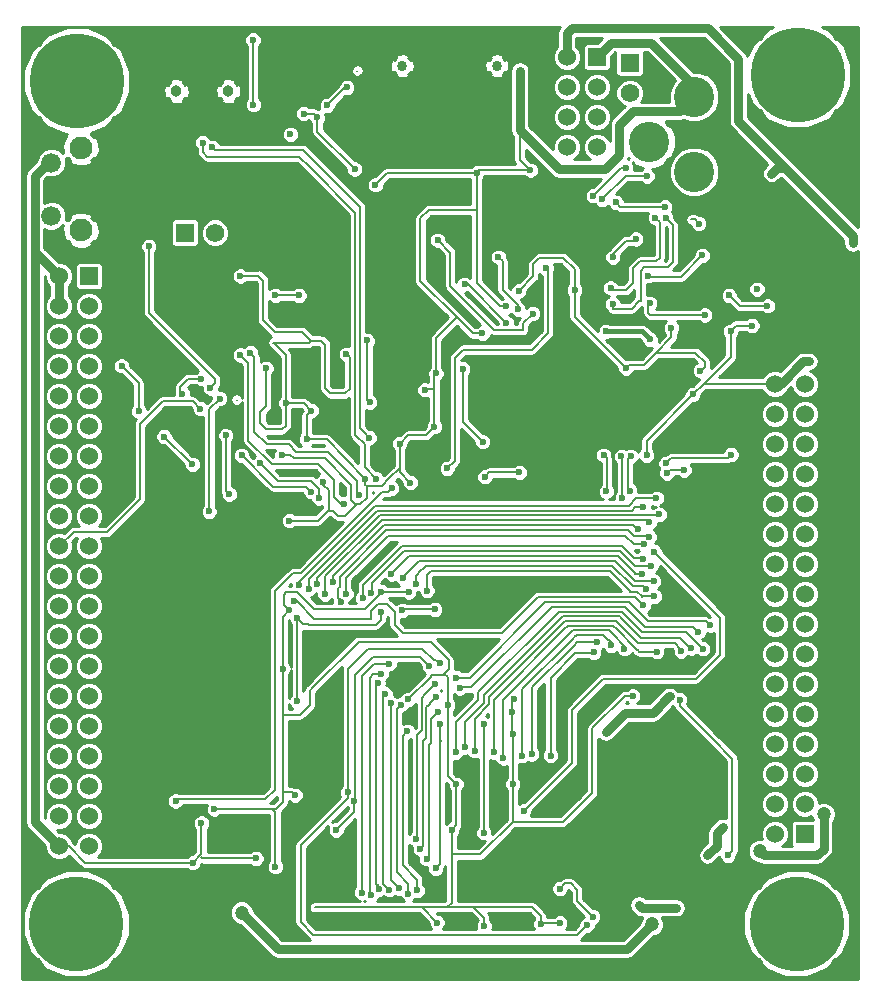
<source format=gbl>
G04 (created by PCBNEW-RS274X (2011-03-30 BZR 2932)-stable) date 25/05/2011 08:23:30*
G01*
G70*
G90*
%MOIN*%
G04 Gerber Fmt 3.4, Leading zero omitted, Abs format*
%FSLAX34Y34*%
G04 APERTURE LIST*
%ADD10C,0.006000*%
%ADD11R,0.060000X0.060000*%
%ADD12C,0.060000*%
%ADD13R,0.062000X0.062000*%
%ADD14C,0.062000*%
%ADD15C,0.314000*%
%ADD16C,0.034000*%
%ADD17C,0.038000*%
%ADD18C,0.134000*%
%ADD19C,0.066000*%
%ADD20C,0.076000*%
%ADD21C,0.023600*%
%ADD22C,0.047200*%
%ADD23C,0.007500*%
%ADD24C,0.007900*%
%ADD25C,0.031000*%
%ADD26C,0.017000*%
%ADD27C,0.008000*%
%ADD28C,0.010000*%
G04 APERTURE END LIST*
G54D10*
G54D11*
X86760Y-70280D03*
G54D12*
X85760Y-70280D03*
X86760Y-65280D03*
X85760Y-69280D03*
X86760Y-64280D03*
X85760Y-68280D03*
X86760Y-63280D03*
X85760Y-67280D03*
X86760Y-62280D03*
X85760Y-66280D03*
X86760Y-61280D03*
X85760Y-65280D03*
X86760Y-60280D03*
X85760Y-64280D03*
X86760Y-59280D03*
X85760Y-63280D03*
X86760Y-58280D03*
X85760Y-62280D03*
X86760Y-57280D03*
X85760Y-61280D03*
X86760Y-56280D03*
X85760Y-60280D03*
X86760Y-55280D03*
X85760Y-59280D03*
X85760Y-58280D03*
X85760Y-57280D03*
X85760Y-55280D03*
X86760Y-69280D03*
X86760Y-68280D03*
X86760Y-67280D03*
X86760Y-66280D03*
X85760Y-56280D03*
G54D11*
X79830Y-44400D03*
G54D12*
X78830Y-44400D03*
X79830Y-45400D03*
X78830Y-45400D03*
X79830Y-46400D03*
X78830Y-46400D03*
X79830Y-47400D03*
X78830Y-47400D03*
G54D13*
X80930Y-44590D03*
G54D14*
X80930Y-45590D03*
G54D11*
X62902Y-51701D03*
G54D12*
X61902Y-51701D03*
X62902Y-56701D03*
X61902Y-52701D03*
X62902Y-57701D03*
X61902Y-53701D03*
X62902Y-58701D03*
X61902Y-54701D03*
X62902Y-59701D03*
X61902Y-55701D03*
X62902Y-60701D03*
X61902Y-56701D03*
X62902Y-61701D03*
X61902Y-57701D03*
X62902Y-62701D03*
X61902Y-58701D03*
X62902Y-63701D03*
X61902Y-59701D03*
X62902Y-64701D03*
X61902Y-60701D03*
X62902Y-65701D03*
X61902Y-61701D03*
X62902Y-66701D03*
X61902Y-62701D03*
X61902Y-63701D03*
X62902Y-67701D03*
X61902Y-64701D03*
X61902Y-66701D03*
X61902Y-67701D03*
X61902Y-68701D03*
X61902Y-69701D03*
X62902Y-68701D03*
X62902Y-69701D03*
X62902Y-52701D03*
X62902Y-53701D03*
X62902Y-54701D03*
X62902Y-55701D03*
X62902Y-70701D03*
X61902Y-70701D03*
X61902Y-65701D03*
G54D15*
X62479Y-73281D03*
X62489Y-45189D03*
X86531Y-44979D03*
X86491Y-73281D03*
G54D16*
X76500Y-44690D03*
X73350Y-44690D03*
G54D17*
X67550Y-45530D03*
X65820Y-45530D03*
G54D13*
X66100Y-50250D03*
G54D14*
X67100Y-50250D03*
G54D18*
X83080Y-45720D03*
X83080Y-48220D03*
X81580Y-47220D03*
G54D19*
X61654Y-47913D03*
X61654Y-49683D03*
G54D20*
X62634Y-47413D03*
X62634Y-50173D03*
G54D21*
X81580Y-59900D03*
X70770Y-62300D03*
X81640Y-61350D03*
X72312Y-62264D03*
X72566Y-72135D03*
X72540Y-65270D03*
X81376Y-61112D03*
X72024Y-62432D03*
X72912Y-72152D03*
X72780Y-65620D03*
X81820Y-59100D03*
X69912Y-61984D03*
X83220Y-63550D03*
X75264Y-65432D03*
X73952Y-70800D03*
X74470Y-65740D03*
X68287Y-54248D03*
X71913Y-58986D03*
X71392Y-59288D03*
X67945Y-54327D03*
X76720Y-67760D03*
X80752Y-64122D03*
X76400Y-67568D03*
X81834Y-64220D03*
X82976Y-64094D03*
X75450Y-67392D03*
X83366Y-64124D03*
X75136Y-67568D03*
X81740Y-60880D03*
X71140Y-70160D03*
X77400Y-69520D03*
X74248Y-64696D03*
X71750Y-69200D03*
X70228Y-62126D03*
X81382Y-59390D03*
X83590Y-63330D03*
X75150Y-65080D03*
X73792Y-70468D03*
X74450Y-65290D03*
X81750Y-62370D03*
X74176Y-62180D03*
X74160Y-71120D03*
X74530Y-66230D03*
X73812Y-61952D03*
X81460Y-62120D03*
X74460Y-71438D03*
X74589Y-66628D03*
X81736Y-61868D03*
X71990Y-72248D03*
X73364Y-61768D03*
X72908Y-64624D03*
X81326Y-61618D03*
X72984Y-61628D03*
X72644Y-64972D03*
X72300Y-72320D03*
X72960Y-65930D03*
X73248Y-72104D03*
X78288Y-67680D03*
X79730Y-64240D03*
X77344Y-67680D03*
X80310Y-64010D03*
X76064Y-70256D03*
X76060Y-66630D03*
X72246Y-57078D03*
X67008Y-47402D03*
X80148Y-58872D03*
X80056Y-57664D03*
X67988Y-57669D03*
X70300Y-58880D03*
X66614Y-56118D03*
X76100Y-58390D03*
X77696Y-52944D03*
X77254Y-58240D03*
X74528Y-50496D03*
X63988Y-54689D03*
X66350Y-57972D03*
X68606Y-57937D03*
X70563Y-59094D03*
X64555Y-56205D03*
X65406Y-57047D03*
X72180Y-53840D03*
X72256Y-55904D03*
X69120Y-52340D03*
X69910Y-52340D03*
X74840Y-58110D03*
X78144Y-51440D03*
X64902Y-50709D03*
X66949Y-55433D03*
X81920Y-59640D03*
X70520Y-61956D03*
X81208Y-60138D03*
X71032Y-61896D03*
X79504Y-73335D03*
X74602Y-64606D03*
X71528Y-68908D03*
X79846Y-63908D03*
X77664Y-67632D03*
X75760Y-67520D03*
X82640Y-64192D03*
X82170Y-58260D03*
X82740Y-58160D03*
X75424Y-51968D03*
X76820Y-53260D03*
X76552Y-51064D03*
X77200Y-52800D03*
X80650Y-57710D03*
X80680Y-59090D03*
X80964Y-57696D03*
X80932Y-58850D03*
X66693Y-47244D03*
X72464Y-58452D03*
X81780Y-49750D03*
X80290Y-52090D03*
X82100Y-49390D03*
X80470Y-49240D03*
X82130Y-49760D03*
X80360Y-52630D03*
X80368Y-51062D03*
X81130Y-50460D03*
G54D22*
X67992Y-72913D03*
X81673Y-73307D03*
G54D21*
X84200Y-71010D03*
X88370Y-50590D03*
X80140Y-53530D03*
X81610Y-53810D03*
X85650Y-48280D03*
X82256Y-65700D03*
X82589Y-65817D03*
X80130Y-66910D03*
G54D22*
X87390Y-69630D03*
X85260Y-70860D03*
G54D21*
X84310Y-57650D03*
X82130Y-57940D03*
X69335Y-57666D03*
X81240Y-72660D03*
X82480Y-72750D03*
X84040Y-70070D03*
X79090Y-52160D03*
X77230Y-52190D03*
X84240Y-52340D03*
X83230Y-49950D03*
X80800Y-54760D03*
X83280Y-54850D03*
X86900Y-54540D03*
X83520Y-71010D03*
X82320Y-53420D03*
X79695Y-73051D03*
X78602Y-72116D03*
X66016Y-55614D03*
X66654Y-55118D03*
X70712Y-58552D03*
X69572Y-62840D03*
X69360Y-64778D03*
X81490Y-57670D03*
X77030Y-68630D03*
X69770Y-69000D03*
X85004Y-53348D03*
X85170Y-52130D03*
X85520Y-52690D03*
X76810Y-52710D03*
X72448Y-48656D03*
X74097Y-55487D03*
X74859Y-65989D03*
X76993Y-66217D03*
X77040Y-66950D03*
X77080Y-65790D03*
X67953Y-51693D03*
X73620Y-58580D03*
X70056Y-46280D03*
X70158Y-57137D03*
X74510Y-73248D03*
X76080Y-73360D03*
X72640Y-62216D03*
X73560Y-62230D03*
X69620Y-46970D03*
X84290Y-53530D03*
X74990Y-70160D03*
X77970Y-73290D03*
X78600Y-73260D03*
X75140Y-68630D03*
X83030Y-55640D03*
X81030Y-65690D03*
X69464Y-55924D03*
X72094Y-58444D03*
X71500Y-45410D03*
X71760Y-48128D03*
X75824Y-48256D03*
X77616Y-48168D03*
X77260Y-44860D03*
X74470Y-54940D03*
X69120Y-71387D03*
X66650Y-69927D03*
X67080Y-69467D03*
X66360Y-71257D03*
X73550Y-65804D03*
X68808Y-54772D03*
X75368Y-54792D03*
X70320Y-56180D03*
X68470Y-71107D03*
X71482Y-54299D03*
X74420Y-56720D03*
X73260Y-57280D03*
X76020Y-53610D03*
X76030Y-57220D03*
X70840Y-46010D03*
X70520Y-46410D03*
X69584Y-59850D03*
X73292Y-65990D03*
X73552Y-72280D03*
X68382Y-45984D03*
X68370Y-43828D03*
X83428Y-52994D03*
X81590Y-52600D03*
X83348Y-51010D03*
X81540Y-51690D03*
X67465Y-57008D03*
X67583Y-58969D03*
X81580Y-60380D03*
X71288Y-62552D03*
X80010Y-49140D03*
X81510Y-48360D03*
X79710Y-49020D03*
X80800Y-48100D03*
X69752Y-62536D03*
X81384Y-62672D03*
X69848Y-63104D03*
X69836Y-65872D03*
X72640Y-62910D03*
X66909Y-59539D03*
X67264Y-55783D03*
X73350Y-62840D03*
X74432Y-62808D03*
X65792Y-69193D03*
X72990Y-58770D03*
X71472Y-62296D03*
X81390Y-60630D03*
X73520Y-66870D03*
X73848Y-72176D03*
G54D23*
X67824Y-55814D02*
X67824Y-55827D01*
G54D24*
X71850Y-44850D02*
X71840Y-44860D01*
X71852Y-44850D02*
X71850Y-44850D01*
G54D23*
X81512Y-59832D02*
X81580Y-59900D01*
X72660Y-59832D02*
X72964Y-59832D01*
X70786Y-62010D02*
X70786Y-61706D01*
X81442Y-59832D02*
X72964Y-59832D01*
X70786Y-62284D02*
X70786Y-62010D01*
X70770Y-62300D02*
X70786Y-62284D01*
X70786Y-61706D02*
X72660Y-59832D01*
X81442Y-59832D02*
X81512Y-59832D01*
X72344Y-61936D02*
X72344Y-62232D01*
X81640Y-61350D02*
X81614Y-61376D01*
X81614Y-61376D02*
X81120Y-61376D01*
X81120Y-61376D02*
X80608Y-60864D01*
X73416Y-60864D02*
X80608Y-60864D01*
X72344Y-61936D02*
X73416Y-60864D01*
X72344Y-62232D02*
X72312Y-62264D01*
X72480Y-65330D02*
X72480Y-71948D01*
X72540Y-65270D02*
X72480Y-65330D01*
X72566Y-72135D02*
X72566Y-72034D01*
X72566Y-72034D02*
X72480Y-71948D01*
X73340Y-60692D02*
X72028Y-62004D01*
X80660Y-60692D02*
X73340Y-60692D01*
X81056Y-61088D02*
X80660Y-60692D01*
X81352Y-61088D02*
X81056Y-61088D01*
X81376Y-61112D02*
X81352Y-61088D01*
X72028Y-62428D02*
X72028Y-62004D01*
X72024Y-62432D02*
X72028Y-62428D01*
X72712Y-71952D02*
X72912Y-72152D01*
X72780Y-65620D02*
X72712Y-65688D01*
X72712Y-65688D02*
X72712Y-71952D01*
X81150Y-59100D02*
X81730Y-59100D01*
X80906Y-59344D02*
X81150Y-59100D01*
X80892Y-59344D02*
X80906Y-59344D01*
X81730Y-59100D02*
X81820Y-59100D01*
X69912Y-61984D02*
X69912Y-61882D01*
X69912Y-61882D02*
X72450Y-59344D01*
X72450Y-59344D02*
X72704Y-59344D01*
X72704Y-59344D02*
X80892Y-59344D01*
X80892Y-59344D02*
X80892Y-59336D01*
G54D24*
X80780Y-62732D02*
X81428Y-63380D01*
X75288Y-65408D02*
X75648Y-65408D01*
X75288Y-65408D02*
X75264Y-65432D01*
X83050Y-63380D02*
X81428Y-63380D01*
X78324Y-62732D02*
X80780Y-62732D01*
X75648Y-65408D02*
X78324Y-62732D01*
X83220Y-63550D02*
X83050Y-63380D01*
X74044Y-67180D02*
X74144Y-67080D01*
G54D23*
X74227Y-65983D02*
X74147Y-66063D01*
X74147Y-66063D02*
X74147Y-67077D01*
G54D24*
X73952Y-70800D02*
X74044Y-70708D01*
G54D23*
X74145Y-67079D02*
X74144Y-67079D01*
X74144Y-67079D02*
X74144Y-67080D01*
X74320Y-65890D02*
X74227Y-65983D01*
G54D24*
X74044Y-67180D02*
X74044Y-70708D01*
X74320Y-65890D02*
X74470Y-65740D01*
G54D23*
X74147Y-67077D02*
X74145Y-67079D01*
X68287Y-54264D02*
X68287Y-54248D01*
X68420Y-54397D02*
X68287Y-54264D01*
X68420Y-54843D02*
X68420Y-54397D01*
X68420Y-54843D02*
X68420Y-56880D01*
X68420Y-54820D02*
X68420Y-54843D01*
X71846Y-58536D02*
X71846Y-58919D01*
X68830Y-57290D02*
X69560Y-57290D01*
X68420Y-56880D02*
X68830Y-57290D01*
X71846Y-58536D02*
X71720Y-58410D01*
X69820Y-57550D02*
X70860Y-57550D01*
X69560Y-57290D02*
X69820Y-57550D01*
X70860Y-57550D02*
X71720Y-58410D01*
X71846Y-58536D02*
X71846Y-58536D01*
X71846Y-58919D02*
X71913Y-58986D01*
X68220Y-55201D02*
X68220Y-55200D01*
X71312Y-59288D02*
X71080Y-59056D01*
X70745Y-58161D02*
X70743Y-58161D01*
X71080Y-58496D02*
X71080Y-59056D01*
X70745Y-58161D02*
X71080Y-58496D01*
X71312Y-59288D02*
X71392Y-59288D01*
X68217Y-57185D02*
X69000Y-57968D01*
X68220Y-57010D02*
X68217Y-57008D01*
X68217Y-57008D02*
X68217Y-57185D01*
X70550Y-57968D02*
X69000Y-57968D01*
X70743Y-58161D02*
X70550Y-57968D01*
X67945Y-54334D02*
X67945Y-54327D01*
X68220Y-55201D02*
X68220Y-54609D01*
X68220Y-57010D02*
X68220Y-55201D01*
X68220Y-54609D02*
X67945Y-54334D01*
X79024Y-63504D02*
X80224Y-63504D01*
X80752Y-64032D02*
X80356Y-63636D01*
X78891Y-63637D02*
X76704Y-65824D01*
X76704Y-67744D02*
X76720Y-67760D01*
X76704Y-65824D02*
X76704Y-67744D01*
X78978Y-63550D02*
X79024Y-63504D01*
X78891Y-63637D02*
X78978Y-63550D01*
X80224Y-63504D02*
X80356Y-63636D01*
X80752Y-64122D02*
X80752Y-64032D01*
X81244Y-64220D02*
X81228Y-64204D01*
X81834Y-64220D02*
X81244Y-64220D01*
X76400Y-65824D02*
X76400Y-67568D01*
X78752Y-63472D02*
X76400Y-65824D01*
X80496Y-63472D02*
X81136Y-64112D01*
X78752Y-63472D02*
X78752Y-63471D01*
X78873Y-63350D02*
X80374Y-63350D01*
X78752Y-63471D02*
X78873Y-63350D01*
X81136Y-64112D02*
X81228Y-64204D01*
X80374Y-63350D02*
X80496Y-63472D01*
X82976Y-64094D02*
X82954Y-64094D01*
X78643Y-63088D02*
X78691Y-63040D01*
X78691Y-63040D02*
X80588Y-63040D01*
X80588Y-63040D02*
X80636Y-63088D01*
X78640Y-63088D02*
X78643Y-63088D01*
X81292Y-63744D02*
X82604Y-63744D01*
X80636Y-63088D02*
X81292Y-63744D01*
X76064Y-65664D02*
X78640Y-63088D01*
X82954Y-64094D02*
X82604Y-63744D01*
X76064Y-65920D02*
X75472Y-66512D01*
X75472Y-66516D02*
X75472Y-66512D01*
X75450Y-66538D02*
X75472Y-66516D01*
X76064Y-65664D02*
X76064Y-65920D01*
X75472Y-66512D02*
X75472Y-66512D01*
X75450Y-67392D02*
X75450Y-66538D01*
X78528Y-62912D02*
X75872Y-65568D01*
X83184Y-63936D02*
X82800Y-63552D01*
X82800Y-63552D02*
X81340Y-63552D01*
X78529Y-62912D02*
X78554Y-62887D01*
X78554Y-62887D02*
X80672Y-62887D01*
X80672Y-62887D02*
X80697Y-62912D01*
X78528Y-62912D02*
X78529Y-62912D01*
X75872Y-65568D02*
X75872Y-65824D01*
X80700Y-62912D02*
X80697Y-62912D01*
X81340Y-63552D02*
X80700Y-62912D01*
X83366Y-64124D02*
X83184Y-63942D01*
X83366Y-64124D02*
X83366Y-64118D01*
X83366Y-64118D02*
X82800Y-63552D01*
X75872Y-65824D02*
X75136Y-66560D01*
X75136Y-66560D02*
X75136Y-67568D01*
X77400Y-69520D02*
X79000Y-67920D01*
X71750Y-69200D02*
X71750Y-69550D01*
X79000Y-66160D02*
X80040Y-65120D01*
X80040Y-65120D02*
X83140Y-65120D01*
X83140Y-65120D02*
X83940Y-64320D01*
X83940Y-64320D02*
X83940Y-63080D01*
X83940Y-63080D02*
X81740Y-60880D01*
X71750Y-69550D02*
X71140Y-70160D01*
X79000Y-67920D02*
X79000Y-66160D01*
X71784Y-64984D02*
X71784Y-69166D01*
X73944Y-64392D02*
X74248Y-64696D01*
X72376Y-64392D02*
X73944Y-64392D01*
X71750Y-69200D02*
X71784Y-69166D01*
X71784Y-64984D02*
X72376Y-64392D01*
X72509Y-59519D02*
X80768Y-59519D01*
X80992Y-59519D02*
X81121Y-59390D01*
X80768Y-59519D02*
X80992Y-59519D01*
X70224Y-61804D02*
X72509Y-59519D01*
X70224Y-62122D02*
X70224Y-61804D01*
X70228Y-62126D02*
X70224Y-62122D01*
X81121Y-59390D02*
X81382Y-59390D01*
X83470Y-63210D02*
X83590Y-63330D01*
X81530Y-63210D02*
X83470Y-63210D01*
X80890Y-62570D02*
X81530Y-63210D01*
X78100Y-62570D02*
X80890Y-62570D01*
X75590Y-65080D02*
X78100Y-62570D01*
X75150Y-65080D02*
X75590Y-65080D01*
X73792Y-70468D02*
X73840Y-70420D01*
X73840Y-66988D02*
X73994Y-66834D01*
X73840Y-66988D02*
X73840Y-70420D01*
X74450Y-65290D02*
X74120Y-65620D01*
X74120Y-65620D02*
X73994Y-65746D01*
X73994Y-65746D02*
X73994Y-66834D01*
X80946Y-62218D02*
X80924Y-62196D01*
X74176Y-61644D02*
X74292Y-61528D01*
X81750Y-62370D02*
X81748Y-62372D01*
X81748Y-62372D02*
X81328Y-62372D01*
X80256Y-61528D02*
X74292Y-61528D01*
X80946Y-62218D02*
X81178Y-62218D01*
X81328Y-62388D02*
X81328Y-62372D01*
X81332Y-62384D02*
X81328Y-62388D01*
X74176Y-62180D02*
X74176Y-61644D01*
X81178Y-62218D02*
X81332Y-62372D01*
X81332Y-62372D02*
X81332Y-62384D01*
X74240Y-71040D02*
X74160Y-71120D01*
X74240Y-67316D02*
X74240Y-71040D01*
X74240Y-67316D02*
X74303Y-67253D01*
X74530Y-66230D02*
X74529Y-66230D01*
X74529Y-66230D02*
X74303Y-66456D01*
X74303Y-66456D02*
X74303Y-67253D01*
X80924Y-62196D02*
X80256Y-61528D01*
X73880Y-61600D02*
X73877Y-61615D01*
X74128Y-61352D02*
X73880Y-61600D01*
X73812Y-61952D02*
X73812Y-61680D01*
X81460Y-62120D02*
X81380Y-62040D01*
X81380Y-62040D02*
X81040Y-62040D01*
X81040Y-62040D02*
X80352Y-61352D01*
X80352Y-61352D02*
X74128Y-61352D01*
X73812Y-61680D02*
X73877Y-61615D01*
X74592Y-67224D02*
X74592Y-71306D01*
X74592Y-67224D02*
X74672Y-67144D01*
X74592Y-66631D02*
X74589Y-66628D01*
X74592Y-67224D02*
X74592Y-66631D01*
X74592Y-71306D02*
X74460Y-71438D01*
X73544Y-61544D02*
X73896Y-61192D01*
X73364Y-61768D02*
X73364Y-61724D01*
X72903Y-64619D02*
X72908Y-64624D01*
X80432Y-61192D02*
X81112Y-61872D01*
X71990Y-72248D02*
X71990Y-65030D01*
X81732Y-61872D02*
X81736Y-61868D01*
X81112Y-61872D02*
X81732Y-61872D01*
X73896Y-61192D02*
X80432Y-61192D01*
X72408Y-64624D02*
X72403Y-64619D01*
X72403Y-64619D02*
X72400Y-64616D01*
X72908Y-64624D02*
X72408Y-64624D01*
X73364Y-61724D02*
X73544Y-61544D01*
X71990Y-65030D02*
X71988Y-65028D01*
X71988Y-65028D02*
X72400Y-64616D01*
X72403Y-64619D02*
X72903Y-64619D01*
X72400Y-64616D02*
X72408Y-64624D01*
X73572Y-61040D02*
X72984Y-61628D01*
X81088Y-61600D02*
X80528Y-61040D01*
X81326Y-61618D02*
X81106Y-61618D01*
X81106Y-61618D02*
X81088Y-61600D01*
X80528Y-61040D02*
X73572Y-61040D01*
X72256Y-65096D02*
X72384Y-64968D01*
X72644Y-64972D02*
X72380Y-64972D01*
X72380Y-64972D02*
X72384Y-64968D01*
X72256Y-72276D02*
X72256Y-65096D01*
X72256Y-72276D02*
X72300Y-72320D01*
X72960Y-65930D02*
X72968Y-65938D01*
X72968Y-71824D02*
X73248Y-72104D01*
X72968Y-65938D02*
X72968Y-71824D01*
X78288Y-65088D02*
X78288Y-67680D01*
X79714Y-64256D02*
X79120Y-64256D01*
X79714Y-64256D02*
X79730Y-64240D01*
X79120Y-64256D02*
X78288Y-65088D01*
X79078Y-63738D02*
X79078Y-63737D01*
X79160Y-63655D02*
X80047Y-63655D01*
X78988Y-63828D02*
X77344Y-65472D01*
X80220Y-63828D02*
X80228Y-63828D01*
X80304Y-64004D02*
X80304Y-63904D01*
X80304Y-64004D02*
X80310Y-64010D01*
X78988Y-63828D02*
X79038Y-63778D01*
X80047Y-63655D02*
X80220Y-63828D01*
X79078Y-63737D02*
X79160Y-63655D01*
X79038Y-63778D02*
X79078Y-63738D01*
X77344Y-65472D02*
X77344Y-67680D01*
X80228Y-63828D02*
X80304Y-63904D01*
G54D24*
X76060Y-66630D02*
X76064Y-66634D01*
X76064Y-66634D02*
X76064Y-70256D01*
G54D23*
X67090Y-47484D02*
X70036Y-47484D01*
X67008Y-47402D02*
X67090Y-47484D01*
G54D24*
X70036Y-47484D02*
X71944Y-49392D01*
G54D23*
X72110Y-56942D02*
X72246Y-57078D01*
X71944Y-56776D02*
X72110Y-56942D01*
G54D24*
X71944Y-49392D02*
X71944Y-56776D01*
G54D23*
X80148Y-58872D02*
X80160Y-58860D01*
X80160Y-58860D02*
X80160Y-57768D01*
X80160Y-57768D02*
X80056Y-57664D01*
X69039Y-58720D02*
X67988Y-57669D01*
X69248Y-58720D02*
X69220Y-58720D01*
X70140Y-58720D02*
X69248Y-58720D01*
X70300Y-58880D02*
X70140Y-58720D01*
X69248Y-58720D02*
X69039Y-58720D01*
X66362Y-55866D02*
X66614Y-56118D01*
X64598Y-56631D02*
X65363Y-55866D01*
X61902Y-60701D02*
X61921Y-60701D01*
X65363Y-55866D02*
X66362Y-55866D01*
X62390Y-60232D02*
X63509Y-60232D01*
X63509Y-60232D02*
X64598Y-59143D01*
X64598Y-59143D02*
X64598Y-56631D01*
X61921Y-60701D02*
X62390Y-60232D01*
X76100Y-58390D02*
X76250Y-58240D01*
X77360Y-53504D02*
X76416Y-53504D01*
X76250Y-58240D02*
X77254Y-58240D01*
X77696Y-52944D02*
X77376Y-53264D01*
X77376Y-53264D02*
X77376Y-53488D01*
X74944Y-50912D02*
X74528Y-50496D01*
X76416Y-53504D02*
X74944Y-52032D01*
X77376Y-53488D02*
X77360Y-53504D01*
X74944Y-52032D02*
X74944Y-50912D01*
X69189Y-58520D02*
X70303Y-58520D01*
X70303Y-58520D02*
X70563Y-58780D01*
X63988Y-54689D02*
X64555Y-55256D01*
X64555Y-55256D02*
X64555Y-56205D01*
X65406Y-57047D02*
X66331Y-57972D01*
X66331Y-57972D02*
X66350Y-57972D01*
X70563Y-58780D02*
X70563Y-59094D01*
X68606Y-57937D02*
X69189Y-58520D01*
X72184Y-53844D02*
X72180Y-53840D01*
X72184Y-54714D02*
X72184Y-54720D01*
X72184Y-54720D02*
X72184Y-55832D01*
X72184Y-55832D02*
X72256Y-55904D01*
X72184Y-54720D02*
X72184Y-53844D01*
X69120Y-52340D02*
X69910Y-52340D01*
X78208Y-53600D02*
X78208Y-51504D01*
X78208Y-51504D02*
X78144Y-51440D01*
X74840Y-58110D02*
X75104Y-57846D01*
X77664Y-54144D02*
X78208Y-53600D01*
X75744Y-54144D02*
X75548Y-54144D01*
X75104Y-57846D02*
X75104Y-54784D01*
X75104Y-54412D02*
X75104Y-54784D01*
X75548Y-54144D02*
X75372Y-54144D01*
X75744Y-54144D02*
X77664Y-54144D01*
X75372Y-54144D02*
X75104Y-54412D01*
X64902Y-52914D02*
X64902Y-50709D01*
X67106Y-55118D02*
X64902Y-52914D01*
X67106Y-55276D02*
X67106Y-55118D01*
X66949Y-55433D02*
X67106Y-55276D01*
X81916Y-59644D02*
X81920Y-59640D01*
X81780Y-59644D02*
X81916Y-59644D01*
X81090Y-59670D02*
X81116Y-59644D01*
X81090Y-59672D02*
X81090Y-59670D01*
X81090Y-59672D02*
X72880Y-59672D01*
X72592Y-59672D02*
X72880Y-59672D01*
X70520Y-61744D02*
X72592Y-59672D01*
X81784Y-59644D02*
X81780Y-59644D01*
X81780Y-59644D02*
X81116Y-59644D01*
X70520Y-61956D02*
X70520Y-61744D01*
X72740Y-59996D02*
X73076Y-59996D01*
X81044Y-59996D02*
X73076Y-59996D01*
X81186Y-60138D02*
X81044Y-59996D01*
X71032Y-61704D02*
X71032Y-61896D01*
X81208Y-60138D02*
X81186Y-60138D01*
X71032Y-61704D02*
X72740Y-59996D01*
X71528Y-69094D02*
X69957Y-70665D01*
X79450Y-73389D02*
X79504Y-73335D01*
X79449Y-73389D02*
X79450Y-73389D01*
X69957Y-70665D02*
X69957Y-73229D01*
X69957Y-73229D02*
X70382Y-73654D01*
X70382Y-73654D02*
X79184Y-73654D01*
X79184Y-73654D02*
X79449Y-73389D01*
X71528Y-68908D02*
X71528Y-69094D01*
X71528Y-65062D02*
X71528Y-64970D01*
X71528Y-64808D02*
X71528Y-64970D01*
X72328Y-64128D02*
X74016Y-64128D01*
X71528Y-67360D02*
X71528Y-65062D01*
X71528Y-68136D02*
X71528Y-67360D01*
X71528Y-68620D02*
X71528Y-68136D01*
X71528Y-68908D02*
X71528Y-68620D01*
X74392Y-64504D02*
X74440Y-64504D01*
X74440Y-64504D02*
X74602Y-64606D01*
X72328Y-64128D02*
X72208Y-64128D01*
X74016Y-64128D02*
X74392Y-64504D01*
X72208Y-64128D02*
X71528Y-64808D01*
X79056Y-64016D02*
X77664Y-65408D01*
X79164Y-63908D02*
X79056Y-64016D01*
X77664Y-65408D02*
X77664Y-67632D01*
X79846Y-63908D02*
X79164Y-63908D01*
X78730Y-63237D02*
X78771Y-63196D01*
X78678Y-63290D02*
X76240Y-65728D01*
X80472Y-63196D02*
X80566Y-63290D01*
X80566Y-63290D02*
X81212Y-63936D01*
X75760Y-66608D02*
X75760Y-66448D01*
X82432Y-63936D02*
X81264Y-63936D01*
X82608Y-64112D02*
X82432Y-63936D01*
X82608Y-64160D02*
X82608Y-64112D01*
X82608Y-64160D02*
X82640Y-64192D01*
X75760Y-66448D02*
X76240Y-65968D01*
X78678Y-63290D02*
X78730Y-63238D01*
X78730Y-63238D02*
X78730Y-63237D01*
X75760Y-66608D02*
X75760Y-67520D01*
X78771Y-63196D02*
X78785Y-63196D01*
X78785Y-63196D02*
X80472Y-63196D01*
X81264Y-63936D02*
X81212Y-63936D01*
X76240Y-65728D02*
X76240Y-65968D01*
X82270Y-58160D02*
X82740Y-58160D01*
X82170Y-58260D02*
X82270Y-58160D01*
X76820Y-53260D02*
X75528Y-51968D01*
X75528Y-51968D02*
X75424Y-51968D01*
X77200Y-52666D02*
X76688Y-52154D01*
X76688Y-51200D02*
X76688Y-52154D01*
X76552Y-51064D02*
X76688Y-51200D01*
X77200Y-52800D02*
X77200Y-52666D01*
X80680Y-57740D02*
X80650Y-57710D01*
X80680Y-59090D02*
X80680Y-57740D01*
X80864Y-57796D02*
X80964Y-57696D01*
X80864Y-58782D02*
X80932Y-58850D01*
X80864Y-58704D02*
X80864Y-57796D01*
X80864Y-58782D02*
X80864Y-58704D01*
X71784Y-56992D02*
X72088Y-57296D01*
X70270Y-48070D02*
X70274Y-48074D01*
X72088Y-57296D02*
X72088Y-58076D01*
X66851Y-47717D02*
X67205Y-47717D01*
X71784Y-49584D02*
X71784Y-56992D01*
X66693Y-47559D02*
X66851Y-47717D01*
X70274Y-48074D02*
X70274Y-48070D01*
X66693Y-47244D02*
X66693Y-47559D01*
X70274Y-48074D02*
X71784Y-49584D01*
X70274Y-48070D02*
X69921Y-47717D01*
X69921Y-47717D02*
X67205Y-47717D01*
X72088Y-58076D02*
X72464Y-58452D01*
X81780Y-49750D02*
X81930Y-49900D01*
X81930Y-49900D02*
X81940Y-49900D01*
X81940Y-49900D02*
X81930Y-49900D01*
X81930Y-49900D02*
X81930Y-50010D01*
X81040Y-51440D02*
X81270Y-51210D01*
X81270Y-51210D02*
X81800Y-51210D01*
X81040Y-51440D02*
X81040Y-51460D01*
X81800Y-51210D02*
X81930Y-51080D01*
X81930Y-51080D02*
X81930Y-50560D01*
X81930Y-50560D02*
X81930Y-50010D01*
X80510Y-52170D02*
X80520Y-52170D01*
X80290Y-52090D02*
X80370Y-52170D01*
X80370Y-52170D02*
X80510Y-52170D01*
X80510Y-52170D02*
X80790Y-52170D01*
X80790Y-52170D02*
X81040Y-51920D01*
X81040Y-51920D02*
X81040Y-51460D01*
X81040Y-51460D02*
X81040Y-51450D01*
X80620Y-49390D02*
X82100Y-49390D01*
X80470Y-49240D02*
X80620Y-49390D01*
X82130Y-49760D02*
X82370Y-50000D01*
X82370Y-50000D02*
X82360Y-50000D01*
X82360Y-50000D02*
X82370Y-50000D01*
X80360Y-52780D02*
X80360Y-52630D01*
X82187Y-51399D02*
X82191Y-51399D01*
X81290Y-51520D02*
X81400Y-51410D01*
X81290Y-51720D02*
X81290Y-51520D01*
X82176Y-51410D02*
X82187Y-51399D01*
X80360Y-52780D02*
X80990Y-52780D01*
X80990Y-52780D02*
X81250Y-52520D01*
X82191Y-51399D02*
X82370Y-51220D01*
X82370Y-51220D02*
X82370Y-50000D01*
X81290Y-52520D02*
X81290Y-51720D01*
X81290Y-52520D02*
X81300Y-52520D01*
X81250Y-52520D02*
X81290Y-52520D01*
X81400Y-51410D02*
X82176Y-51410D01*
X80368Y-50962D02*
X80810Y-50520D01*
X80368Y-51062D02*
X80368Y-50962D01*
X81070Y-50520D02*
X81130Y-50460D01*
X80810Y-50520D02*
X81070Y-50520D01*
G54D25*
X69213Y-74134D02*
X67992Y-72913D01*
X80846Y-74134D02*
X69213Y-74134D01*
X81673Y-73307D02*
X80846Y-74134D01*
X78830Y-44400D02*
X78830Y-43600D01*
X84550Y-44460D02*
X84550Y-44970D01*
X83530Y-43440D02*
X84550Y-44460D01*
X78990Y-43440D02*
X83530Y-43440D01*
X78830Y-43600D02*
X78990Y-43440D01*
G54D23*
X84350Y-67785D02*
X83701Y-67136D01*
X84350Y-70860D02*
X84350Y-67785D01*
X84200Y-71010D02*
X84350Y-70860D01*
G54D25*
X88370Y-50350D02*
X88370Y-50590D01*
X86115Y-48095D02*
X88370Y-50350D01*
G54D26*
X81330Y-53530D02*
X80140Y-53530D01*
X81610Y-53810D02*
X81330Y-53530D01*
G54D25*
X85835Y-48095D02*
X86115Y-48095D01*
X85650Y-48280D02*
X85835Y-48095D01*
X84550Y-44970D02*
X84550Y-46530D01*
X84550Y-46530D02*
X86115Y-48095D01*
X82252Y-65700D02*
X82256Y-65700D01*
X80784Y-66256D02*
X80130Y-66910D01*
G54D23*
X82589Y-66024D02*
X82589Y-65817D01*
X83701Y-67136D02*
X82589Y-66024D01*
G54D25*
X81696Y-66256D02*
X82252Y-65700D01*
X80784Y-66256D02*
X81696Y-66256D01*
X87390Y-70800D02*
X87390Y-69630D01*
X87180Y-71010D02*
X87390Y-70800D01*
X85410Y-71010D02*
X87180Y-71010D01*
X85260Y-70860D02*
X85410Y-71010D01*
G54D23*
X84053Y-57767D02*
X84066Y-57767D01*
X84053Y-57767D02*
X82303Y-57767D01*
X84193Y-57767D02*
X84066Y-57767D01*
X84310Y-57650D02*
X84193Y-57767D01*
G54D27*
X82304Y-57766D02*
X82303Y-57767D01*
X82303Y-57767D02*
X82130Y-57940D01*
G54D24*
X71776Y-59304D02*
X71824Y-59304D01*
X71640Y-59168D02*
X71776Y-59304D01*
X71640Y-58656D02*
X71640Y-59168D01*
X70760Y-57776D02*
X71640Y-58656D01*
X69728Y-57776D02*
X70760Y-57776D01*
X69618Y-57666D02*
X69728Y-57776D01*
X69335Y-57666D02*
X69618Y-57666D01*
G54D25*
X77260Y-44860D02*
X77260Y-46830D01*
X82590Y-46210D02*
X83080Y-45720D01*
X81040Y-46210D02*
X82590Y-46210D01*
X80580Y-46670D02*
X81040Y-46210D01*
X80580Y-47660D02*
X80580Y-46670D01*
X80110Y-48130D02*
X80580Y-47660D01*
X78560Y-48130D02*
X80110Y-48130D01*
X77260Y-46830D02*
X78560Y-48130D01*
X81240Y-72660D02*
X81330Y-72750D01*
X81330Y-72750D02*
X82480Y-72750D01*
X83840Y-70690D02*
X83520Y-71010D01*
X83840Y-70270D02*
X83840Y-70690D01*
X84040Y-70070D02*
X83840Y-70270D01*
X79830Y-44400D02*
X80310Y-43920D01*
X80310Y-43920D02*
X81640Y-43920D01*
X81640Y-43920D02*
X83080Y-45360D01*
X83080Y-45360D02*
X83080Y-45720D01*
G54D23*
X79090Y-52160D02*
X79090Y-53050D01*
X79090Y-53050D02*
X80800Y-54760D01*
X79090Y-51460D02*
X79090Y-52160D01*
X78720Y-51090D02*
X79090Y-51460D01*
X77920Y-51090D02*
X78720Y-51090D01*
X77710Y-51300D02*
X77920Y-51090D01*
X77710Y-51710D02*
X77710Y-51300D01*
X77230Y-52190D02*
X77710Y-51710D01*
X81810Y-54250D02*
X83120Y-54250D01*
X83120Y-54250D02*
X83430Y-54560D01*
X85520Y-52690D02*
X84590Y-52690D01*
X84590Y-52690D02*
X84240Y-52340D01*
X83090Y-49810D02*
X82980Y-49810D01*
X83230Y-49950D02*
X83090Y-49810D01*
X82320Y-53740D02*
X82320Y-53420D01*
X81410Y-54650D02*
X81810Y-54250D01*
X80800Y-54760D02*
X80910Y-54650D01*
X80910Y-54650D02*
X81410Y-54650D01*
X81810Y-54250D02*
X82320Y-53740D01*
X83430Y-54560D02*
X83430Y-54720D01*
X83430Y-54720D02*
X83300Y-54850D01*
X83300Y-54850D02*
X83280Y-54850D01*
X83430Y-54530D02*
X83430Y-54560D01*
X84290Y-53978D02*
X84290Y-54400D01*
X84290Y-54400D02*
X83410Y-55280D01*
X85760Y-55280D02*
X83410Y-55280D01*
X83410Y-55280D02*
X83390Y-55280D01*
X83390Y-55280D02*
X83030Y-55640D01*
G54D25*
X85760Y-55280D02*
X85960Y-55280D01*
X86700Y-54540D02*
X86900Y-54540D01*
X85960Y-55280D02*
X86700Y-54540D01*
G54D24*
X82320Y-53430D02*
X82320Y-53420D01*
G54D23*
X79173Y-72529D02*
X79695Y-73051D01*
X79173Y-72155D02*
X79173Y-72529D01*
X78957Y-71939D02*
X79173Y-72155D01*
X78779Y-71939D02*
X78957Y-71939D01*
X78602Y-72116D02*
X78779Y-71939D01*
X65945Y-55394D02*
X65945Y-55384D01*
X65945Y-55543D02*
X65945Y-55394D01*
X66016Y-55614D02*
X65945Y-55543D01*
X66211Y-55118D02*
X66654Y-55118D01*
X65945Y-55384D02*
X66211Y-55118D01*
X61902Y-70701D02*
X62225Y-70701D01*
X62781Y-71257D02*
X66360Y-71257D01*
X62225Y-70701D02*
X62781Y-71257D01*
G54D25*
X61902Y-51701D02*
X61902Y-52701D01*
X61101Y-50900D02*
X61101Y-69900D01*
X61101Y-69900D02*
X61902Y-70701D01*
X61654Y-47913D02*
X61524Y-47913D01*
X61091Y-50890D02*
X61101Y-50900D01*
X61101Y-50900D02*
X61902Y-51701D01*
X61091Y-48346D02*
X61091Y-50890D01*
X61524Y-47913D02*
X61091Y-48346D01*
G54D24*
X70712Y-58552D02*
X70712Y-58648D01*
X70712Y-58648D02*
X70888Y-58824D01*
X69572Y-62840D02*
X69572Y-62832D01*
X69572Y-62840D02*
X69360Y-63052D01*
G54D23*
X69360Y-63052D02*
X69360Y-64778D01*
G54D24*
X69360Y-65472D02*
X69360Y-66320D01*
G54D23*
X69360Y-64778D02*
X69360Y-65472D01*
X69396Y-62664D02*
X69572Y-62840D01*
X69396Y-62320D02*
X69396Y-62664D01*
X69478Y-62238D02*
X69396Y-62320D01*
X69846Y-62238D02*
X69478Y-62238D01*
X70418Y-62810D02*
X69846Y-62238D01*
G54D24*
X81496Y-57676D02*
X81490Y-57670D01*
X81490Y-57670D02*
X81490Y-57180D01*
X81490Y-57180D02*
X83030Y-55640D01*
X84290Y-53530D02*
X84290Y-53978D01*
G54D23*
X77642Y-69898D02*
X78702Y-69898D01*
X77642Y-69898D02*
X77030Y-69898D01*
X79680Y-66768D02*
X80758Y-65690D01*
X79680Y-68920D02*
X79680Y-66768D01*
X78702Y-69898D02*
X79400Y-69200D01*
X79400Y-69200D02*
X79680Y-68920D01*
X69770Y-69000D02*
X69670Y-68900D01*
G54D24*
X84290Y-53530D02*
X84290Y-53520D01*
X84462Y-53348D02*
X85004Y-53348D01*
X84290Y-53520D02*
X84462Y-53348D01*
X85168Y-52108D02*
X85168Y-52128D01*
X85168Y-52128D02*
X85170Y-52130D01*
X85520Y-52690D02*
X85522Y-52692D01*
X85528Y-52692D02*
X85522Y-52692D01*
G54D23*
X74859Y-65989D02*
X74859Y-68349D01*
X74859Y-68349D02*
X75140Y-68630D01*
G54D24*
X76824Y-52724D02*
X76824Y-52736D01*
X76810Y-52710D02*
X76824Y-52724D01*
X76810Y-52710D02*
X76614Y-52710D01*
X75824Y-51920D02*
X75824Y-50608D01*
X76614Y-52710D02*
X75824Y-51920D01*
X75824Y-50608D02*
X75824Y-49984D01*
X75824Y-49984D02*
X75824Y-49490D01*
X75824Y-49490D02*
X75824Y-48256D01*
X72848Y-48256D02*
X75824Y-48256D01*
X72448Y-48656D02*
X72848Y-48256D01*
G54D23*
X74230Y-49490D02*
X75824Y-49490D01*
X73952Y-49768D02*
X74230Y-49490D01*
X73952Y-49890D02*
X73952Y-49768D01*
G54D24*
X75690Y-53610D02*
X75156Y-53076D01*
X75156Y-53076D02*
X73952Y-51872D01*
X73952Y-51872D02*
X73952Y-49890D01*
X73952Y-49890D02*
X73952Y-49888D01*
X76020Y-53610D02*
X75690Y-53610D01*
X76030Y-53600D02*
X76032Y-53600D01*
X76020Y-53610D02*
X76030Y-53600D01*
X74470Y-53762D02*
X75156Y-53076D01*
X74420Y-54990D02*
X74470Y-54940D01*
X74470Y-54940D02*
X74470Y-53762D01*
X74420Y-55464D02*
X74420Y-54990D01*
X74426Y-56726D02*
X74428Y-56726D01*
X74420Y-56720D02*
X74426Y-56726D01*
X74420Y-56720D02*
X74420Y-55464D01*
X74420Y-55464D02*
X74120Y-55464D01*
X74120Y-55464D02*
X74097Y-55487D01*
X69066Y-53936D02*
X69072Y-53936D01*
X69050Y-53920D02*
X69066Y-53936D01*
X74859Y-65989D02*
X74848Y-66000D01*
X76993Y-66217D02*
X76992Y-66216D01*
X77040Y-66950D02*
X77040Y-66952D01*
X74859Y-65989D02*
X74859Y-65075D01*
X74859Y-65075D02*
X74740Y-64956D01*
X77080Y-65790D02*
X77074Y-65784D01*
X77074Y-65784D02*
X77072Y-65784D01*
X76993Y-66217D02*
X76993Y-65877D01*
X76993Y-65877D02*
X77080Y-65790D01*
X76993Y-66217D02*
X76993Y-66903D01*
X76993Y-66903D02*
X77040Y-66950D01*
X77040Y-66950D02*
X77040Y-68620D01*
X77040Y-68620D02*
X77030Y-68630D01*
X77030Y-68630D02*
X77030Y-69898D01*
X77030Y-69898D02*
X75952Y-70976D01*
X75952Y-70976D02*
X74990Y-70976D01*
X74740Y-64956D02*
X74688Y-65008D01*
X74740Y-64956D02*
X74896Y-64800D01*
X74288Y-63888D02*
X72960Y-63888D01*
X74896Y-64496D02*
X74288Y-63888D01*
X74896Y-64800D02*
X74896Y-64496D01*
X72960Y-63888D02*
X72720Y-63888D01*
X72720Y-63888D02*
X71888Y-63888D01*
X73008Y-63888D02*
X72960Y-63888D01*
X77030Y-68630D02*
X77016Y-68616D01*
X77016Y-68616D02*
X77008Y-68616D01*
X71888Y-63888D02*
X70304Y-65472D01*
G54D23*
X70304Y-65472D02*
X70304Y-65474D01*
X74304Y-65008D02*
X74304Y-65050D01*
G54D24*
X74304Y-65008D02*
X74688Y-65008D01*
G54D23*
X74304Y-65050D02*
X73550Y-65804D01*
G54D24*
X69050Y-53920D02*
X70230Y-53920D01*
X69050Y-53920D02*
X69056Y-53920D01*
X69464Y-54328D02*
X69464Y-55924D01*
X69056Y-53920D02*
X69464Y-54328D01*
G54D23*
X69360Y-66320D02*
X69360Y-68900D01*
X69360Y-68900D02*
X69360Y-69237D01*
G54D24*
X69130Y-69467D02*
X69018Y-69467D01*
G54D23*
X69360Y-69237D02*
X69130Y-69467D01*
X68550Y-51686D02*
X67960Y-51686D01*
X67960Y-51686D02*
X67953Y-51693D01*
X73260Y-58220D02*
X73260Y-58100D01*
X73620Y-58580D02*
X73260Y-58220D01*
G54D24*
X70056Y-46280D02*
X70068Y-46292D01*
X70152Y-57144D02*
X70152Y-57143D01*
X70152Y-57143D02*
X70158Y-57137D01*
G54D23*
X69670Y-68900D02*
X69360Y-68900D01*
G54D24*
X69584Y-59850D02*
X69584Y-59840D01*
X74510Y-73248D02*
X74496Y-73248D01*
X76080Y-73360D02*
X76064Y-73376D01*
X72654Y-62230D02*
X72640Y-62216D01*
X72838Y-62230D02*
X72654Y-62230D01*
X73008Y-62230D02*
X72838Y-62230D01*
X73008Y-62230D02*
X73560Y-62230D01*
X69636Y-46976D02*
X69626Y-46976D01*
X69620Y-46970D02*
X69626Y-46976D01*
X84288Y-53528D02*
X84288Y-53520D01*
X84290Y-53530D02*
X84288Y-53528D01*
X75008Y-70168D02*
X74998Y-70168D01*
X74990Y-70160D02*
X74998Y-70168D01*
X77968Y-73292D02*
X77968Y-73316D01*
X77970Y-73290D02*
X77968Y-73292D01*
X78600Y-73260D02*
X78600Y-73264D01*
X75128Y-68642D02*
X75128Y-68656D01*
X75140Y-68630D02*
X75128Y-68642D01*
X83036Y-55646D02*
X83036Y-55648D01*
X83030Y-55640D02*
X83036Y-55646D01*
X73560Y-62230D02*
X73560Y-62232D01*
X81030Y-65690D02*
X81024Y-65696D01*
X69336Y-56808D02*
X69464Y-56680D01*
X69464Y-55924D02*
X69464Y-56680D01*
X69464Y-55924D02*
X70064Y-55924D01*
X70064Y-55924D02*
X70320Y-56180D01*
G54D23*
X72156Y-58704D02*
X72096Y-58644D01*
X72096Y-58644D02*
X72094Y-58444D01*
X72656Y-58704D02*
X72156Y-58704D01*
G54D24*
X70534Y-59850D02*
X70040Y-59850D01*
X70040Y-59850D02*
X69584Y-59850D01*
X70872Y-59512D02*
X70534Y-59850D01*
X70888Y-59496D02*
X70872Y-59512D01*
X70888Y-58824D02*
X70888Y-59496D01*
X70520Y-46410D02*
X70520Y-46888D01*
X70056Y-46280D02*
X70390Y-46280D01*
X70390Y-46280D02*
X70520Y-46410D01*
X72156Y-59084D02*
X72156Y-58704D01*
X71824Y-59304D02*
X71936Y-59304D01*
X71936Y-59304D02*
X72156Y-59084D01*
X70872Y-59512D02*
X71032Y-59512D01*
X71440Y-59688D02*
X71824Y-59304D01*
X71208Y-59688D02*
X71440Y-59688D01*
X71032Y-59512D02*
X71208Y-59688D01*
X73998Y-72736D02*
X74510Y-73248D01*
X70432Y-72736D02*
X73952Y-72736D01*
X73952Y-72736D02*
X73998Y-72736D01*
X73952Y-72736D02*
X74848Y-72736D01*
X74848Y-72736D02*
X75712Y-72736D01*
X76080Y-73104D02*
X76080Y-73360D01*
X75712Y-72736D02*
X76080Y-73104D01*
X75712Y-72736D02*
X77680Y-72736D01*
X77680Y-72736D02*
X77970Y-73026D01*
X77970Y-73026D02*
X77970Y-73290D01*
X78600Y-73260D02*
X78000Y-73260D01*
X78000Y-73260D02*
X77970Y-73290D01*
X74990Y-70160D02*
X74990Y-70976D01*
X74990Y-70976D02*
X74990Y-72594D01*
X74990Y-72594D02*
X74848Y-72736D01*
G54D23*
X70304Y-65474D02*
X70256Y-65522D01*
G54D24*
X75140Y-68630D02*
X75140Y-70010D01*
X75140Y-70010D02*
X74990Y-70160D01*
G54D23*
X70158Y-57137D02*
X70833Y-57137D01*
X70833Y-57137D02*
X72094Y-58444D01*
G54D24*
X70520Y-46888D02*
X71760Y-48128D01*
G54D23*
X69458Y-66320D02*
X69360Y-66320D01*
X69458Y-66320D02*
X69940Y-66320D01*
X70256Y-66004D02*
X70256Y-65522D01*
X69940Y-66320D02*
X70256Y-66004D01*
G54D24*
X71500Y-45410D02*
X71440Y-45410D01*
X71440Y-45410D02*
X70840Y-46010D01*
X75824Y-48256D02*
X75912Y-48168D01*
X75912Y-48168D02*
X77616Y-48168D01*
X77260Y-47812D02*
X77260Y-44860D01*
X77616Y-48168D02*
X77260Y-47812D01*
X77260Y-44860D02*
X77256Y-44860D01*
G54D23*
X72640Y-62216D02*
X72640Y-62274D01*
X72104Y-62810D02*
X70418Y-62810D01*
X72640Y-62274D02*
X72104Y-62810D01*
G54D24*
X68816Y-56808D02*
X69336Y-56808D01*
X68616Y-56608D02*
X68816Y-56808D01*
X68616Y-56224D02*
X68616Y-56608D01*
X68808Y-56032D02*
X68616Y-56224D01*
X68808Y-54772D02*
X68808Y-56032D01*
X74466Y-54932D02*
X74466Y-54936D01*
X74470Y-54940D02*
X74466Y-54936D01*
X69122Y-71391D02*
X69122Y-71389D01*
X69120Y-71387D02*
X69122Y-71389D01*
X66640Y-69945D02*
X66640Y-69937D01*
X66650Y-69927D02*
X66640Y-69937D01*
X67080Y-69467D02*
X67080Y-69463D01*
X66650Y-69927D02*
X66650Y-70967D01*
X66650Y-70967D02*
X66360Y-71257D01*
X67080Y-69467D02*
X69018Y-69467D01*
X69120Y-71387D02*
X69120Y-69569D01*
X69120Y-69569D02*
X69018Y-69467D01*
X66360Y-71257D02*
X66352Y-71257D01*
X76028Y-57222D02*
X76028Y-57232D01*
X76030Y-57220D02*
X76028Y-57222D01*
X75368Y-56558D02*
X76030Y-57220D01*
X75368Y-54792D02*
X75368Y-56558D01*
X70158Y-57137D02*
X70158Y-56342D01*
X70320Y-56180D02*
X70320Y-56168D01*
X70158Y-56342D02*
X70320Y-56180D01*
X68476Y-71111D02*
X68474Y-71111D01*
X68470Y-71107D02*
X68474Y-71111D01*
X68470Y-71107D02*
X66682Y-71107D01*
X66682Y-71107D02*
X66624Y-71049D01*
X70230Y-53920D02*
X70300Y-53850D01*
X70300Y-53850D02*
X70640Y-53850D01*
G54D23*
X70640Y-53850D02*
X70650Y-53850D01*
X71590Y-54407D02*
X71482Y-54299D01*
X71590Y-55470D02*
X71590Y-54407D01*
X71450Y-55610D02*
X71590Y-55470D01*
X70950Y-55610D02*
X71450Y-55610D01*
X70780Y-55440D02*
X70950Y-55610D01*
X70780Y-53980D02*
X70780Y-55440D01*
X70650Y-53850D02*
X70780Y-53980D01*
X73260Y-58100D02*
X72920Y-58440D01*
X72920Y-58440D02*
X72656Y-58704D01*
X73260Y-57280D02*
X73540Y-57000D01*
X74140Y-57000D02*
X74420Y-56720D01*
X73540Y-57000D02*
X74140Y-57000D01*
G54D24*
X73252Y-57288D02*
X73260Y-57280D01*
G54D23*
X73260Y-58100D02*
X73260Y-57280D01*
G54D24*
X70522Y-46412D02*
X70536Y-46412D01*
X70520Y-46410D02*
X70522Y-46412D01*
X70328Y-53848D02*
X70302Y-53848D01*
X70300Y-53850D02*
X70302Y-53848D01*
X68712Y-53176D02*
X69088Y-53552D01*
X68712Y-51848D02*
X68712Y-53176D01*
X68544Y-51680D02*
X68550Y-51686D01*
X68550Y-51686D02*
X68712Y-51848D01*
X69088Y-53552D02*
X70002Y-53552D01*
X70002Y-53552D02*
X70300Y-53850D01*
X81030Y-65690D02*
X80758Y-65690D01*
X73552Y-71968D02*
X73552Y-71960D01*
X73552Y-71960D02*
X73552Y-71968D01*
G54D23*
X73168Y-66114D02*
X73168Y-66184D01*
X73292Y-65990D02*
X73168Y-66114D01*
G54D24*
X73168Y-71576D02*
X73552Y-71960D01*
X73168Y-66184D02*
X73168Y-66242D01*
X73552Y-71968D02*
X73552Y-72280D01*
X73168Y-66242D02*
X73168Y-71576D01*
X68370Y-45972D02*
X68370Y-43828D01*
X68382Y-45984D02*
X68370Y-45972D01*
X81548Y-52642D02*
X81548Y-52930D01*
X81612Y-52994D02*
X83428Y-52994D01*
X81590Y-52600D02*
X81548Y-52642D01*
X81548Y-52930D02*
X81612Y-52994D01*
X81540Y-51690D02*
X81564Y-51714D01*
X82644Y-51714D02*
X83348Y-51010D01*
X81564Y-51714D02*
X82644Y-51714D01*
G54D23*
X67465Y-58851D02*
X67465Y-57008D01*
X67583Y-58969D02*
X67465Y-58851D01*
X81580Y-60380D02*
X81576Y-60376D01*
X81576Y-60376D02*
X81068Y-60376D01*
X81068Y-60376D02*
X80856Y-60164D01*
X73148Y-60164D02*
X80856Y-60164D01*
X71264Y-61712D02*
X72812Y-60164D01*
X72812Y-60164D02*
X73148Y-60164D01*
X71264Y-62048D02*
X71264Y-61712D01*
X71216Y-62424D02*
X71216Y-62096D01*
X71216Y-62096D02*
X71264Y-62048D01*
X71288Y-62552D02*
X71288Y-62496D01*
X71288Y-62496D02*
X71216Y-62424D01*
X80790Y-48360D02*
X81510Y-48360D01*
X80010Y-49140D02*
X80790Y-48360D01*
X79710Y-49020D02*
X80630Y-48100D01*
X80630Y-48100D02*
X80800Y-48100D01*
G54D24*
X70416Y-63112D02*
X69840Y-62536D01*
X76664Y-63592D02*
X73368Y-63592D01*
X77864Y-62392D02*
X76664Y-63592D01*
X78080Y-62392D02*
X77864Y-62392D01*
X78091Y-62403D02*
X78080Y-62392D01*
X81115Y-62403D02*
X78091Y-62403D01*
X81384Y-62672D02*
X81115Y-62403D01*
X73368Y-63592D02*
X73088Y-63312D01*
X73088Y-63312D02*
X73088Y-62880D01*
X73088Y-62880D02*
X72832Y-62624D01*
X72832Y-62624D02*
X72544Y-62624D01*
X72544Y-62624D02*
X72296Y-62872D01*
X72296Y-62872D02*
X72296Y-63120D01*
X72296Y-63120D02*
X72288Y-63112D01*
X72288Y-63112D02*
X70416Y-63112D01*
X69840Y-62536D02*
X69752Y-62536D01*
G54D23*
X69848Y-63104D02*
X69848Y-65860D01*
X70050Y-63306D02*
X69848Y-63104D01*
X70228Y-63306D02*
X70050Y-63306D01*
X69848Y-65860D02*
X69836Y-65872D01*
X70240Y-63312D02*
X70228Y-63306D01*
X72640Y-62910D02*
X72640Y-63144D01*
X72472Y-63312D02*
X70240Y-63312D01*
X72640Y-63144D02*
X72472Y-63312D01*
X66917Y-59531D02*
X66909Y-59539D01*
X66917Y-56130D02*
X66917Y-59531D01*
X67264Y-55783D02*
X66917Y-56130D01*
X73350Y-62840D02*
X73382Y-62808D01*
X73382Y-62808D02*
X74432Y-62808D01*
X69094Y-62205D02*
X69710Y-61589D01*
X69094Y-66850D02*
X69094Y-62205D01*
X69710Y-61589D02*
X69982Y-61586D01*
X69982Y-61586D02*
X72671Y-58897D01*
X69094Y-66850D02*
X69094Y-68819D01*
X65851Y-69134D02*
X65792Y-69193D01*
X68779Y-69134D02*
X65851Y-69134D01*
X69094Y-68819D02*
X68779Y-69134D01*
X69094Y-66851D02*
X69094Y-66850D01*
X72863Y-58897D02*
X72990Y-58770D01*
X72671Y-58897D02*
X72863Y-58897D01*
X71472Y-62096D02*
X71472Y-62296D01*
X71472Y-62096D02*
X71472Y-61756D01*
X72876Y-60352D02*
X73216Y-60352D01*
X71472Y-61756D02*
X72876Y-60352D01*
X80784Y-60352D02*
X73216Y-60352D01*
X81064Y-60632D02*
X80784Y-60352D01*
X81388Y-60632D02*
X81064Y-60632D01*
X81390Y-60630D02*
X81388Y-60632D01*
X73368Y-67022D02*
X73520Y-66870D01*
X73368Y-67022D02*
X73368Y-71336D01*
X73368Y-71336D02*
X73848Y-71816D01*
X73848Y-71816D02*
X73848Y-72176D01*
G54D10*
G36*
X66982Y-55718D02*
X66979Y-55727D01*
X66979Y-55778D01*
X66828Y-55929D01*
X66775Y-55876D01*
X66670Y-55833D01*
X66619Y-55833D01*
X66507Y-55721D01*
X66440Y-55677D01*
X66362Y-55661D01*
X66301Y-55661D01*
X66301Y-55557D01*
X66257Y-55452D01*
X66212Y-55407D01*
X66296Y-55323D01*
X66456Y-55323D01*
X66493Y-55360D01*
X66598Y-55403D01*
X66664Y-55403D01*
X66664Y-55490D01*
X66708Y-55595D01*
X66788Y-55675D01*
X66893Y-55718D01*
X66982Y-55718D01*
X66982Y-55718D01*
G37*
G54D28*
X66982Y-55718D02*
X66979Y-55727D01*
X66979Y-55778D01*
X66828Y-55929D01*
X66775Y-55876D01*
X66670Y-55833D01*
X66619Y-55833D01*
X66507Y-55721D01*
X66440Y-55677D01*
X66362Y-55661D01*
X66301Y-55661D01*
X66301Y-55557D01*
X66257Y-55452D01*
X66212Y-55407D01*
X66296Y-55323D01*
X66456Y-55323D01*
X66493Y-55360D01*
X66598Y-55403D01*
X66664Y-55403D01*
X66664Y-55490D01*
X66708Y-55595D01*
X66788Y-55675D01*
X66893Y-55718D01*
X66982Y-55718D01*
G54D10*
G36*
X69103Y-57495D02*
X69093Y-57505D01*
X69050Y-57610D01*
X69050Y-57723D01*
X69053Y-57731D01*
X68813Y-57491D01*
X68829Y-57494D01*
X68830Y-57495D01*
X69103Y-57495D01*
X69103Y-57495D01*
G37*
G54D28*
X69103Y-57495D02*
X69093Y-57505D01*
X69050Y-57610D01*
X69050Y-57723D01*
X69053Y-57731D01*
X68813Y-57491D01*
X68829Y-57494D01*
X68830Y-57495D01*
X69103Y-57495D01*
G54D10*
G36*
X69155Y-69152D02*
X69047Y-69260D01*
X69018Y-69260D01*
X68943Y-69260D01*
X69155Y-69048D01*
X69155Y-69152D01*
X69155Y-69152D01*
G37*
G54D28*
X69155Y-69152D02*
X69047Y-69260D01*
X69018Y-69260D01*
X68943Y-69260D01*
X69155Y-69048D01*
X69155Y-69152D01*
G54D10*
G36*
X69627Y-62033D02*
X69556Y-62033D01*
X69627Y-61962D01*
X69627Y-62033D01*
X69627Y-62033D01*
G37*
G54D28*
X69627Y-62033D02*
X69556Y-62033D01*
X69627Y-61962D01*
X69627Y-62033D01*
G54D10*
G36*
X69643Y-64716D02*
X69601Y-64616D01*
X69565Y-64580D01*
X69565Y-63165D01*
X69607Y-63266D01*
X69643Y-63302D01*
X69643Y-64716D01*
X69643Y-64716D01*
G37*
G54D28*
X69643Y-64716D02*
X69601Y-64616D01*
X69565Y-64580D01*
X69565Y-63165D01*
X69607Y-63266D01*
X69643Y-63302D01*
X69643Y-64716D01*
G54D10*
G36*
X69643Y-65662D02*
X69594Y-65711D01*
X69567Y-65776D01*
X69567Y-65472D01*
X69565Y-65462D01*
X69565Y-64976D01*
X69602Y-64939D01*
X69643Y-64838D01*
X69643Y-65662D01*
X69643Y-65662D01*
G37*
G54D28*
X69643Y-65662D02*
X69594Y-65711D01*
X69567Y-65776D01*
X69567Y-65472D01*
X69565Y-65462D01*
X69565Y-64976D01*
X69602Y-64939D01*
X69643Y-64838D01*
X69643Y-65662D01*
G54D10*
G36*
X69677Y-66115D02*
X69567Y-66115D01*
X69567Y-65967D01*
X69595Y-66034D01*
X69675Y-66114D01*
X69677Y-66115D01*
X69677Y-66115D01*
G37*
G54D28*
X69677Y-66115D02*
X69567Y-66115D01*
X69567Y-65967D01*
X69595Y-66034D01*
X69675Y-66114D01*
X69677Y-66115D01*
G54D10*
G36*
X70028Y-56180D02*
X70012Y-56196D01*
X69967Y-56263D01*
X69951Y-56342D01*
X69951Y-56941D01*
X69916Y-56976D01*
X69873Y-57081D01*
X69873Y-57194D01*
X69917Y-57299D01*
X69963Y-57345D01*
X69904Y-57345D01*
X69705Y-57145D01*
X69638Y-57101D01*
X69560Y-57085D01*
X68915Y-57085D01*
X68845Y-57015D01*
X69336Y-57015D01*
X69336Y-57014D01*
X69415Y-56999D01*
X69482Y-56954D01*
X69610Y-56826D01*
X69655Y-56759D01*
X69670Y-56680D01*
X69671Y-56680D01*
X69671Y-56131D01*
X69979Y-56131D01*
X70028Y-56180D01*
X70028Y-56180D01*
G37*
G54D28*
X70028Y-56180D02*
X70012Y-56196D01*
X69967Y-56263D01*
X69951Y-56342D01*
X69951Y-56941D01*
X69916Y-56976D01*
X69873Y-57081D01*
X69873Y-57194D01*
X69917Y-57299D01*
X69963Y-57345D01*
X69904Y-57345D01*
X69705Y-57145D01*
X69638Y-57101D01*
X69560Y-57085D01*
X68915Y-57085D01*
X68845Y-57015D01*
X69336Y-57015D01*
X69336Y-57014D01*
X69415Y-56999D01*
X69482Y-56954D01*
X69610Y-56826D01*
X69655Y-56759D01*
X69670Y-56680D01*
X69671Y-56680D01*
X69671Y-56131D01*
X69979Y-56131D01*
X70028Y-56180D01*
G54D10*
G36*
X70587Y-58295D02*
X70550Y-58311D01*
X70470Y-58391D01*
X70468Y-58395D01*
X70448Y-58375D01*
X70381Y-58331D01*
X70303Y-58315D01*
X69274Y-58315D01*
X69132Y-58173D01*
X70465Y-58173D01*
X70587Y-58295D01*
X70587Y-58295D01*
G37*
G54D28*
X70587Y-58295D02*
X70550Y-58311D01*
X70470Y-58391D01*
X70468Y-58395D01*
X70448Y-58375D01*
X70381Y-58331D01*
X70303Y-58315D01*
X69274Y-58315D01*
X69132Y-58173D01*
X70465Y-58173D01*
X70587Y-58295D01*
G54D10*
G36*
X70749Y-57345D02*
X70353Y-57345D01*
X70356Y-57342D01*
X70746Y-57342D01*
X70749Y-57345D01*
X70749Y-57345D01*
G37*
G54D28*
X70749Y-57345D02*
X70353Y-57345D01*
X70356Y-57342D01*
X70746Y-57342D01*
X70749Y-57345D01*
G54D10*
G36*
X71018Y-62458D02*
X71003Y-62496D01*
X71003Y-62605D01*
X70503Y-62605D01*
X70301Y-62403D01*
X70390Y-62367D01*
X70470Y-62287D01*
X70485Y-62250D01*
X70485Y-62357D01*
X70529Y-62462D01*
X70609Y-62542D01*
X70714Y-62585D01*
X70827Y-62585D01*
X70932Y-62541D01*
X71012Y-62461D01*
X71016Y-62450D01*
X71018Y-62458D01*
X71018Y-62458D01*
G37*
G54D28*
X71018Y-62458D02*
X71003Y-62496D01*
X71003Y-62605D01*
X70503Y-62605D01*
X70301Y-62403D01*
X70390Y-62367D01*
X70470Y-62287D01*
X70485Y-62250D01*
X70485Y-62357D01*
X70529Y-62462D01*
X70609Y-62542D01*
X70714Y-62585D01*
X70827Y-62585D01*
X70932Y-62541D01*
X71012Y-62461D01*
X71016Y-62450D01*
X71018Y-62458D01*
G54D10*
G36*
X71433Y-59003D02*
X71335Y-59003D01*
X71322Y-59008D01*
X71285Y-58971D01*
X71285Y-58593D01*
X71433Y-58741D01*
X71433Y-59003D01*
X71433Y-59003D01*
G37*
G54D28*
X71433Y-59003D02*
X71335Y-59003D01*
X71322Y-59008D01*
X71285Y-58971D01*
X71285Y-58593D01*
X71433Y-58741D01*
X71433Y-59003D01*
G54D10*
G36*
X71545Y-69465D02*
X71135Y-69875D01*
X71083Y-69875D01*
X71002Y-69908D01*
X71529Y-69382D01*
X71545Y-69398D01*
X71545Y-69465D01*
X71545Y-69465D01*
G37*
G54D28*
X71545Y-69465D02*
X71135Y-69875D01*
X71083Y-69875D01*
X71002Y-69908D01*
X71529Y-69382D01*
X71545Y-69398D01*
X71545Y-69465D01*
G54D10*
G36*
X71794Y-62605D02*
X71573Y-62605D01*
X71573Y-62562D01*
X71634Y-62537D01*
X71714Y-62457D01*
X71739Y-62395D01*
X71739Y-62489D01*
X71783Y-62594D01*
X71794Y-62605D01*
X71794Y-62605D01*
G37*
G54D28*
X71794Y-62605D02*
X71573Y-62605D01*
X71573Y-62562D01*
X71634Y-62537D01*
X71714Y-62457D01*
X71739Y-62395D01*
X71739Y-62489D01*
X71783Y-62594D01*
X71794Y-62605D01*
G54D10*
G36*
X71883Y-57929D02*
X70980Y-56995D01*
X70979Y-56994D01*
X70978Y-56992D01*
X70932Y-56962D01*
X70915Y-56950D01*
X70913Y-56949D01*
X70911Y-56948D01*
X70869Y-56939D01*
X70837Y-56932D01*
X70834Y-56932D01*
X70833Y-56932D01*
X70365Y-56932D01*
X70365Y-56465D01*
X70377Y-56465D01*
X70482Y-56421D01*
X70562Y-56341D01*
X70605Y-56236D01*
X70605Y-56123D01*
X70561Y-56018D01*
X70481Y-55938D01*
X70376Y-55895D01*
X70327Y-55895D01*
X70210Y-55778D01*
X70143Y-55733D01*
X70064Y-55717D01*
X69671Y-55717D01*
X69671Y-54328D01*
X69670Y-54327D01*
X69655Y-54249D01*
X69654Y-54248D01*
X69639Y-54226D01*
X69610Y-54182D01*
X69610Y-54181D01*
X69555Y-54127D01*
X70230Y-54127D01*
X70230Y-54126D01*
X70309Y-54111D01*
X70376Y-54066D01*
X70385Y-54057D01*
X70567Y-54057D01*
X70575Y-54065D01*
X70575Y-55440D01*
X70591Y-55518D01*
X70635Y-55585D01*
X70805Y-55755D01*
X70871Y-55799D01*
X70872Y-55799D01*
X70950Y-55815D01*
X71450Y-55815D01*
X71528Y-55799D01*
X71579Y-55765D01*
X71579Y-56992D01*
X71595Y-57070D01*
X71639Y-57137D01*
X71883Y-57381D01*
X71883Y-57929D01*
X71883Y-57929D01*
G37*
G54D28*
X71883Y-57929D02*
X70980Y-56995D01*
X70979Y-56994D01*
X70978Y-56992D01*
X70932Y-56962D01*
X70915Y-56950D01*
X70913Y-56949D01*
X70911Y-56948D01*
X70869Y-56939D01*
X70837Y-56932D01*
X70834Y-56932D01*
X70833Y-56932D01*
X70365Y-56932D01*
X70365Y-56465D01*
X70377Y-56465D01*
X70482Y-56421D01*
X70562Y-56341D01*
X70605Y-56236D01*
X70605Y-56123D01*
X70561Y-56018D01*
X70481Y-55938D01*
X70376Y-55895D01*
X70327Y-55895D01*
X70210Y-55778D01*
X70143Y-55733D01*
X70064Y-55717D01*
X69671Y-55717D01*
X69671Y-54328D01*
X69670Y-54327D01*
X69655Y-54249D01*
X69654Y-54248D01*
X69639Y-54226D01*
X69610Y-54182D01*
X69610Y-54181D01*
X69555Y-54127D01*
X70230Y-54127D01*
X70230Y-54126D01*
X70309Y-54111D01*
X70376Y-54066D01*
X70385Y-54057D01*
X70567Y-54057D01*
X70575Y-54065D01*
X70575Y-55440D01*
X70591Y-55518D01*
X70635Y-55585D01*
X70805Y-55755D01*
X70871Y-55799D01*
X70872Y-55799D01*
X70950Y-55815D01*
X71450Y-55815D01*
X71528Y-55799D01*
X71579Y-55765D01*
X71579Y-56992D01*
X71595Y-57070D01*
X71639Y-57137D01*
X71883Y-57381D01*
X71883Y-57929D01*
G54D10*
G36*
X72106Y-72529D02*
X72056Y-72529D01*
X72091Y-72514D01*
X72106Y-72529D01*
X72106Y-72529D01*
G37*
G54D28*
X72106Y-72529D02*
X72056Y-72529D01*
X72091Y-72514D01*
X72106Y-72529D01*
G54D10*
G36*
X72369Y-58909D02*
X72363Y-58915D01*
X72363Y-58909D01*
X72369Y-58909D01*
X72369Y-58909D01*
G37*
G54D28*
X72369Y-58909D02*
X72363Y-58915D01*
X72363Y-58909D01*
X72369Y-58909D01*
G54D10*
G36*
X73164Y-63681D02*
X73008Y-63681D01*
X72960Y-63681D01*
X72720Y-63681D01*
X71888Y-63681D01*
X71809Y-63697D01*
X71742Y-63742D01*
X70158Y-65326D01*
X70149Y-65338D01*
X70111Y-65377D01*
X70067Y-65444D01*
X70053Y-65512D01*
X70053Y-63511D01*
X70206Y-63511D01*
X70210Y-63511D01*
X70225Y-63516D01*
X70231Y-63515D01*
X70240Y-63517D01*
X72472Y-63517D01*
X72550Y-63501D01*
X72617Y-63457D01*
X72785Y-63289D01*
X72828Y-63223D01*
X72829Y-63222D01*
X72845Y-63144D01*
X72845Y-63108D01*
X72881Y-63072D01*
X72881Y-63312D01*
X72897Y-63391D01*
X72942Y-63458D01*
X73164Y-63681D01*
X73164Y-63681D01*
G37*
G54D28*
X73164Y-63681D02*
X73008Y-63681D01*
X72960Y-63681D01*
X72720Y-63681D01*
X71888Y-63681D01*
X71809Y-63697D01*
X71742Y-63742D01*
X70158Y-65326D01*
X70149Y-65338D01*
X70111Y-65377D01*
X70067Y-65444D01*
X70053Y-65512D01*
X70053Y-63511D01*
X70206Y-63511D01*
X70210Y-63511D01*
X70225Y-63516D01*
X70231Y-63515D01*
X70240Y-63517D01*
X72472Y-63517D01*
X72550Y-63501D01*
X72617Y-63457D01*
X72785Y-63289D01*
X72828Y-63223D01*
X72829Y-63222D01*
X72845Y-63144D01*
X72845Y-63108D01*
X72881Y-63072D01*
X72881Y-63312D01*
X72897Y-63391D01*
X72942Y-63458D01*
X73164Y-63681D01*
G54D10*
G36*
X73185Y-60557D02*
X71883Y-61859D01*
X71839Y-61926D01*
X71823Y-62004D01*
X71823Y-62230D01*
X71782Y-62271D01*
X71757Y-62332D01*
X71757Y-62239D01*
X71713Y-62134D01*
X71677Y-62098D01*
X71677Y-62096D01*
X71677Y-61841D01*
X72961Y-60557D01*
X73185Y-60557D01*
X73185Y-60557D01*
G37*
G54D28*
X73185Y-60557D02*
X71883Y-61859D01*
X71839Y-61926D01*
X71823Y-62004D01*
X71823Y-62230D01*
X71782Y-62271D01*
X71757Y-62332D01*
X71757Y-62239D01*
X71713Y-62134D01*
X71677Y-62098D01*
X71677Y-62096D01*
X71677Y-61841D01*
X72961Y-60557D01*
X73185Y-60557D01*
G54D10*
G36*
X73234Y-62023D02*
X73008Y-62023D01*
X72850Y-62023D01*
X72801Y-61974D01*
X72696Y-61931D01*
X72639Y-61931D01*
X72761Y-61808D01*
X72823Y-61870D01*
X72928Y-61913D01*
X73041Y-61913D01*
X73104Y-61886D01*
X73123Y-61930D01*
X73203Y-62010D01*
X73234Y-62023D01*
X73234Y-62023D01*
G37*
G54D28*
X73234Y-62023D02*
X73008Y-62023D01*
X72850Y-62023D01*
X72801Y-61974D01*
X72696Y-61931D01*
X72639Y-61931D01*
X72761Y-61808D01*
X72823Y-61870D01*
X72928Y-61913D01*
X73041Y-61913D01*
X73104Y-61886D01*
X73123Y-61930D01*
X73203Y-62010D01*
X73234Y-62023D01*
G54D10*
G36*
X73408Y-72529D02*
X72494Y-72529D01*
X72542Y-72481D01*
X72566Y-72420D01*
X72623Y-72420D01*
X72728Y-72376D01*
X72730Y-72373D01*
X72751Y-72394D01*
X72856Y-72437D01*
X72969Y-72437D01*
X73074Y-72393D01*
X73111Y-72355D01*
X73192Y-72389D01*
X73288Y-72389D01*
X73311Y-72442D01*
X73391Y-72522D01*
X73408Y-72529D01*
X73408Y-72529D01*
G37*
G54D28*
X73408Y-72529D02*
X72494Y-72529D01*
X72542Y-72481D01*
X72566Y-72420D01*
X72623Y-72420D01*
X72728Y-72376D01*
X72730Y-72373D01*
X72751Y-72394D01*
X72856Y-72437D01*
X72969Y-72437D01*
X73074Y-72393D01*
X73111Y-72355D01*
X73192Y-72389D01*
X73288Y-72389D01*
X73311Y-72442D01*
X73391Y-72522D01*
X73408Y-72529D01*
G54D10*
G36*
X73635Y-70224D02*
X73630Y-70227D01*
X73573Y-70284D01*
X73573Y-67155D01*
X73577Y-67155D01*
X73635Y-67130D01*
X73635Y-70224D01*
X73635Y-70224D01*
G37*
G54D28*
X73635Y-70224D02*
X73630Y-70227D01*
X73573Y-70284D01*
X73573Y-67155D01*
X73577Y-67155D01*
X73635Y-67130D01*
X73635Y-70224D01*
G54D10*
G36*
X73789Y-66749D02*
X73781Y-66756D01*
X73761Y-66708D01*
X73681Y-66628D01*
X73576Y-66585D01*
X73463Y-66585D01*
X73375Y-66621D01*
X73375Y-66264D01*
X73454Y-66231D01*
X73534Y-66151D01*
X73559Y-66089D01*
X73607Y-66089D01*
X73712Y-66045D01*
X73789Y-65968D01*
X73789Y-66749D01*
X73789Y-66749D01*
G37*
G54D28*
X73789Y-66749D02*
X73781Y-66756D01*
X73761Y-66708D01*
X73681Y-66628D01*
X73576Y-66585D01*
X73463Y-66585D01*
X73375Y-66621D01*
X73375Y-66264D01*
X73454Y-66231D01*
X73534Y-66151D01*
X73559Y-66089D01*
X73607Y-66089D01*
X73712Y-66045D01*
X73789Y-65968D01*
X73789Y-66749D01*
G54D10*
G36*
X74109Y-64947D02*
X74107Y-64956D01*
X73545Y-65519D01*
X73493Y-65519D01*
X73388Y-65563D01*
X73308Y-65643D01*
X73282Y-65705D01*
X73235Y-65705D01*
X73166Y-65733D01*
X73121Y-65688D01*
X73065Y-65665D01*
X73065Y-65563D01*
X73021Y-65458D01*
X72941Y-65378D01*
X72836Y-65335D01*
X72821Y-65335D01*
X72825Y-65326D01*
X72825Y-65213D01*
X72819Y-65199D01*
X72886Y-65133D01*
X72929Y-65028D01*
X72929Y-64915D01*
X72926Y-64909D01*
X72965Y-64909D01*
X73070Y-64865D01*
X73150Y-64785D01*
X73193Y-64680D01*
X73193Y-64597D01*
X73859Y-64597D01*
X73963Y-64701D01*
X73963Y-64753D01*
X74007Y-64858D01*
X74087Y-64938D01*
X74109Y-64947D01*
X74109Y-64947D01*
G37*
G54D28*
X74109Y-64947D02*
X74107Y-64956D01*
X73545Y-65519D01*
X73493Y-65519D01*
X73388Y-65563D01*
X73308Y-65643D01*
X73282Y-65705D01*
X73235Y-65705D01*
X73166Y-65733D01*
X73121Y-65688D01*
X73065Y-65665D01*
X73065Y-65563D01*
X73021Y-65458D01*
X72941Y-65378D01*
X72836Y-65335D01*
X72821Y-65335D01*
X72825Y-65326D01*
X72825Y-65213D01*
X72819Y-65199D01*
X72886Y-65133D01*
X72929Y-65028D01*
X72929Y-64915D01*
X72926Y-64909D01*
X72965Y-64909D01*
X73070Y-64865D01*
X73150Y-64785D01*
X73193Y-64680D01*
X73193Y-64597D01*
X73859Y-64597D01*
X73963Y-64701D01*
X73963Y-64753D01*
X74007Y-64858D01*
X74087Y-64938D01*
X74109Y-64947D01*
G54D10*
G36*
X74308Y-73449D02*
X70467Y-73449D01*
X70162Y-73144D01*
X70162Y-70749D01*
X70887Y-70023D01*
X70855Y-70104D01*
X70855Y-70217D01*
X70899Y-70322D01*
X70979Y-70402D01*
X71084Y-70445D01*
X71197Y-70445D01*
X71302Y-70401D01*
X71382Y-70321D01*
X71425Y-70216D01*
X71425Y-70164D01*
X71785Y-69804D01*
X71785Y-72050D01*
X71748Y-72087D01*
X71705Y-72192D01*
X71705Y-72305D01*
X71749Y-72410D01*
X71829Y-72490D01*
X71924Y-72529D01*
X70432Y-72529D01*
X70353Y-72545D01*
X70286Y-72590D01*
X70241Y-72657D01*
X70225Y-72736D01*
X70241Y-72815D01*
X70286Y-72882D01*
X70353Y-72927D01*
X70432Y-72943D01*
X73913Y-72943D01*
X74225Y-73255D01*
X74225Y-73305D01*
X74269Y-73410D01*
X74308Y-73449D01*
X74308Y-73449D01*
G37*
G54D28*
X74308Y-73449D02*
X70467Y-73449D01*
X70162Y-73144D01*
X70162Y-70749D01*
X70887Y-70023D01*
X70855Y-70104D01*
X70855Y-70217D01*
X70899Y-70322D01*
X70979Y-70402D01*
X71084Y-70445D01*
X71197Y-70445D01*
X71302Y-70401D01*
X71382Y-70321D01*
X71425Y-70216D01*
X71425Y-70164D01*
X71785Y-69804D01*
X71785Y-72050D01*
X71748Y-72087D01*
X71705Y-72192D01*
X71705Y-72305D01*
X71749Y-72410D01*
X71829Y-72490D01*
X71924Y-72529D01*
X70432Y-72529D01*
X70353Y-72545D01*
X70286Y-72590D01*
X70241Y-72657D01*
X70225Y-72736D01*
X70241Y-72815D01*
X70286Y-72882D01*
X70353Y-72927D01*
X70432Y-72943D01*
X73913Y-72943D01*
X74225Y-73255D01*
X74225Y-73305D01*
X74269Y-73410D01*
X74308Y-73449D01*
G54D10*
G36*
X74652Y-65519D02*
X74638Y-65505D01*
X74652Y-65491D01*
X74652Y-65519D01*
X74652Y-65519D01*
G37*
G54D28*
X74652Y-65519D02*
X74638Y-65505D01*
X74652Y-65491D01*
X74652Y-65519D01*
G54D10*
G36*
X74783Y-72508D02*
X74762Y-72529D01*
X73998Y-72529D01*
X73952Y-72529D01*
X73694Y-72529D01*
X73714Y-72521D01*
X73779Y-72455D01*
X73792Y-72461D01*
X73905Y-72461D01*
X74010Y-72417D01*
X74090Y-72337D01*
X74133Y-72232D01*
X74133Y-72119D01*
X74089Y-72014D01*
X74053Y-71978D01*
X74053Y-71816D01*
X74052Y-71815D01*
X74037Y-71738D01*
X74036Y-71737D01*
X73993Y-71671D01*
X73992Y-71670D01*
X73573Y-71251D01*
X73573Y-70652D01*
X73631Y-70710D01*
X73673Y-70727D01*
X73667Y-70744D01*
X73667Y-70857D01*
X73711Y-70962D01*
X73791Y-71042D01*
X73875Y-71076D01*
X73875Y-71177D01*
X73919Y-71282D01*
X73999Y-71362D01*
X74104Y-71405D01*
X74175Y-71405D01*
X74175Y-71495D01*
X74219Y-71600D01*
X74299Y-71680D01*
X74404Y-71723D01*
X74517Y-71723D01*
X74622Y-71679D01*
X74702Y-71599D01*
X74745Y-71494D01*
X74745Y-71438D01*
X74745Y-71437D01*
X74780Y-71385D01*
X74781Y-71384D01*
X74783Y-71374D01*
X74783Y-72508D01*
X74783Y-72508D01*
G37*
G54D28*
X74783Y-72508D02*
X74762Y-72529D01*
X73998Y-72529D01*
X73952Y-72529D01*
X73694Y-72529D01*
X73714Y-72521D01*
X73779Y-72455D01*
X73792Y-72461D01*
X73905Y-72461D01*
X74010Y-72417D01*
X74090Y-72337D01*
X74133Y-72232D01*
X74133Y-72119D01*
X74089Y-72014D01*
X74053Y-71978D01*
X74053Y-71816D01*
X74052Y-71815D01*
X74037Y-71738D01*
X74036Y-71737D01*
X73993Y-71671D01*
X73992Y-71670D01*
X73573Y-71251D01*
X73573Y-70652D01*
X73631Y-70710D01*
X73673Y-70727D01*
X73667Y-70744D01*
X73667Y-70857D01*
X73711Y-70962D01*
X73791Y-71042D01*
X73875Y-71076D01*
X73875Y-71177D01*
X73919Y-71282D01*
X73999Y-71362D01*
X74104Y-71405D01*
X74175Y-71405D01*
X74175Y-71495D01*
X74219Y-71600D01*
X74299Y-71680D01*
X74404Y-71723D01*
X74517Y-71723D01*
X74622Y-71679D01*
X74702Y-71599D01*
X74745Y-71494D01*
X74745Y-71438D01*
X74745Y-71437D01*
X74780Y-71385D01*
X74781Y-71384D01*
X74783Y-71374D01*
X74783Y-72508D01*
G54D10*
G36*
X74933Y-69875D02*
X74828Y-69919D01*
X74797Y-69950D01*
X74797Y-68577D01*
X74855Y-68635D01*
X74855Y-68687D01*
X74899Y-68792D01*
X74933Y-68826D01*
X74933Y-69875D01*
X74933Y-69875D01*
G37*
G54D28*
X74933Y-69875D02*
X74828Y-69919D01*
X74797Y-69950D01*
X74797Y-68577D01*
X74855Y-68635D01*
X74855Y-68687D01*
X74899Y-68792D01*
X74933Y-68826D01*
X74933Y-69875D01*
G54D10*
G36*
X75667Y-65739D02*
X75064Y-66342D01*
X75064Y-66187D01*
X75101Y-66150D01*
X75144Y-66045D01*
X75144Y-65932D01*
X75100Y-65827D01*
X75066Y-65793D01*
X75066Y-65637D01*
X75103Y-65674D01*
X75208Y-65717D01*
X75321Y-65717D01*
X75426Y-65673D01*
X75484Y-65615D01*
X75648Y-65615D01*
X75648Y-65614D01*
X75667Y-65611D01*
X75667Y-65739D01*
X75667Y-65739D01*
G37*
G54D28*
X75667Y-65739D02*
X75064Y-66342D01*
X75064Y-66187D01*
X75101Y-66150D01*
X75144Y-66045D01*
X75144Y-65932D01*
X75100Y-65827D01*
X75066Y-65793D01*
X75066Y-65637D01*
X75103Y-65674D01*
X75208Y-65717D01*
X75321Y-65717D01*
X75426Y-65673D01*
X75484Y-65615D01*
X75648Y-65615D01*
X75648Y-65614D01*
X75667Y-65611D01*
X75667Y-65739D01*
G54D10*
G36*
X75860Y-73176D02*
X75838Y-73199D01*
X75795Y-73304D01*
X75795Y-73417D01*
X75808Y-73449D01*
X74712Y-73449D01*
X74752Y-73409D01*
X74795Y-73304D01*
X74795Y-73191D01*
X74751Y-73086D01*
X74671Y-73006D01*
X74566Y-72963D01*
X74517Y-72963D01*
X74497Y-72943D01*
X74848Y-72943D01*
X75626Y-72943D01*
X75860Y-73176D01*
X75860Y-73176D01*
G37*
G54D28*
X75860Y-73176D02*
X75838Y-73199D01*
X75795Y-73304D01*
X75795Y-73417D01*
X75808Y-73449D01*
X74712Y-73449D01*
X74752Y-73409D01*
X74795Y-73304D01*
X74795Y-73191D01*
X74751Y-73086D01*
X74671Y-73006D01*
X74566Y-72963D01*
X74517Y-72963D01*
X74497Y-72943D01*
X74848Y-72943D01*
X75626Y-72943D01*
X75860Y-73176D01*
G54D10*
G36*
X75952Y-53329D02*
X75858Y-53369D01*
X75824Y-53403D01*
X75775Y-53403D01*
X75303Y-52931D01*
X75302Y-52930D01*
X75302Y-52929D01*
X74159Y-51786D01*
X74159Y-49890D01*
X74159Y-49888D01*
X74157Y-49880D01*
X74157Y-49878D01*
X74157Y-49853D01*
X74315Y-49695D01*
X75617Y-49695D01*
X75617Y-49984D01*
X75617Y-50608D01*
X75617Y-51758D01*
X75585Y-51726D01*
X75480Y-51683D01*
X75367Y-51683D01*
X75262Y-51727D01*
X75182Y-51807D01*
X75149Y-51887D01*
X75149Y-50912D01*
X75133Y-50834D01*
X75133Y-50833D01*
X75089Y-50767D01*
X74813Y-50491D01*
X74813Y-50439D01*
X74769Y-50334D01*
X74689Y-50254D01*
X74584Y-50211D01*
X74471Y-50211D01*
X74366Y-50255D01*
X74286Y-50335D01*
X74243Y-50440D01*
X74243Y-50553D01*
X74287Y-50658D01*
X74367Y-50738D01*
X74472Y-50781D01*
X74523Y-50781D01*
X74739Y-50997D01*
X74739Y-52032D01*
X74755Y-52110D01*
X74799Y-52177D01*
X75952Y-53329D01*
X75952Y-53329D01*
G37*
G54D28*
X75952Y-53329D02*
X75858Y-53369D01*
X75824Y-53403D01*
X75775Y-53403D01*
X75303Y-52931D01*
X75302Y-52930D01*
X75302Y-52929D01*
X74159Y-51786D01*
X74159Y-49890D01*
X74159Y-49888D01*
X74157Y-49880D01*
X74157Y-49878D01*
X74157Y-49853D01*
X74315Y-49695D01*
X75617Y-49695D01*
X75617Y-49984D01*
X75617Y-50608D01*
X75617Y-51758D01*
X75585Y-51726D01*
X75480Y-51683D01*
X75367Y-51683D01*
X75262Y-51727D01*
X75182Y-51807D01*
X75149Y-51887D01*
X75149Y-50912D01*
X75133Y-50834D01*
X75133Y-50833D01*
X75089Y-50767D01*
X74813Y-50491D01*
X74813Y-50439D01*
X74769Y-50334D01*
X74689Y-50254D01*
X74584Y-50211D01*
X74471Y-50211D01*
X74366Y-50255D01*
X74286Y-50335D01*
X74243Y-50440D01*
X74243Y-50553D01*
X74287Y-50658D01*
X74367Y-50738D01*
X74472Y-50781D01*
X74523Y-50781D01*
X74739Y-50997D01*
X74739Y-52032D01*
X74755Y-52110D01*
X74799Y-52177D01*
X75952Y-53329D01*
G54D10*
G36*
X76094Y-70541D02*
X75866Y-70769D01*
X75197Y-70769D01*
X75197Y-70356D01*
X75232Y-70321D01*
X75275Y-70216D01*
X75275Y-70167D01*
X75286Y-70156D01*
X75331Y-70089D01*
X75346Y-70010D01*
X75347Y-70010D01*
X75347Y-68826D01*
X75382Y-68791D01*
X75425Y-68686D01*
X75425Y-68573D01*
X75381Y-68468D01*
X75301Y-68388D01*
X75196Y-68345D01*
X75145Y-68345D01*
X75064Y-68264D01*
X75064Y-67846D01*
X75080Y-67853D01*
X75193Y-67853D01*
X75298Y-67809D01*
X75378Y-67729D01*
X75399Y-67677D01*
X75507Y-67677D01*
X75515Y-67673D01*
X75519Y-67682D01*
X75599Y-67762D01*
X75704Y-67805D01*
X75817Y-67805D01*
X75857Y-67788D01*
X75857Y-70060D01*
X75822Y-70095D01*
X75779Y-70200D01*
X75779Y-70313D01*
X75823Y-70418D01*
X75903Y-70498D01*
X76008Y-70541D01*
X76094Y-70541D01*
X76094Y-70541D01*
G37*
G54D28*
X76094Y-70541D02*
X75866Y-70769D01*
X75197Y-70769D01*
X75197Y-70356D01*
X75232Y-70321D01*
X75275Y-70216D01*
X75275Y-70167D01*
X75286Y-70156D01*
X75331Y-70089D01*
X75346Y-70010D01*
X75347Y-70010D01*
X75347Y-68826D01*
X75382Y-68791D01*
X75425Y-68686D01*
X75425Y-68573D01*
X75381Y-68468D01*
X75301Y-68388D01*
X75196Y-68345D01*
X75145Y-68345D01*
X75064Y-68264D01*
X75064Y-67846D01*
X75080Y-67853D01*
X75193Y-67853D01*
X75298Y-67809D01*
X75378Y-67729D01*
X75399Y-67677D01*
X75507Y-67677D01*
X75515Y-67673D01*
X75519Y-67682D01*
X75599Y-67762D01*
X75704Y-67805D01*
X75817Y-67805D01*
X75857Y-67788D01*
X75857Y-70060D01*
X75822Y-70095D01*
X75779Y-70200D01*
X75779Y-70313D01*
X75823Y-70418D01*
X75903Y-70498D01*
X76008Y-70541D01*
X76094Y-70541D01*
G54D10*
G36*
X76195Y-66377D02*
X76142Y-66355D01*
X76195Y-66303D01*
X76195Y-66377D01*
X76195Y-66377D01*
G37*
G54D28*
X76195Y-66377D02*
X76142Y-66355D01*
X76195Y-66303D01*
X76195Y-66377D01*
G54D10*
G36*
X76535Y-53299D02*
X76500Y-53299D01*
X75454Y-52253D01*
X75481Y-52253D01*
X75510Y-52240D01*
X76535Y-53265D01*
X76535Y-53299D01*
X76535Y-53299D01*
G37*
G54D28*
X76535Y-53299D02*
X76500Y-53299D01*
X75454Y-52253D01*
X75481Y-52253D01*
X75510Y-52240D01*
X76535Y-53265D01*
X76535Y-53299D01*
G54D10*
G36*
X76581Y-63799D02*
X75505Y-64875D01*
X75348Y-64875D01*
X75311Y-64838D01*
X75206Y-64795D01*
X75103Y-64795D01*
X75103Y-64496D01*
X75102Y-64495D01*
X75087Y-64417D01*
X75086Y-64416D01*
X75071Y-64394D01*
X75042Y-64350D01*
X75042Y-64349D01*
X74491Y-63799D01*
X76581Y-63799D01*
X76581Y-63799D01*
G37*
G54D28*
X76581Y-63799D02*
X75505Y-64875D01*
X75348Y-64875D01*
X75311Y-64838D01*
X75206Y-64795D01*
X75103Y-64795D01*
X75103Y-64496D01*
X75102Y-64495D01*
X75087Y-64417D01*
X75086Y-64416D01*
X75071Y-64394D01*
X75042Y-64350D01*
X75042Y-64349D01*
X74491Y-63799D01*
X76581Y-63799D01*
G54D10*
G36*
X76833Y-68424D02*
X76788Y-68469D01*
X76745Y-68574D01*
X76745Y-68687D01*
X76789Y-68792D01*
X76823Y-68826D01*
X76823Y-69812D01*
X76349Y-70286D01*
X76349Y-70199D01*
X76305Y-70094D01*
X76271Y-70060D01*
X76271Y-67823D01*
X76344Y-67853D01*
X76450Y-67853D01*
X76479Y-67922D01*
X76559Y-68002D01*
X76664Y-68045D01*
X76777Y-68045D01*
X76833Y-68021D01*
X76833Y-68424D01*
X76833Y-68424D01*
G37*
G54D28*
X76833Y-68424D02*
X76788Y-68469D01*
X76745Y-68574D01*
X76745Y-68687D01*
X76789Y-68792D01*
X76823Y-68826D01*
X76823Y-69812D01*
X76349Y-70286D01*
X76349Y-70199D01*
X76305Y-70094D01*
X76271Y-70060D01*
X76271Y-67823D01*
X76344Y-67853D01*
X76450Y-67853D01*
X76479Y-67922D01*
X76559Y-68002D01*
X76664Y-68045D01*
X76777Y-68045D01*
X76833Y-68021D01*
X76833Y-68424D01*
G54D10*
G36*
X77270Y-53079D02*
X77231Y-53119D01*
X77187Y-53186D01*
X77171Y-53264D01*
X77171Y-53299D01*
X77105Y-53299D01*
X77105Y-53203D01*
X77061Y-53098D01*
X76981Y-53018D01*
X76895Y-52983D01*
X76957Y-52957D01*
X76959Y-52962D01*
X77039Y-53042D01*
X77144Y-53085D01*
X77257Y-53085D01*
X77270Y-53079D01*
X77270Y-53079D01*
G37*
G54D28*
X77270Y-53079D02*
X77231Y-53119D01*
X77187Y-53186D01*
X77171Y-53264D01*
X77171Y-53299D01*
X77105Y-53299D01*
X77105Y-53203D01*
X77061Y-53098D01*
X76981Y-53018D01*
X76895Y-52983D01*
X76957Y-52957D01*
X76959Y-52962D01*
X77039Y-53042D01*
X77144Y-53085D01*
X77257Y-53085D01*
X77270Y-53079D01*
G54D10*
G36*
X77754Y-73102D02*
X77728Y-73129D01*
X77685Y-73234D01*
X77685Y-73347D01*
X77727Y-73449D01*
X76351Y-73449D01*
X76365Y-73416D01*
X76365Y-73303D01*
X76321Y-73198D01*
X76287Y-73164D01*
X76287Y-73104D01*
X76273Y-73037D01*
X76271Y-73025D01*
X76271Y-73024D01*
X76226Y-72958D01*
X76226Y-72957D01*
X76211Y-72943D01*
X77595Y-72943D01*
X77754Y-73102D01*
X77754Y-73102D01*
G37*
G54D28*
X77754Y-73102D02*
X77728Y-73129D01*
X77685Y-73234D01*
X77685Y-73347D01*
X77727Y-73449D01*
X76351Y-73449D01*
X76365Y-73416D01*
X76365Y-73303D01*
X76321Y-73198D01*
X76287Y-73164D01*
X76287Y-73104D01*
X76273Y-73037D01*
X76271Y-73025D01*
X76271Y-73024D01*
X76226Y-72958D01*
X76226Y-72957D01*
X76211Y-72943D01*
X77595Y-72943D01*
X77754Y-73102D01*
G54D10*
G36*
X80475Y-58892D02*
X80438Y-58929D01*
X80395Y-59034D01*
X80395Y-59139D01*
X80247Y-59139D01*
X80310Y-59113D01*
X80390Y-59033D01*
X80433Y-58928D01*
X80433Y-58815D01*
X80389Y-58710D01*
X80365Y-58686D01*
X80365Y-57768D01*
X80409Y-57872D01*
X80475Y-57938D01*
X80475Y-58892D01*
X80475Y-58892D01*
G37*
G54D28*
X80475Y-58892D02*
X80438Y-58929D01*
X80395Y-59034D01*
X80395Y-59139D01*
X80247Y-59139D01*
X80310Y-59113D01*
X80390Y-59033D01*
X80433Y-58928D01*
X80433Y-58815D01*
X80389Y-58710D01*
X80365Y-58686D01*
X80365Y-57768D01*
X80409Y-57872D01*
X80475Y-57938D01*
X80475Y-58892D01*
G54D10*
G36*
X80634Y-62196D02*
X78134Y-62196D01*
X78080Y-62185D01*
X77864Y-62185D01*
X77785Y-62201D01*
X77718Y-62246D01*
X76579Y-63385D01*
X73453Y-63385D01*
X73295Y-63226D01*
X73295Y-63125D01*
X73407Y-63125D01*
X73512Y-63081D01*
X73580Y-63013D01*
X74234Y-63013D01*
X74271Y-63050D01*
X74376Y-63093D01*
X74489Y-63093D01*
X74594Y-63049D01*
X74674Y-62969D01*
X74717Y-62864D01*
X74717Y-62751D01*
X74673Y-62646D01*
X74593Y-62566D01*
X74488Y-62523D01*
X74375Y-62523D01*
X74270Y-62567D01*
X74234Y-62603D01*
X73516Y-62603D01*
X73511Y-62598D01*
X73406Y-62555D01*
X73293Y-62555D01*
X73188Y-62599D01*
X73143Y-62643D01*
X72978Y-62478D01*
X72916Y-62437D01*
X73008Y-62437D01*
X73364Y-62437D01*
X73399Y-62472D01*
X73504Y-62515D01*
X73617Y-62515D01*
X73722Y-62471D01*
X73802Y-62391D01*
X73845Y-62286D01*
X73845Y-62237D01*
X73869Y-62237D01*
X73891Y-62227D01*
X73891Y-62237D01*
X73935Y-62342D01*
X74015Y-62422D01*
X74120Y-62465D01*
X74233Y-62465D01*
X74338Y-62421D01*
X74418Y-62341D01*
X74461Y-62236D01*
X74461Y-62123D01*
X74417Y-62018D01*
X74381Y-61982D01*
X74381Y-61733D01*
X80171Y-61733D01*
X80634Y-62196D01*
X80634Y-62196D01*
G37*
G54D28*
X80634Y-62196D02*
X78134Y-62196D01*
X78080Y-62185D01*
X77864Y-62185D01*
X77785Y-62201D01*
X77718Y-62246D01*
X76579Y-63385D01*
X73453Y-63385D01*
X73295Y-63226D01*
X73295Y-63125D01*
X73407Y-63125D01*
X73512Y-63081D01*
X73580Y-63013D01*
X74234Y-63013D01*
X74271Y-63050D01*
X74376Y-63093D01*
X74489Y-63093D01*
X74594Y-63049D01*
X74674Y-62969D01*
X74717Y-62864D01*
X74717Y-62751D01*
X74673Y-62646D01*
X74593Y-62566D01*
X74488Y-62523D01*
X74375Y-62523D01*
X74270Y-62567D01*
X74234Y-62603D01*
X73516Y-62603D01*
X73511Y-62598D01*
X73406Y-62555D01*
X73293Y-62555D01*
X73188Y-62599D01*
X73143Y-62643D01*
X72978Y-62478D01*
X72916Y-62437D01*
X73008Y-62437D01*
X73364Y-62437D01*
X73399Y-62472D01*
X73504Y-62515D01*
X73617Y-62515D01*
X73722Y-62471D01*
X73802Y-62391D01*
X73845Y-62286D01*
X73845Y-62237D01*
X73869Y-62237D01*
X73891Y-62227D01*
X73891Y-62237D01*
X73935Y-62342D01*
X74015Y-62422D01*
X74120Y-62465D01*
X74233Y-62465D01*
X74338Y-62421D01*
X74418Y-62341D01*
X74461Y-62236D01*
X74461Y-62123D01*
X74417Y-62018D01*
X74381Y-61982D01*
X74381Y-61733D01*
X80171Y-61733D01*
X80634Y-62196D01*
G54D10*
G36*
X80871Y-65933D02*
X80805Y-65933D01*
X80837Y-65900D01*
X80869Y-65932D01*
X80871Y-65933D01*
X80871Y-65933D01*
G37*
G54D28*
X80871Y-65933D02*
X80805Y-65933D01*
X80837Y-65900D01*
X80869Y-65932D01*
X80871Y-65933D01*
G54D10*
G36*
X80893Y-47765D02*
X80878Y-47780D01*
X80882Y-47759D01*
X80893Y-47765D01*
X80893Y-47765D01*
G37*
G54D28*
X80893Y-47765D02*
X80878Y-47780D01*
X80882Y-47759D01*
X80893Y-47765D01*
G54D10*
G36*
X81085Y-52395D02*
X80905Y-52575D01*
X80645Y-52575D01*
X80645Y-52573D01*
X80601Y-52468D01*
X80521Y-52388D01*
X80489Y-52375D01*
X80510Y-52375D01*
X80520Y-52375D01*
X80790Y-52375D01*
X80868Y-52359D01*
X80935Y-52315D01*
X81085Y-52165D01*
X81085Y-52395D01*
X81085Y-52395D01*
G37*
G54D28*
X81085Y-52395D02*
X80905Y-52575D01*
X80645Y-52575D01*
X80645Y-52573D01*
X80601Y-52468D01*
X80521Y-52388D01*
X80489Y-52375D01*
X80510Y-52375D01*
X80520Y-52375D01*
X80790Y-52375D01*
X80868Y-52359D01*
X80935Y-52315D01*
X81085Y-52165D01*
X81085Y-52395D01*
G54D10*
G36*
X81223Y-60866D02*
X81214Y-60871D01*
X81202Y-60883D01*
X81141Y-60883D01*
X81095Y-60837D01*
X81194Y-60837D01*
X81223Y-60866D01*
X81223Y-60866D01*
G37*
G54D28*
X81223Y-60866D02*
X81214Y-60871D01*
X81202Y-60883D01*
X81141Y-60883D01*
X81095Y-60837D01*
X81194Y-60837D01*
X81223Y-60866D01*
G54D10*
G36*
X81373Y-48108D02*
X81348Y-48119D01*
X81312Y-48155D01*
X81085Y-48155D01*
X81085Y-48043D01*
X81041Y-47938D01*
X81022Y-47919D01*
X81034Y-47906D01*
X81081Y-47992D01*
X81373Y-48108D01*
X81373Y-48108D01*
G37*
G54D28*
X81373Y-48108D02*
X81348Y-48119D01*
X81312Y-48155D01*
X81085Y-48155D01*
X81085Y-48043D01*
X81041Y-47938D01*
X81022Y-47919D01*
X81034Y-47906D01*
X81081Y-47992D01*
X81373Y-48108D01*
G54D10*
G36*
X81680Y-54089D02*
X81665Y-54105D01*
X81663Y-54107D01*
X81325Y-54445D01*
X80910Y-54445D01*
X80832Y-54461D01*
X80810Y-54475D01*
X80805Y-54475D01*
X80145Y-53815D01*
X80197Y-53815D01*
X80273Y-53783D01*
X81225Y-53783D01*
X81336Y-53894D01*
X81369Y-53972D01*
X81449Y-54052D01*
X81554Y-54095D01*
X81667Y-54095D01*
X81680Y-54089D01*
X81680Y-54089D01*
G37*
G54D28*
X81680Y-54089D02*
X81665Y-54105D01*
X81663Y-54107D01*
X81325Y-54445D01*
X80910Y-54445D01*
X80832Y-54461D01*
X80810Y-54475D01*
X80805Y-54475D01*
X80145Y-53815D01*
X80197Y-53815D01*
X80273Y-53783D01*
X81225Y-53783D01*
X81336Y-53894D01*
X81369Y-53972D01*
X81449Y-54052D01*
X81554Y-54095D01*
X81667Y-54095D01*
X81680Y-54089D01*
G54D10*
G36*
X81791Y-59385D02*
X81758Y-59399D01*
X81718Y-59439D01*
X81667Y-59439D01*
X81667Y-59345D01*
X81764Y-59385D01*
X81791Y-59385D01*
X81791Y-59385D01*
G37*
G54D28*
X81791Y-59385D02*
X81758Y-59399D01*
X81718Y-59439D01*
X81667Y-59439D01*
X81667Y-59345D01*
X81764Y-59385D01*
X81791Y-59385D01*
G54D10*
G36*
X82136Y-53201D02*
X82078Y-53259D01*
X82035Y-53364D01*
X82035Y-53477D01*
X82079Y-53582D01*
X82115Y-53618D01*
X82115Y-53655D01*
X81888Y-53881D01*
X81895Y-53866D01*
X81895Y-53753D01*
X81851Y-53648D01*
X81771Y-53568D01*
X81694Y-53536D01*
X81509Y-53351D01*
X81427Y-53296D01*
X81330Y-53277D01*
X80274Y-53277D01*
X80196Y-53245D01*
X80083Y-53245D01*
X79978Y-53289D01*
X79898Y-53369D01*
X79855Y-53474D01*
X79855Y-53525D01*
X79295Y-52965D01*
X79295Y-52358D01*
X79332Y-52321D01*
X79375Y-52216D01*
X79375Y-52103D01*
X79331Y-51998D01*
X79295Y-51962D01*
X79295Y-51460D01*
X79279Y-51382D01*
X79279Y-51381D01*
X79235Y-51315D01*
X78865Y-50945D01*
X78798Y-50901D01*
X78720Y-50885D01*
X77920Y-50885D01*
X77842Y-50901D01*
X77775Y-50945D01*
X77774Y-50945D01*
X77774Y-50946D01*
X77565Y-51155D01*
X77521Y-51222D01*
X77505Y-51300D01*
X77505Y-51625D01*
X77225Y-51905D01*
X77173Y-51905D01*
X77068Y-51949D01*
X76988Y-52029D01*
X76948Y-52124D01*
X76893Y-52069D01*
X76893Y-51200D01*
X76877Y-51122D01*
X76877Y-51121D01*
X76837Y-51061D01*
X76837Y-51007D01*
X76793Y-50902D01*
X76713Y-50822D01*
X76608Y-50779D01*
X76495Y-50779D01*
X76390Y-50823D01*
X76310Y-50903D01*
X76267Y-51008D01*
X76267Y-51121D01*
X76311Y-51226D01*
X76391Y-51306D01*
X76483Y-51343D01*
X76483Y-52154D01*
X76499Y-52232D01*
X76543Y-52299D01*
X76693Y-52449D01*
X76660Y-52463D01*
X76031Y-51834D01*
X76031Y-50608D01*
X76031Y-49984D01*
X76031Y-49490D01*
X76031Y-48452D01*
X76066Y-48417D01*
X76083Y-48375D01*
X77420Y-48375D01*
X77455Y-48410D01*
X77560Y-48453D01*
X77673Y-48453D01*
X77778Y-48409D01*
X77858Y-48329D01*
X77901Y-48224D01*
X77901Y-48111D01*
X77857Y-48006D01*
X77777Y-47926D01*
X77672Y-47883D01*
X77623Y-47883D01*
X77467Y-47726D01*
X77467Y-47493D01*
X78331Y-48358D01*
X78332Y-48358D01*
X78384Y-48393D01*
X78436Y-48428D01*
X78437Y-48428D01*
X78560Y-48453D01*
X79987Y-48453D01*
X79705Y-48735D01*
X79653Y-48735D01*
X79548Y-48779D01*
X79468Y-48859D01*
X79425Y-48964D01*
X79425Y-49077D01*
X79469Y-49182D01*
X79549Y-49262D01*
X79654Y-49305D01*
X79767Y-49305D01*
X79770Y-49303D01*
X79849Y-49382D01*
X79954Y-49425D01*
X80067Y-49425D01*
X80172Y-49381D01*
X80205Y-49347D01*
X80229Y-49402D01*
X80309Y-49482D01*
X80414Y-49525D01*
X80465Y-49525D01*
X80475Y-49535D01*
X80541Y-49579D01*
X80542Y-49579D01*
X80620Y-49595D01*
X81535Y-49595D01*
X81495Y-49694D01*
X81495Y-49807D01*
X81539Y-49912D01*
X81619Y-49992D01*
X81724Y-50035D01*
X81725Y-50035D01*
X81725Y-50560D01*
X81725Y-50995D01*
X81715Y-51005D01*
X81415Y-51005D01*
X81415Y-50516D01*
X81415Y-50403D01*
X81371Y-50298D01*
X81291Y-50218D01*
X81186Y-50175D01*
X81073Y-50175D01*
X80968Y-50219D01*
X80888Y-50299D01*
X80881Y-50315D01*
X80810Y-50315D01*
X80731Y-50331D01*
X80665Y-50375D01*
X80228Y-50811D01*
X80206Y-50821D01*
X80126Y-50901D01*
X80083Y-51006D01*
X80083Y-51119D01*
X80127Y-51224D01*
X80207Y-51304D01*
X80312Y-51347D01*
X80425Y-51347D01*
X80530Y-51303D01*
X80610Y-51223D01*
X80653Y-51118D01*
X80653Y-51005D01*
X80641Y-50978D01*
X80895Y-50725D01*
X81025Y-50725D01*
X81074Y-50745D01*
X81187Y-50745D01*
X81292Y-50701D01*
X81372Y-50621D01*
X81415Y-50516D01*
X81415Y-51005D01*
X81270Y-51005D01*
X81191Y-51021D01*
X81125Y-51065D01*
X80895Y-51295D01*
X80851Y-51362D01*
X80835Y-51440D01*
X80835Y-51450D01*
X80835Y-51460D01*
X80835Y-51835D01*
X80705Y-51965D01*
X80546Y-51965D01*
X80531Y-51928D01*
X80451Y-51848D01*
X80346Y-51805D01*
X80233Y-51805D01*
X80128Y-51849D01*
X80048Y-51929D01*
X80005Y-52034D01*
X80005Y-52147D01*
X80049Y-52252D01*
X80129Y-52332D01*
X80232Y-52374D01*
X80198Y-52389D01*
X80118Y-52469D01*
X80075Y-52574D01*
X80075Y-52687D01*
X80119Y-52792D01*
X80167Y-52840D01*
X80171Y-52858D01*
X80215Y-52925D01*
X80282Y-52969D01*
X80360Y-52985D01*
X80990Y-52985D01*
X81068Y-52969D01*
X81135Y-52925D01*
X81333Y-52725D01*
X81341Y-52742D01*
X81341Y-52930D01*
X81357Y-53009D01*
X81402Y-53076D01*
X81465Y-53140D01*
X81466Y-53140D01*
X81532Y-53185D01*
X81533Y-53185D01*
X81545Y-53187D01*
X81612Y-53201D01*
X82136Y-53201D01*
X82136Y-53201D01*
G37*
G54D28*
X82136Y-53201D02*
X82078Y-53259D01*
X82035Y-53364D01*
X82035Y-53477D01*
X82079Y-53582D01*
X82115Y-53618D01*
X82115Y-53655D01*
X81888Y-53881D01*
X81895Y-53866D01*
X81895Y-53753D01*
X81851Y-53648D01*
X81771Y-53568D01*
X81694Y-53536D01*
X81509Y-53351D01*
X81427Y-53296D01*
X81330Y-53277D01*
X80274Y-53277D01*
X80196Y-53245D01*
X80083Y-53245D01*
X79978Y-53289D01*
X79898Y-53369D01*
X79855Y-53474D01*
X79855Y-53525D01*
X79295Y-52965D01*
X79295Y-52358D01*
X79332Y-52321D01*
X79375Y-52216D01*
X79375Y-52103D01*
X79331Y-51998D01*
X79295Y-51962D01*
X79295Y-51460D01*
X79279Y-51382D01*
X79279Y-51381D01*
X79235Y-51315D01*
X78865Y-50945D01*
X78798Y-50901D01*
X78720Y-50885D01*
X77920Y-50885D01*
X77842Y-50901D01*
X77775Y-50945D01*
X77774Y-50945D01*
X77774Y-50946D01*
X77565Y-51155D01*
X77521Y-51222D01*
X77505Y-51300D01*
X77505Y-51625D01*
X77225Y-51905D01*
X77173Y-51905D01*
X77068Y-51949D01*
X76988Y-52029D01*
X76948Y-52124D01*
X76893Y-52069D01*
X76893Y-51200D01*
X76877Y-51122D01*
X76877Y-51121D01*
X76837Y-51061D01*
X76837Y-51007D01*
X76793Y-50902D01*
X76713Y-50822D01*
X76608Y-50779D01*
X76495Y-50779D01*
X76390Y-50823D01*
X76310Y-50903D01*
X76267Y-51008D01*
X76267Y-51121D01*
X76311Y-51226D01*
X76391Y-51306D01*
X76483Y-51343D01*
X76483Y-52154D01*
X76499Y-52232D01*
X76543Y-52299D01*
X76693Y-52449D01*
X76660Y-52463D01*
X76031Y-51834D01*
X76031Y-50608D01*
X76031Y-49984D01*
X76031Y-49490D01*
X76031Y-48452D01*
X76066Y-48417D01*
X76083Y-48375D01*
X77420Y-48375D01*
X77455Y-48410D01*
X77560Y-48453D01*
X77673Y-48453D01*
X77778Y-48409D01*
X77858Y-48329D01*
X77901Y-48224D01*
X77901Y-48111D01*
X77857Y-48006D01*
X77777Y-47926D01*
X77672Y-47883D01*
X77623Y-47883D01*
X77467Y-47726D01*
X77467Y-47493D01*
X78331Y-48358D01*
X78332Y-48358D01*
X78384Y-48393D01*
X78436Y-48428D01*
X78437Y-48428D01*
X78560Y-48453D01*
X79987Y-48453D01*
X79705Y-48735D01*
X79653Y-48735D01*
X79548Y-48779D01*
X79468Y-48859D01*
X79425Y-48964D01*
X79425Y-49077D01*
X79469Y-49182D01*
X79549Y-49262D01*
X79654Y-49305D01*
X79767Y-49305D01*
X79770Y-49303D01*
X79849Y-49382D01*
X79954Y-49425D01*
X80067Y-49425D01*
X80172Y-49381D01*
X80205Y-49347D01*
X80229Y-49402D01*
X80309Y-49482D01*
X80414Y-49525D01*
X80465Y-49525D01*
X80475Y-49535D01*
X80541Y-49579D01*
X80542Y-49579D01*
X80620Y-49595D01*
X81535Y-49595D01*
X81495Y-49694D01*
X81495Y-49807D01*
X81539Y-49912D01*
X81619Y-49992D01*
X81724Y-50035D01*
X81725Y-50035D01*
X81725Y-50560D01*
X81725Y-50995D01*
X81715Y-51005D01*
X81415Y-51005D01*
X81415Y-50516D01*
X81415Y-50403D01*
X81371Y-50298D01*
X81291Y-50218D01*
X81186Y-50175D01*
X81073Y-50175D01*
X80968Y-50219D01*
X80888Y-50299D01*
X80881Y-50315D01*
X80810Y-50315D01*
X80731Y-50331D01*
X80665Y-50375D01*
X80228Y-50811D01*
X80206Y-50821D01*
X80126Y-50901D01*
X80083Y-51006D01*
X80083Y-51119D01*
X80127Y-51224D01*
X80207Y-51304D01*
X80312Y-51347D01*
X80425Y-51347D01*
X80530Y-51303D01*
X80610Y-51223D01*
X80653Y-51118D01*
X80653Y-51005D01*
X80641Y-50978D01*
X80895Y-50725D01*
X81025Y-50725D01*
X81074Y-50745D01*
X81187Y-50745D01*
X81292Y-50701D01*
X81372Y-50621D01*
X81415Y-50516D01*
X81415Y-51005D01*
X81270Y-51005D01*
X81191Y-51021D01*
X81125Y-51065D01*
X80895Y-51295D01*
X80851Y-51362D01*
X80835Y-51440D01*
X80835Y-51450D01*
X80835Y-51460D01*
X80835Y-51835D01*
X80705Y-51965D01*
X80546Y-51965D01*
X80531Y-51928D01*
X80451Y-51848D01*
X80346Y-51805D01*
X80233Y-51805D01*
X80128Y-51849D01*
X80048Y-51929D01*
X80005Y-52034D01*
X80005Y-52147D01*
X80049Y-52252D01*
X80129Y-52332D01*
X80232Y-52374D01*
X80198Y-52389D01*
X80118Y-52469D01*
X80075Y-52574D01*
X80075Y-52687D01*
X80119Y-52792D01*
X80167Y-52840D01*
X80171Y-52858D01*
X80215Y-52925D01*
X80282Y-52969D01*
X80360Y-52985D01*
X80990Y-52985D01*
X81068Y-52969D01*
X81135Y-52925D01*
X81333Y-52725D01*
X81341Y-52742D01*
X81341Y-52930D01*
X81357Y-53009D01*
X81402Y-53076D01*
X81465Y-53140D01*
X81466Y-53140D01*
X81532Y-53185D01*
X81533Y-53185D01*
X81545Y-53187D01*
X81612Y-53201D01*
X82136Y-53201D01*
G54D10*
G36*
X82165Y-51135D02*
X82095Y-51205D01*
X82088Y-51205D01*
X82118Y-51159D01*
X82119Y-51158D01*
X82134Y-51081D01*
X82135Y-51080D01*
X82135Y-50560D01*
X82135Y-50055D01*
X82165Y-50085D01*
X82165Y-51135D01*
X82165Y-51135D01*
G37*
G54D28*
X82165Y-51135D02*
X82095Y-51205D01*
X82088Y-51205D01*
X82118Y-51159D01*
X82119Y-51158D01*
X82134Y-51081D01*
X82135Y-51080D01*
X82135Y-50560D01*
X82135Y-50055D01*
X82165Y-50085D01*
X82165Y-51135D01*
G54D10*
G36*
X83245Y-55135D02*
X83025Y-55355D01*
X82973Y-55355D01*
X82868Y-55399D01*
X82788Y-55479D01*
X82745Y-55584D01*
X82745Y-55632D01*
X81344Y-57034D01*
X81299Y-57101D01*
X81283Y-57180D01*
X81283Y-57474D01*
X81248Y-57509D01*
X81221Y-57573D01*
X81205Y-57534D01*
X81125Y-57454D01*
X81020Y-57411D01*
X80907Y-57411D01*
X80802Y-57455D01*
X80795Y-57461D01*
X80706Y-57425D01*
X80593Y-57425D01*
X80488Y-57469D01*
X80408Y-57549D01*
X80365Y-57654D01*
X80365Y-57767D01*
X80365Y-57768D01*
X80349Y-57690D01*
X80349Y-57689D01*
X80341Y-57677D01*
X80341Y-57607D01*
X80297Y-57502D01*
X80217Y-57422D01*
X80112Y-57379D01*
X79999Y-57379D01*
X79894Y-57423D01*
X79814Y-57503D01*
X79771Y-57608D01*
X79771Y-57721D01*
X79815Y-57826D01*
X79895Y-57906D01*
X79955Y-57930D01*
X79955Y-58662D01*
X79906Y-58711D01*
X79863Y-58816D01*
X79863Y-58929D01*
X79907Y-59034D01*
X79987Y-59114D01*
X80048Y-59139D01*
X77539Y-59139D01*
X77539Y-58296D01*
X77539Y-58183D01*
X77495Y-58078D01*
X77415Y-57998D01*
X77310Y-57955D01*
X77197Y-57955D01*
X77092Y-57999D01*
X77056Y-58035D01*
X76250Y-58035D01*
X76171Y-58051D01*
X76105Y-58095D01*
X76095Y-58105D01*
X76043Y-58105D01*
X75938Y-58149D01*
X75858Y-58229D01*
X75815Y-58334D01*
X75815Y-58447D01*
X75859Y-58552D01*
X75939Y-58632D01*
X76044Y-58675D01*
X76157Y-58675D01*
X76262Y-58631D01*
X76342Y-58551D01*
X76385Y-58446D01*
X76385Y-58445D01*
X77056Y-58445D01*
X77093Y-58482D01*
X77198Y-58525D01*
X77311Y-58525D01*
X77416Y-58481D01*
X77496Y-58401D01*
X77539Y-58296D01*
X77539Y-59139D01*
X72719Y-59139D01*
X72756Y-59102D01*
X72863Y-59102D01*
X72941Y-59086D01*
X72988Y-59055D01*
X73047Y-59055D01*
X73152Y-59011D01*
X73232Y-58931D01*
X73275Y-58826D01*
X73275Y-58713D01*
X73231Y-58608D01*
X73151Y-58528D01*
X73130Y-58519D01*
X73200Y-58450D01*
X73335Y-58585D01*
X73335Y-58637D01*
X73379Y-58742D01*
X73459Y-58822D01*
X73564Y-58865D01*
X73677Y-58865D01*
X73782Y-58821D01*
X73862Y-58741D01*
X73905Y-58636D01*
X73905Y-58523D01*
X73861Y-58418D01*
X73781Y-58338D01*
X73676Y-58295D01*
X73625Y-58295D01*
X73465Y-58135D01*
X73465Y-58100D01*
X73465Y-57478D01*
X73502Y-57441D01*
X73545Y-57336D01*
X73545Y-57285D01*
X73625Y-57205D01*
X74140Y-57205D01*
X74218Y-57189D01*
X74285Y-57145D01*
X74425Y-57005D01*
X74477Y-57005D01*
X74582Y-56961D01*
X74662Y-56881D01*
X74705Y-56776D01*
X74705Y-56663D01*
X74661Y-56558D01*
X74627Y-56524D01*
X74627Y-55464D01*
X74627Y-55183D01*
X74632Y-55181D01*
X74712Y-55101D01*
X74755Y-54996D01*
X74755Y-54883D01*
X74711Y-54778D01*
X74677Y-54744D01*
X74677Y-53847D01*
X75155Y-53368D01*
X75543Y-53756D01*
X75544Y-53756D01*
X75611Y-53801D01*
X75690Y-53817D01*
X75824Y-53817D01*
X75859Y-53852D01*
X75964Y-53895D01*
X76077Y-53895D01*
X76182Y-53851D01*
X76262Y-53771D01*
X76303Y-53670D01*
X76337Y-53692D01*
X76338Y-53693D01*
X76399Y-53705D01*
X76415Y-53709D01*
X76415Y-53708D01*
X76416Y-53709D01*
X77360Y-53709D01*
X77438Y-53693D01*
X77505Y-53649D01*
X77521Y-53633D01*
X77564Y-53567D01*
X77565Y-53566D01*
X77581Y-53488D01*
X77581Y-53349D01*
X77701Y-53229D01*
X77753Y-53229D01*
X77858Y-53185D01*
X77938Y-53105D01*
X77981Y-53000D01*
X77981Y-52887D01*
X77937Y-52782D01*
X77857Y-52702D01*
X77752Y-52659D01*
X77639Y-52659D01*
X77534Y-52703D01*
X77485Y-52752D01*
X77485Y-52743D01*
X77441Y-52638D01*
X77387Y-52584D01*
X77385Y-52582D01*
X77345Y-52521D01*
X77295Y-52471D01*
X77392Y-52431D01*
X77472Y-52351D01*
X77515Y-52246D01*
X77515Y-52195D01*
X77854Y-51856D01*
X77854Y-51855D01*
X77855Y-51855D01*
X77898Y-51789D01*
X77899Y-51788D01*
X77914Y-51711D01*
X77915Y-51710D01*
X77915Y-51614D01*
X77983Y-51682D01*
X78003Y-51690D01*
X78003Y-53515D01*
X77579Y-53939D01*
X75744Y-53939D01*
X75548Y-53939D01*
X75372Y-53939D01*
X75294Y-53955D01*
X75227Y-53999D01*
X74959Y-54267D01*
X74915Y-54334D01*
X74899Y-54412D01*
X74899Y-54784D01*
X74899Y-57761D01*
X74835Y-57825D01*
X74783Y-57825D01*
X74678Y-57869D01*
X74598Y-57949D01*
X74555Y-58054D01*
X74555Y-58167D01*
X74599Y-58272D01*
X74679Y-58352D01*
X74784Y-58395D01*
X74897Y-58395D01*
X75002Y-58351D01*
X75082Y-58271D01*
X75125Y-58166D01*
X75125Y-58115D01*
X75249Y-57991D01*
X75293Y-57925D01*
X75293Y-57924D01*
X75309Y-57846D01*
X75309Y-56791D01*
X75745Y-57227D01*
X75745Y-57277D01*
X75789Y-57382D01*
X75869Y-57462D01*
X75974Y-57505D01*
X76087Y-57505D01*
X76192Y-57461D01*
X76272Y-57381D01*
X76315Y-57276D01*
X76315Y-57163D01*
X76271Y-57058D01*
X76191Y-56978D01*
X76086Y-56935D01*
X76037Y-56935D01*
X75575Y-56472D01*
X75575Y-54988D01*
X75610Y-54953D01*
X75653Y-54848D01*
X75653Y-54735D01*
X75609Y-54630D01*
X75529Y-54550D01*
X75424Y-54507D01*
X75311Y-54507D01*
X75309Y-54507D01*
X75309Y-54497D01*
X75457Y-54349D01*
X75548Y-54349D01*
X75744Y-54349D01*
X77664Y-54349D01*
X77742Y-54333D01*
X77809Y-54289D01*
X78353Y-53745D01*
X78397Y-53679D01*
X78397Y-53678D01*
X78413Y-53600D01*
X78413Y-51535D01*
X78429Y-51496D01*
X78429Y-51383D01*
X78392Y-51295D01*
X78635Y-51295D01*
X78885Y-51545D01*
X78885Y-51962D01*
X78848Y-51999D01*
X78805Y-52104D01*
X78805Y-52217D01*
X78849Y-52322D01*
X78885Y-52358D01*
X78885Y-53050D01*
X78901Y-53128D01*
X78945Y-53195D01*
X80515Y-54765D01*
X80515Y-54817D01*
X80559Y-54922D01*
X80639Y-55002D01*
X80744Y-55045D01*
X80857Y-55045D01*
X80962Y-55001D01*
X81042Y-54921D01*
X81069Y-54855D01*
X81410Y-54855D01*
X81488Y-54839D01*
X81555Y-54795D01*
X81894Y-54455D01*
X83035Y-54455D01*
X83168Y-54588D01*
X83118Y-54609D01*
X83038Y-54689D01*
X82995Y-54794D01*
X82995Y-54907D01*
X83039Y-55012D01*
X83119Y-55092D01*
X83224Y-55135D01*
X83245Y-55135D01*
X83245Y-55135D01*
G37*
G54D28*
X83245Y-55135D02*
X83025Y-55355D01*
X82973Y-55355D01*
X82868Y-55399D01*
X82788Y-55479D01*
X82745Y-55584D01*
X82745Y-55632D01*
X81344Y-57034D01*
X81299Y-57101D01*
X81283Y-57180D01*
X81283Y-57474D01*
X81248Y-57509D01*
X81221Y-57573D01*
X81205Y-57534D01*
X81125Y-57454D01*
X81020Y-57411D01*
X80907Y-57411D01*
X80802Y-57455D01*
X80795Y-57461D01*
X80706Y-57425D01*
X80593Y-57425D01*
X80488Y-57469D01*
X80408Y-57549D01*
X80365Y-57654D01*
X80365Y-57767D01*
X80365Y-57768D01*
X80349Y-57690D01*
X80349Y-57689D01*
X80341Y-57677D01*
X80341Y-57607D01*
X80297Y-57502D01*
X80217Y-57422D01*
X80112Y-57379D01*
X79999Y-57379D01*
X79894Y-57423D01*
X79814Y-57503D01*
X79771Y-57608D01*
X79771Y-57721D01*
X79815Y-57826D01*
X79895Y-57906D01*
X79955Y-57930D01*
X79955Y-58662D01*
X79906Y-58711D01*
X79863Y-58816D01*
X79863Y-58929D01*
X79907Y-59034D01*
X79987Y-59114D01*
X80048Y-59139D01*
X77539Y-59139D01*
X77539Y-58296D01*
X77539Y-58183D01*
X77495Y-58078D01*
X77415Y-57998D01*
X77310Y-57955D01*
X77197Y-57955D01*
X77092Y-57999D01*
X77056Y-58035D01*
X76250Y-58035D01*
X76171Y-58051D01*
X76105Y-58095D01*
X76095Y-58105D01*
X76043Y-58105D01*
X75938Y-58149D01*
X75858Y-58229D01*
X75815Y-58334D01*
X75815Y-58447D01*
X75859Y-58552D01*
X75939Y-58632D01*
X76044Y-58675D01*
X76157Y-58675D01*
X76262Y-58631D01*
X76342Y-58551D01*
X76385Y-58446D01*
X76385Y-58445D01*
X77056Y-58445D01*
X77093Y-58482D01*
X77198Y-58525D01*
X77311Y-58525D01*
X77416Y-58481D01*
X77496Y-58401D01*
X77539Y-58296D01*
X77539Y-59139D01*
X72719Y-59139D01*
X72756Y-59102D01*
X72863Y-59102D01*
X72941Y-59086D01*
X72988Y-59055D01*
X73047Y-59055D01*
X73152Y-59011D01*
X73232Y-58931D01*
X73275Y-58826D01*
X73275Y-58713D01*
X73231Y-58608D01*
X73151Y-58528D01*
X73130Y-58519D01*
X73200Y-58450D01*
X73335Y-58585D01*
X73335Y-58637D01*
X73379Y-58742D01*
X73459Y-58822D01*
X73564Y-58865D01*
X73677Y-58865D01*
X73782Y-58821D01*
X73862Y-58741D01*
X73905Y-58636D01*
X73905Y-58523D01*
X73861Y-58418D01*
X73781Y-58338D01*
X73676Y-58295D01*
X73625Y-58295D01*
X73465Y-58135D01*
X73465Y-58100D01*
X73465Y-57478D01*
X73502Y-57441D01*
X73545Y-57336D01*
X73545Y-57285D01*
X73625Y-57205D01*
X74140Y-57205D01*
X74218Y-57189D01*
X74285Y-57145D01*
X74425Y-57005D01*
X74477Y-57005D01*
X74582Y-56961D01*
X74662Y-56881D01*
X74705Y-56776D01*
X74705Y-56663D01*
X74661Y-56558D01*
X74627Y-56524D01*
X74627Y-55464D01*
X74627Y-55183D01*
X74632Y-55181D01*
X74712Y-55101D01*
X74755Y-54996D01*
X74755Y-54883D01*
X74711Y-54778D01*
X74677Y-54744D01*
X74677Y-53847D01*
X75155Y-53368D01*
X75543Y-53756D01*
X75544Y-53756D01*
X75611Y-53801D01*
X75690Y-53817D01*
X75824Y-53817D01*
X75859Y-53852D01*
X75964Y-53895D01*
X76077Y-53895D01*
X76182Y-53851D01*
X76262Y-53771D01*
X76303Y-53670D01*
X76337Y-53692D01*
X76338Y-53693D01*
X76399Y-53705D01*
X76415Y-53709D01*
X76415Y-53708D01*
X76416Y-53709D01*
X77360Y-53709D01*
X77438Y-53693D01*
X77505Y-53649D01*
X77521Y-53633D01*
X77564Y-53567D01*
X77565Y-53566D01*
X77581Y-53488D01*
X77581Y-53349D01*
X77701Y-53229D01*
X77753Y-53229D01*
X77858Y-53185D01*
X77938Y-53105D01*
X77981Y-53000D01*
X77981Y-52887D01*
X77937Y-52782D01*
X77857Y-52702D01*
X77752Y-52659D01*
X77639Y-52659D01*
X77534Y-52703D01*
X77485Y-52752D01*
X77485Y-52743D01*
X77441Y-52638D01*
X77387Y-52584D01*
X77385Y-52582D01*
X77345Y-52521D01*
X77295Y-52471D01*
X77392Y-52431D01*
X77472Y-52351D01*
X77515Y-52246D01*
X77515Y-52195D01*
X77854Y-51856D01*
X77854Y-51855D01*
X77855Y-51855D01*
X77898Y-51789D01*
X77899Y-51788D01*
X77914Y-51711D01*
X77915Y-51710D01*
X77915Y-51614D01*
X77983Y-51682D01*
X78003Y-51690D01*
X78003Y-53515D01*
X77579Y-53939D01*
X75744Y-53939D01*
X75548Y-53939D01*
X75372Y-53939D01*
X75294Y-53955D01*
X75227Y-53999D01*
X74959Y-54267D01*
X74915Y-54334D01*
X74899Y-54412D01*
X74899Y-54784D01*
X74899Y-57761D01*
X74835Y-57825D01*
X74783Y-57825D01*
X74678Y-57869D01*
X74598Y-57949D01*
X74555Y-58054D01*
X74555Y-58167D01*
X74599Y-58272D01*
X74679Y-58352D01*
X74784Y-58395D01*
X74897Y-58395D01*
X75002Y-58351D01*
X75082Y-58271D01*
X75125Y-58166D01*
X75125Y-58115D01*
X75249Y-57991D01*
X75293Y-57925D01*
X75293Y-57924D01*
X75309Y-57846D01*
X75309Y-56791D01*
X75745Y-57227D01*
X75745Y-57277D01*
X75789Y-57382D01*
X75869Y-57462D01*
X75974Y-57505D01*
X76087Y-57505D01*
X76192Y-57461D01*
X76272Y-57381D01*
X76315Y-57276D01*
X76315Y-57163D01*
X76271Y-57058D01*
X76191Y-56978D01*
X76086Y-56935D01*
X76037Y-56935D01*
X75575Y-56472D01*
X75575Y-54988D01*
X75610Y-54953D01*
X75653Y-54848D01*
X75653Y-54735D01*
X75609Y-54630D01*
X75529Y-54550D01*
X75424Y-54507D01*
X75311Y-54507D01*
X75309Y-54507D01*
X75309Y-54497D01*
X75457Y-54349D01*
X75548Y-54349D01*
X75744Y-54349D01*
X77664Y-54349D01*
X77742Y-54333D01*
X77809Y-54289D01*
X78353Y-53745D01*
X78397Y-53679D01*
X78397Y-53678D01*
X78413Y-53600D01*
X78413Y-51535D01*
X78429Y-51496D01*
X78429Y-51383D01*
X78392Y-51295D01*
X78635Y-51295D01*
X78885Y-51545D01*
X78885Y-51962D01*
X78848Y-51999D01*
X78805Y-52104D01*
X78805Y-52217D01*
X78849Y-52322D01*
X78885Y-52358D01*
X78885Y-53050D01*
X78901Y-53128D01*
X78945Y-53195D01*
X80515Y-54765D01*
X80515Y-54817D01*
X80559Y-54922D01*
X80639Y-55002D01*
X80744Y-55045D01*
X80857Y-55045D01*
X80962Y-55001D01*
X81042Y-54921D01*
X81069Y-54855D01*
X81410Y-54855D01*
X81488Y-54839D01*
X81555Y-54795D01*
X81894Y-54455D01*
X83035Y-54455D01*
X83168Y-54588D01*
X83118Y-54609D01*
X83038Y-54689D01*
X82995Y-54794D01*
X82995Y-54907D01*
X83039Y-55012D01*
X83119Y-55092D01*
X83224Y-55135D01*
X83245Y-55135D01*
G54D10*
G36*
X83615Y-63045D02*
X83584Y-63045D01*
X83548Y-63021D01*
X83470Y-63005D01*
X81615Y-63005D01*
X81529Y-62919D01*
X81546Y-62913D01*
X81626Y-62833D01*
X81669Y-62728D01*
X81669Y-62644D01*
X81694Y-62655D01*
X81807Y-62655D01*
X81912Y-62611D01*
X81992Y-62531D01*
X82035Y-62426D01*
X82035Y-62313D01*
X81991Y-62208D01*
X81911Y-62128D01*
X81881Y-62115D01*
X81898Y-62109D01*
X81978Y-62029D01*
X82021Y-61924D01*
X82021Y-61811D01*
X81977Y-61706D01*
X81897Y-61626D01*
X81804Y-61588D01*
X81882Y-61511D01*
X81925Y-61406D01*
X81925Y-61355D01*
X83615Y-63045D01*
X83615Y-63045D01*
G37*
G54D28*
X83615Y-63045D02*
X83584Y-63045D01*
X83548Y-63021D01*
X83470Y-63005D01*
X81615Y-63005D01*
X81529Y-62919D01*
X81546Y-62913D01*
X81626Y-62833D01*
X81669Y-62728D01*
X81669Y-62644D01*
X81694Y-62655D01*
X81807Y-62655D01*
X81912Y-62611D01*
X81992Y-62531D01*
X82035Y-62426D01*
X82035Y-62313D01*
X81991Y-62208D01*
X81911Y-62128D01*
X81881Y-62115D01*
X81898Y-62109D01*
X81978Y-62029D01*
X82021Y-61924D01*
X82021Y-61811D01*
X81977Y-61706D01*
X81897Y-61626D01*
X81804Y-61588D01*
X81882Y-61511D01*
X81925Y-61406D01*
X81925Y-61355D01*
X83615Y-63045D01*
G54D10*
G36*
X83735Y-64235D02*
X83055Y-64915D01*
X80040Y-64915D01*
X80039Y-64915D01*
X80023Y-64918D01*
X79962Y-64931D01*
X79895Y-64975D01*
X79894Y-64975D01*
X79894Y-64976D01*
X78855Y-66015D01*
X78811Y-66082D01*
X78795Y-66160D01*
X78795Y-67835D01*
X77395Y-69235D01*
X77343Y-69235D01*
X77238Y-69279D01*
X77237Y-69280D01*
X77237Y-68826D01*
X77272Y-68791D01*
X77315Y-68686D01*
X77315Y-68573D01*
X77271Y-68468D01*
X77247Y-68444D01*
X77247Y-67948D01*
X77288Y-67965D01*
X77401Y-67965D01*
X77506Y-67921D01*
X77538Y-67888D01*
X77608Y-67917D01*
X77721Y-67917D01*
X77826Y-67873D01*
X77906Y-67793D01*
X77949Y-67688D01*
X77949Y-67575D01*
X77905Y-67470D01*
X77869Y-67434D01*
X77869Y-65493D01*
X78083Y-65279D01*
X78083Y-67482D01*
X78046Y-67519D01*
X78003Y-67624D01*
X78003Y-67737D01*
X78047Y-67842D01*
X78127Y-67922D01*
X78232Y-67965D01*
X78345Y-67965D01*
X78450Y-67921D01*
X78530Y-67841D01*
X78573Y-67736D01*
X78573Y-67623D01*
X78529Y-67518D01*
X78493Y-67482D01*
X78493Y-65173D01*
X79205Y-64461D01*
X79548Y-64461D01*
X79569Y-64482D01*
X79674Y-64525D01*
X79787Y-64525D01*
X79892Y-64481D01*
X79972Y-64401D01*
X80015Y-64296D01*
X80015Y-64183D01*
X80001Y-64151D01*
X80008Y-64149D01*
X80044Y-64112D01*
X80069Y-64172D01*
X80149Y-64252D01*
X80254Y-64295D01*
X80367Y-64295D01*
X80472Y-64251D01*
X80489Y-64233D01*
X80511Y-64284D01*
X80591Y-64364D01*
X80696Y-64407D01*
X80809Y-64407D01*
X80914Y-64363D01*
X80994Y-64283D01*
X81000Y-64266D01*
X81083Y-64349D01*
X81099Y-64365D01*
X81165Y-64408D01*
X81166Y-64409D01*
X81244Y-64425D01*
X81636Y-64425D01*
X81673Y-64462D01*
X81778Y-64505D01*
X81891Y-64505D01*
X81996Y-64461D01*
X82076Y-64381D01*
X82119Y-64276D01*
X82119Y-64163D01*
X82109Y-64141D01*
X82347Y-64141D01*
X82355Y-64149D01*
X82355Y-64249D01*
X82399Y-64354D01*
X82479Y-64434D01*
X82584Y-64477D01*
X82697Y-64477D01*
X82802Y-64433D01*
X82874Y-64360D01*
X82920Y-64379D01*
X83033Y-64379D01*
X83138Y-64335D01*
X83156Y-64317D01*
X83205Y-64366D01*
X83310Y-64409D01*
X83423Y-64409D01*
X83528Y-64365D01*
X83608Y-64285D01*
X83651Y-64180D01*
X83651Y-64067D01*
X83607Y-63962D01*
X83527Y-63882D01*
X83422Y-63839D01*
X83377Y-63839D01*
X83344Y-63806D01*
X83382Y-63791D01*
X83462Y-63711D01*
X83505Y-63606D01*
X83505Y-63603D01*
X83534Y-63615D01*
X83647Y-63615D01*
X83735Y-63578D01*
X83735Y-64235D01*
X83735Y-64235D01*
G37*
G54D28*
X83735Y-64235D02*
X83055Y-64915D01*
X80040Y-64915D01*
X80039Y-64915D01*
X80023Y-64918D01*
X79962Y-64931D01*
X79895Y-64975D01*
X79894Y-64975D01*
X79894Y-64976D01*
X78855Y-66015D01*
X78811Y-66082D01*
X78795Y-66160D01*
X78795Y-67835D01*
X77395Y-69235D01*
X77343Y-69235D01*
X77238Y-69279D01*
X77237Y-69280D01*
X77237Y-68826D01*
X77272Y-68791D01*
X77315Y-68686D01*
X77315Y-68573D01*
X77271Y-68468D01*
X77247Y-68444D01*
X77247Y-67948D01*
X77288Y-67965D01*
X77401Y-67965D01*
X77506Y-67921D01*
X77538Y-67888D01*
X77608Y-67917D01*
X77721Y-67917D01*
X77826Y-67873D01*
X77906Y-67793D01*
X77949Y-67688D01*
X77949Y-67575D01*
X77905Y-67470D01*
X77869Y-67434D01*
X77869Y-65493D01*
X78083Y-65279D01*
X78083Y-67482D01*
X78046Y-67519D01*
X78003Y-67624D01*
X78003Y-67737D01*
X78047Y-67842D01*
X78127Y-67922D01*
X78232Y-67965D01*
X78345Y-67965D01*
X78450Y-67921D01*
X78530Y-67841D01*
X78573Y-67736D01*
X78573Y-67623D01*
X78529Y-67518D01*
X78493Y-67482D01*
X78493Y-65173D01*
X79205Y-64461D01*
X79548Y-64461D01*
X79569Y-64482D01*
X79674Y-64525D01*
X79787Y-64525D01*
X79892Y-64481D01*
X79972Y-64401D01*
X80015Y-64296D01*
X80015Y-64183D01*
X80001Y-64151D01*
X80008Y-64149D01*
X80044Y-64112D01*
X80069Y-64172D01*
X80149Y-64252D01*
X80254Y-64295D01*
X80367Y-64295D01*
X80472Y-64251D01*
X80489Y-64233D01*
X80511Y-64284D01*
X80591Y-64364D01*
X80696Y-64407D01*
X80809Y-64407D01*
X80914Y-64363D01*
X80994Y-64283D01*
X81000Y-64266D01*
X81083Y-64349D01*
X81099Y-64365D01*
X81165Y-64408D01*
X81166Y-64409D01*
X81244Y-64425D01*
X81636Y-64425D01*
X81673Y-64462D01*
X81778Y-64505D01*
X81891Y-64505D01*
X81996Y-64461D01*
X82076Y-64381D01*
X82119Y-64276D01*
X82119Y-64163D01*
X82109Y-64141D01*
X82347Y-64141D01*
X82355Y-64149D01*
X82355Y-64249D01*
X82399Y-64354D01*
X82479Y-64434D01*
X82584Y-64477D01*
X82697Y-64477D01*
X82802Y-64433D01*
X82874Y-64360D01*
X82920Y-64379D01*
X83033Y-64379D01*
X83138Y-64335D01*
X83156Y-64317D01*
X83205Y-64366D01*
X83310Y-64409D01*
X83423Y-64409D01*
X83528Y-64365D01*
X83608Y-64285D01*
X83651Y-64180D01*
X83651Y-64067D01*
X83607Y-63962D01*
X83527Y-63882D01*
X83422Y-63839D01*
X83377Y-63839D01*
X83344Y-63806D01*
X83382Y-63791D01*
X83462Y-63711D01*
X83505Y-63606D01*
X83505Y-63603D01*
X83534Y-63615D01*
X83647Y-63615D01*
X83735Y-63578D01*
X83735Y-64235D01*
G54D10*
G36*
X85705Y-43387D02*
X85538Y-43454D01*
X85502Y-43478D01*
X85324Y-43701D01*
X85337Y-43714D01*
X85266Y-43785D01*
X85253Y-43772D01*
X85030Y-43950D01*
X84853Y-44363D01*
X84848Y-44337D01*
X84848Y-44336D01*
X84813Y-44284D01*
X84778Y-44232D01*
X84778Y-44231D01*
X83933Y-43387D01*
X85705Y-43387D01*
X85705Y-43387D01*
G37*
G54D28*
X85705Y-43387D02*
X85538Y-43454D01*
X85502Y-43478D01*
X85324Y-43701D01*
X85337Y-43714D01*
X85266Y-43785D01*
X85253Y-43772D01*
X85030Y-43950D01*
X84853Y-44363D01*
X84848Y-44337D01*
X84848Y-44336D01*
X84813Y-44284D01*
X84778Y-44232D01*
X84778Y-44231D01*
X83933Y-43387D01*
X85705Y-43387D01*
G54D10*
G36*
X88543Y-50067D02*
X86344Y-47868D01*
X86343Y-47867D01*
X86343Y-47866D01*
X84873Y-46396D01*
X84873Y-45640D01*
X85006Y-45972D01*
X85030Y-46008D01*
X85253Y-46186D01*
X85266Y-46172D01*
X85337Y-46243D01*
X85324Y-46257D01*
X85502Y-46480D01*
X86155Y-46759D01*
X86865Y-46768D01*
X87524Y-46504D01*
X87560Y-46480D01*
X87738Y-46257D01*
X87724Y-46243D01*
X87795Y-46172D01*
X87809Y-46186D01*
X88032Y-46008D01*
X88311Y-45355D01*
X88320Y-44645D01*
X88056Y-43986D01*
X88032Y-43950D01*
X87809Y-43772D01*
X87795Y-43785D01*
X87724Y-43714D01*
X87738Y-43701D01*
X87560Y-43478D01*
X87347Y-43387D01*
X88543Y-43387D01*
X88543Y-50067D01*
X88543Y-50067D01*
G37*
G54D28*
X88543Y-50067D02*
X86344Y-47868D01*
X86343Y-47867D01*
X86343Y-47866D01*
X84873Y-46396D01*
X84873Y-45640D01*
X85006Y-45972D01*
X85030Y-46008D01*
X85253Y-46186D01*
X85266Y-46172D01*
X85337Y-46243D01*
X85324Y-46257D01*
X85502Y-46480D01*
X86155Y-46759D01*
X86865Y-46768D01*
X87524Y-46504D01*
X87560Y-46480D01*
X87738Y-46257D01*
X87724Y-46243D01*
X87795Y-46172D01*
X87809Y-46186D01*
X88032Y-46008D01*
X88311Y-45355D01*
X88320Y-44645D01*
X88056Y-43986D01*
X88032Y-43950D01*
X87809Y-43772D01*
X87795Y-43785D01*
X87724Y-43714D01*
X87738Y-43701D01*
X87560Y-43478D01*
X87347Y-43387D01*
X88543Y-43387D01*
X88543Y-50067D01*
G54D10*
G36*
X88543Y-75113D02*
X88280Y-75113D01*
X88280Y-72947D01*
X88016Y-72288D01*
X87992Y-72252D01*
X87793Y-72093D01*
X87793Y-69710D01*
X87793Y-69550D01*
X87732Y-69402D01*
X87618Y-69288D01*
X87470Y-69227D01*
X87310Y-69227D01*
X87228Y-69260D01*
X87228Y-69187D01*
X87228Y-68373D01*
X87228Y-68187D01*
X87228Y-67373D01*
X87228Y-67187D01*
X87228Y-66373D01*
X87228Y-66187D01*
X87228Y-65373D01*
X87228Y-65187D01*
X87228Y-64373D01*
X87228Y-64187D01*
X87228Y-63373D01*
X87228Y-63187D01*
X87228Y-62373D01*
X87228Y-62187D01*
X87228Y-61373D01*
X87228Y-61187D01*
X87228Y-60373D01*
X87228Y-60187D01*
X87228Y-59373D01*
X87228Y-59187D01*
X87228Y-58373D01*
X87228Y-58187D01*
X87228Y-57373D01*
X87228Y-57187D01*
X87228Y-56373D01*
X87228Y-56187D01*
X87157Y-56015D01*
X87025Y-55883D01*
X86853Y-55812D01*
X86667Y-55812D01*
X86495Y-55883D01*
X86363Y-56015D01*
X86292Y-56187D01*
X86292Y-56373D01*
X86363Y-56545D01*
X86495Y-56677D01*
X86667Y-56748D01*
X86853Y-56748D01*
X87025Y-56677D01*
X87157Y-56545D01*
X87228Y-56373D01*
X87228Y-57187D01*
X87157Y-57015D01*
X87025Y-56883D01*
X86853Y-56812D01*
X86667Y-56812D01*
X86495Y-56883D01*
X86363Y-57015D01*
X86292Y-57187D01*
X86292Y-57373D01*
X86363Y-57545D01*
X86495Y-57677D01*
X86667Y-57748D01*
X86853Y-57748D01*
X87025Y-57677D01*
X87157Y-57545D01*
X87228Y-57373D01*
X87228Y-58187D01*
X87157Y-58015D01*
X87025Y-57883D01*
X86853Y-57812D01*
X86667Y-57812D01*
X86495Y-57883D01*
X86363Y-58015D01*
X86292Y-58187D01*
X86292Y-58373D01*
X86363Y-58545D01*
X86495Y-58677D01*
X86667Y-58748D01*
X86853Y-58748D01*
X87025Y-58677D01*
X87157Y-58545D01*
X87228Y-58373D01*
X87228Y-59187D01*
X87157Y-59015D01*
X87025Y-58883D01*
X86853Y-58812D01*
X86667Y-58812D01*
X86495Y-58883D01*
X86363Y-59015D01*
X86292Y-59187D01*
X86292Y-59373D01*
X86363Y-59545D01*
X86495Y-59677D01*
X86667Y-59748D01*
X86853Y-59748D01*
X87025Y-59677D01*
X87157Y-59545D01*
X87228Y-59373D01*
X87228Y-60187D01*
X87157Y-60015D01*
X87025Y-59883D01*
X86853Y-59812D01*
X86667Y-59812D01*
X86495Y-59883D01*
X86363Y-60015D01*
X86292Y-60187D01*
X86292Y-60373D01*
X86363Y-60545D01*
X86495Y-60677D01*
X86667Y-60748D01*
X86853Y-60748D01*
X87025Y-60677D01*
X87157Y-60545D01*
X87228Y-60373D01*
X87228Y-61187D01*
X87157Y-61015D01*
X87025Y-60883D01*
X86853Y-60812D01*
X86667Y-60812D01*
X86495Y-60883D01*
X86363Y-61015D01*
X86292Y-61187D01*
X86292Y-61373D01*
X86363Y-61545D01*
X86495Y-61677D01*
X86667Y-61748D01*
X86853Y-61748D01*
X87025Y-61677D01*
X87157Y-61545D01*
X87228Y-61373D01*
X87228Y-62187D01*
X87157Y-62015D01*
X87025Y-61883D01*
X86853Y-61812D01*
X86667Y-61812D01*
X86495Y-61883D01*
X86363Y-62015D01*
X86292Y-62187D01*
X86292Y-62373D01*
X86363Y-62545D01*
X86495Y-62677D01*
X86667Y-62748D01*
X86853Y-62748D01*
X87025Y-62677D01*
X87157Y-62545D01*
X87228Y-62373D01*
X87228Y-63187D01*
X87157Y-63015D01*
X87025Y-62883D01*
X86853Y-62812D01*
X86667Y-62812D01*
X86495Y-62883D01*
X86363Y-63015D01*
X86292Y-63187D01*
X86292Y-63373D01*
X86363Y-63545D01*
X86495Y-63677D01*
X86667Y-63748D01*
X86853Y-63748D01*
X87025Y-63677D01*
X87157Y-63545D01*
X87228Y-63373D01*
X87228Y-64187D01*
X87157Y-64015D01*
X87025Y-63883D01*
X86853Y-63812D01*
X86667Y-63812D01*
X86495Y-63883D01*
X86363Y-64015D01*
X86292Y-64187D01*
X86292Y-64373D01*
X86363Y-64545D01*
X86495Y-64677D01*
X86667Y-64748D01*
X86853Y-64748D01*
X87025Y-64677D01*
X87157Y-64545D01*
X87228Y-64373D01*
X87228Y-65187D01*
X87157Y-65015D01*
X87025Y-64883D01*
X86853Y-64812D01*
X86667Y-64812D01*
X86495Y-64883D01*
X86363Y-65015D01*
X86292Y-65187D01*
X86292Y-65373D01*
X86363Y-65545D01*
X86495Y-65677D01*
X86667Y-65748D01*
X86853Y-65748D01*
X87025Y-65677D01*
X87157Y-65545D01*
X87228Y-65373D01*
X87228Y-66187D01*
X87157Y-66015D01*
X87025Y-65883D01*
X86853Y-65812D01*
X86667Y-65812D01*
X86495Y-65883D01*
X86363Y-66015D01*
X86292Y-66187D01*
X86292Y-66373D01*
X86363Y-66545D01*
X86495Y-66677D01*
X86667Y-66748D01*
X86853Y-66748D01*
X87025Y-66677D01*
X87157Y-66545D01*
X87228Y-66373D01*
X87228Y-67187D01*
X87157Y-67015D01*
X87025Y-66883D01*
X86853Y-66812D01*
X86667Y-66812D01*
X86495Y-66883D01*
X86363Y-67015D01*
X86292Y-67187D01*
X86292Y-67373D01*
X86363Y-67545D01*
X86495Y-67677D01*
X86667Y-67748D01*
X86853Y-67748D01*
X87025Y-67677D01*
X87157Y-67545D01*
X87228Y-67373D01*
X87228Y-68187D01*
X87157Y-68015D01*
X87025Y-67883D01*
X86853Y-67812D01*
X86667Y-67812D01*
X86495Y-67883D01*
X86363Y-68015D01*
X86292Y-68187D01*
X86292Y-68373D01*
X86363Y-68545D01*
X86495Y-68677D01*
X86667Y-68748D01*
X86853Y-68748D01*
X87025Y-68677D01*
X87157Y-68545D01*
X87228Y-68373D01*
X87228Y-69187D01*
X87157Y-69015D01*
X87025Y-68883D01*
X86853Y-68812D01*
X86667Y-68812D01*
X86495Y-68883D01*
X86363Y-69015D01*
X86292Y-69187D01*
X86292Y-69373D01*
X86363Y-69545D01*
X86495Y-69677D01*
X86667Y-69748D01*
X86853Y-69748D01*
X86987Y-69692D01*
X86987Y-69710D01*
X87029Y-69812D01*
X87027Y-69812D01*
X86427Y-69812D01*
X86365Y-69837D01*
X86318Y-69885D01*
X86292Y-69946D01*
X86292Y-70013D01*
X86292Y-70613D01*
X86317Y-70675D01*
X86329Y-70687D01*
X86000Y-70687D01*
X86025Y-70677D01*
X86157Y-70545D01*
X86228Y-70373D01*
X86228Y-70187D01*
X86228Y-69373D01*
X86228Y-69187D01*
X86228Y-68373D01*
X86228Y-68187D01*
X86228Y-67373D01*
X86228Y-67187D01*
X86228Y-66373D01*
X86228Y-66187D01*
X86228Y-65373D01*
X86228Y-65187D01*
X86228Y-64373D01*
X86228Y-64187D01*
X86228Y-63373D01*
X86228Y-63187D01*
X86228Y-62373D01*
X86228Y-62187D01*
X86228Y-61373D01*
X86228Y-61187D01*
X86228Y-60373D01*
X86228Y-60187D01*
X86228Y-59373D01*
X86228Y-59187D01*
X86228Y-58373D01*
X86228Y-58187D01*
X86228Y-57373D01*
X86228Y-57187D01*
X86228Y-56373D01*
X86228Y-56187D01*
X86157Y-56015D01*
X86025Y-55883D01*
X85853Y-55812D01*
X85667Y-55812D01*
X85495Y-55883D01*
X85363Y-56015D01*
X85292Y-56187D01*
X85292Y-56373D01*
X85363Y-56545D01*
X85495Y-56677D01*
X85667Y-56748D01*
X85853Y-56748D01*
X86025Y-56677D01*
X86157Y-56545D01*
X86228Y-56373D01*
X86228Y-57187D01*
X86157Y-57015D01*
X86025Y-56883D01*
X85853Y-56812D01*
X85667Y-56812D01*
X85495Y-56883D01*
X85363Y-57015D01*
X85292Y-57187D01*
X85292Y-57373D01*
X85363Y-57545D01*
X85495Y-57677D01*
X85667Y-57748D01*
X85853Y-57748D01*
X86025Y-57677D01*
X86157Y-57545D01*
X86228Y-57373D01*
X86228Y-58187D01*
X86157Y-58015D01*
X86025Y-57883D01*
X85853Y-57812D01*
X85667Y-57812D01*
X85495Y-57883D01*
X85363Y-58015D01*
X85292Y-58187D01*
X85292Y-58373D01*
X85363Y-58545D01*
X85495Y-58677D01*
X85667Y-58748D01*
X85853Y-58748D01*
X86025Y-58677D01*
X86157Y-58545D01*
X86228Y-58373D01*
X86228Y-59187D01*
X86157Y-59015D01*
X86025Y-58883D01*
X85853Y-58812D01*
X85667Y-58812D01*
X85495Y-58883D01*
X85363Y-59015D01*
X85292Y-59187D01*
X85292Y-59373D01*
X85363Y-59545D01*
X85495Y-59677D01*
X85667Y-59748D01*
X85853Y-59748D01*
X86025Y-59677D01*
X86157Y-59545D01*
X86228Y-59373D01*
X86228Y-60187D01*
X86157Y-60015D01*
X86025Y-59883D01*
X85853Y-59812D01*
X85667Y-59812D01*
X85495Y-59883D01*
X85363Y-60015D01*
X85292Y-60187D01*
X85292Y-60373D01*
X85363Y-60545D01*
X85495Y-60677D01*
X85667Y-60748D01*
X85853Y-60748D01*
X86025Y-60677D01*
X86157Y-60545D01*
X86228Y-60373D01*
X86228Y-61187D01*
X86157Y-61015D01*
X86025Y-60883D01*
X85853Y-60812D01*
X85667Y-60812D01*
X85495Y-60883D01*
X85363Y-61015D01*
X85292Y-61187D01*
X85292Y-61373D01*
X85363Y-61545D01*
X85495Y-61677D01*
X85667Y-61748D01*
X85853Y-61748D01*
X86025Y-61677D01*
X86157Y-61545D01*
X86228Y-61373D01*
X86228Y-62187D01*
X86157Y-62015D01*
X86025Y-61883D01*
X85853Y-61812D01*
X85667Y-61812D01*
X85495Y-61883D01*
X85363Y-62015D01*
X85292Y-62187D01*
X85292Y-62373D01*
X85363Y-62545D01*
X85495Y-62677D01*
X85667Y-62748D01*
X85853Y-62748D01*
X86025Y-62677D01*
X86157Y-62545D01*
X86228Y-62373D01*
X86228Y-63187D01*
X86157Y-63015D01*
X86025Y-62883D01*
X85853Y-62812D01*
X85667Y-62812D01*
X85495Y-62883D01*
X85363Y-63015D01*
X85292Y-63187D01*
X85292Y-63373D01*
X85363Y-63545D01*
X85495Y-63677D01*
X85667Y-63748D01*
X85853Y-63748D01*
X86025Y-63677D01*
X86157Y-63545D01*
X86228Y-63373D01*
X86228Y-64187D01*
X86157Y-64015D01*
X86025Y-63883D01*
X85853Y-63812D01*
X85667Y-63812D01*
X85495Y-63883D01*
X85363Y-64015D01*
X85292Y-64187D01*
X85292Y-64373D01*
X85363Y-64545D01*
X85495Y-64677D01*
X85667Y-64748D01*
X85853Y-64748D01*
X86025Y-64677D01*
X86157Y-64545D01*
X86228Y-64373D01*
X86228Y-65187D01*
X86157Y-65015D01*
X86025Y-64883D01*
X85853Y-64812D01*
X85667Y-64812D01*
X85495Y-64883D01*
X85363Y-65015D01*
X85292Y-65187D01*
X85292Y-65373D01*
X85363Y-65545D01*
X85495Y-65677D01*
X85667Y-65748D01*
X85853Y-65748D01*
X86025Y-65677D01*
X86157Y-65545D01*
X86228Y-65373D01*
X86228Y-66187D01*
X86157Y-66015D01*
X86025Y-65883D01*
X85853Y-65812D01*
X85667Y-65812D01*
X85495Y-65883D01*
X85363Y-66015D01*
X85292Y-66187D01*
X85292Y-66373D01*
X85363Y-66545D01*
X85495Y-66677D01*
X85667Y-66748D01*
X85853Y-66748D01*
X86025Y-66677D01*
X86157Y-66545D01*
X86228Y-66373D01*
X86228Y-67187D01*
X86157Y-67015D01*
X86025Y-66883D01*
X85853Y-66812D01*
X85667Y-66812D01*
X85495Y-66883D01*
X85363Y-67015D01*
X85292Y-67187D01*
X85292Y-67373D01*
X85363Y-67545D01*
X85495Y-67677D01*
X85667Y-67748D01*
X85853Y-67748D01*
X86025Y-67677D01*
X86157Y-67545D01*
X86228Y-67373D01*
X86228Y-68187D01*
X86157Y-68015D01*
X86025Y-67883D01*
X85853Y-67812D01*
X85667Y-67812D01*
X85495Y-67883D01*
X85363Y-68015D01*
X85292Y-68187D01*
X85292Y-68373D01*
X85363Y-68545D01*
X85495Y-68677D01*
X85667Y-68748D01*
X85853Y-68748D01*
X86025Y-68677D01*
X86157Y-68545D01*
X86228Y-68373D01*
X86228Y-69187D01*
X86157Y-69015D01*
X86025Y-68883D01*
X85853Y-68812D01*
X85667Y-68812D01*
X85495Y-68883D01*
X85363Y-69015D01*
X85292Y-69187D01*
X85292Y-69373D01*
X85363Y-69545D01*
X85495Y-69677D01*
X85667Y-69748D01*
X85853Y-69748D01*
X86025Y-69677D01*
X86157Y-69545D01*
X86228Y-69373D01*
X86228Y-70187D01*
X86157Y-70015D01*
X86025Y-69883D01*
X85853Y-69812D01*
X85667Y-69812D01*
X85495Y-69883D01*
X85363Y-70015D01*
X85292Y-70187D01*
X85292Y-70373D01*
X85326Y-70457D01*
X85180Y-70457D01*
X85032Y-70518D01*
X84918Y-70632D01*
X84857Y-70780D01*
X84857Y-70940D01*
X84918Y-71088D01*
X85032Y-71202D01*
X85180Y-71263D01*
X85219Y-71263D01*
X85286Y-71308D01*
X85287Y-71308D01*
X85410Y-71333D01*
X87180Y-71333D01*
X87180Y-71332D01*
X87303Y-71308D01*
X87304Y-71308D01*
X87408Y-71238D01*
X87618Y-71029D01*
X87618Y-71028D01*
X87688Y-70924D01*
X87712Y-70801D01*
X87713Y-70800D01*
X87713Y-69877D01*
X87732Y-69858D01*
X87793Y-69710D01*
X87793Y-72093D01*
X87769Y-72074D01*
X87755Y-72087D01*
X87684Y-72016D01*
X87698Y-72003D01*
X87520Y-71780D01*
X86867Y-71501D01*
X86157Y-71492D01*
X85498Y-71756D01*
X85462Y-71780D01*
X85284Y-72003D01*
X85297Y-72016D01*
X85226Y-72087D01*
X85213Y-72074D01*
X84990Y-72252D01*
X84711Y-72905D01*
X84702Y-73615D01*
X84966Y-74274D01*
X84990Y-74310D01*
X85213Y-74488D01*
X85226Y-74474D01*
X85297Y-74545D01*
X85284Y-74559D01*
X85462Y-74782D01*
X86115Y-75061D01*
X86825Y-75070D01*
X87484Y-74806D01*
X87520Y-74782D01*
X87698Y-74559D01*
X87684Y-74545D01*
X87755Y-74474D01*
X87769Y-74488D01*
X87992Y-74310D01*
X88271Y-73657D01*
X88280Y-72947D01*
X88280Y-75113D01*
X84595Y-75113D01*
X84595Y-57706D01*
X84595Y-57593D01*
X84551Y-57488D01*
X84471Y-57408D01*
X84366Y-57365D01*
X84253Y-57365D01*
X84148Y-57409D01*
X84068Y-57489D01*
X84038Y-57562D01*
X82323Y-57562D01*
X82304Y-57558D01*
X82225Y-57574D01*
X82223Y-57574D01*
X82223Y-57575D01*
X82155Y-57620D01*
X82120Y-57655D01*
X82073Y-57655D01*
X81968Y-57699D01*
X81888Y-57779D01*
X81845Y-57884D01*
X81845Y-57997D01*
X81889Y-58102D01*
X81915Y-58128D01*
X81885Y-58204D01*
X81885Y-58317D01*
X81929Y-58422D01*
X82009Y-58502D01*
X82114Y-58545D01*
X82227Y-58545D01*
X82332Y-58501D01*
X82412Y-58421D01*
X82434Y-58365D01*
X82542Y-58365D01*
X82579Y-58402D01*
X82684Y-58445D01*
X82797Y-58445D01*
X82902Y-58401D01*
X82982Y-58321D01*
X83025Y-58216D01*
X83025Y-58103D01*
X82981Y-57998D01*
X82955Y-57972D01*
X84053Y-57972D01*
X84066Y-57972D01*
X84193Y-57972D01*
X84271Y-57956D01*
X84302Y-57935D01*
X84367Y-57935D01*
X84472Y-57891D01*
X84552Y-57811D01*
X84595Y-57706D01*
X84595Y-75113D01*
X64268Y-75113D01*
X64268Y-72947D01*
X64004Y-72288D01*
X63980Y-72252D01*
X63757Y-72074D01*
X63743Y-72087D01*
X63672Y-72016D01*
X63686Y-72003D01*
X63508Y-71780D01*
X62855Y-71501D01*
X62145Y-71492D01*
X61486Y-71756D01*
X61450Y-71780D01*
X61272Y-72003D01*
X61285Y-72016D01*
X61214Y-72087D01*
X61201Y-72074D01*
X60978Y-72252D01*
X60699Y-72905D01*
X60690Y-73615D01*
X60954Y-74274D01*
X60978Y-74310D01*
X61201Y-74488D01*
X61214Y-74474D01*
X61285Y-74545D01*
X61272Y-74559D01*
X61450Y-74782D01*
X62103Y-75061D01*
X62813Y-75070D01*
X63472Y-74806D01*
X63508Y-74782D01*
X63686Y-74559D01*
X63672Y-74545D01*
X63743Y-74474D01*
X63757Y-74488D01*
X63980Y-74310D01*
X64259Y-73657D01*
X64268Y-72947D01*
X64268Y-75113D01*
X60687Y-75113D01*
X60687Y-43387D01*
X78591Y-43387D01*
X78532Y-43476D01*
X78507Y-43600D01*
X78507Y-44061D01*
X78433Y-44135D01*
X78362Y-44307D01*
X78362Y-44493D01*
X78433Y-44665D01*
X78565Y-44797D01*
X78737Y-44868D01*
X78923Y-44868D01*
X79095Y-44797D01*
X79227Y-44665D01*
X79298Y-44493D01*
X79298Y-44307D01*
X79227Y-44135D01*
X79153Y-44061D01*
X79153Y-43763D01*
X80010Y-43763D01*
X79841Y-43932D01*
X79497Y-43932D01*
X79435Y-43957D01*
X79388Y-44005D01*
X79362Y-44066D01*
X79362Y-44133D01*
X79362Y-44733D01*
X79387Y-44795D01*
X79435Y-44842D01*
X79496Y-44868D01*
X79563Y-44868D01*
X80163Y-44868D01*
X80225Y-44843D01*
X80272Y-44795D01*
X80298Y-44734D01*
X80298Y-44667D01*
X80298Y-44388D01*
X80443Y-44243D01*
X80453Y-44243D01*
X80452Y-44246D01*
X80452Y-44313D01*
X80452Y-44933D01*
X80477Y-44995D01*
X80525Y-45042D01*
X80586Y-45068D01*
X80653Y-45068D01*
X81273Y-45068D01*
X81335Y-45043D01*
X81382Y-44995D01*
X81408Y-44934D01*
X81408Y-44867D01*
X81408Y-44247D01*
X81406Y-44243D01*
X81506Y-44243D01*
X82439Y-45175D01*
X82370Y-45245D01*
X82242Y-45553D01*
X82242Y-45886D01*
X82242Y-45887D01*
X81309Y-45887D01*
X81335Y-45861D01*
X81408Y-45685D01*
X81408Y-45495D01*
X81335Y-45319D01*
X81201Y-45185D01*
X81025Y-45112D01*
X80835Y-45112D01*
X80659Y-45185D01*
X80525Y-45319D01*
X80452Y-45495D01*
X80452Y-45685D01*
X80525Y-45861D01*
X80659Y-45995D01*
X80757Y-46035D01*
X80352Y-46442D01*
X80298Y-46522D01*
X80298Y-46493D01*
X80298Y-46307D01*
X80298Y-45493D01*
X80298Y-45307D01*
X80227Y-45135D01*
X80095Y-45003D01*
X79923Y-44932D01*
X79737Y-44932D01*
X79565Y-45003D01*
X79433Y-45135D01*
X79362Y-45307D01*
X79362Y-45493D01*
X79433Y-45665D01*
X79565Y-45797D01*
X79737Y-45868D01*
X79923Y-45868D01*
X80095Y-45797D01*
X80227Y-45665D01*
X80298Y-45493D01*
X80298Y-46307D01*
X80227Y-46135D01*
X80095Y-46003D01*
X79923Y-45932D01*
X79737Y-45932D01*
X79565Y-46003D01*
X79433Y-46135D01*
X79362Y-46307D01*
X79362Y-46493D01*
X79433Y-46665D01*
X79565Y-46797D01*
X79737Y-46868D01*
X79923Y-46868D01*
X80095Y-46797D01*
X80227Y-46665D01*
X80298Y-46493D01*
X80298Y-46522D01*
X80282Y-46546D01*
X80257Y-46670D01*
X80257Y-47207D01*
X80227Y-47135D01*
X80095Y-47003D01*
X79923Y-46932D01*
X79737Y-46932D01*
X79565Y-47003D01*
X79433Y-47135D01*
X79362Y-47307D01*
X79362Y-47493D01*
X79433Y-47665D01*
X79565Y-47797D01*
X79589Y-47807D01*
X79070Y-47807D01*
X79095Y-47797D01*
X79227Y-47665D01*
X79298Y-47493D01*
X79298Y-47307D01*
X79298Y-46493D01*
X79298Y-46307D01*
X79298Y-45493D01*
X79298Y-45307D01*
X79227Y-45135D01*
X79095Y-45003D01*
X78923Y-44932D01*
X78737Y-44932D01*
X78565Y-45003D01*
X78433Y-45135D01*
X78362Y-45307D01*
X78362Y-45493D01*
X78433Y-45665D01*
X78565Y-45797D01*
X78737Y-45868D01*
X78923Y-45868D01*
X79095Y-45797D01*
X79227Y-45665D01*
X79298Y-45493D01*
X79298Y-46307D01*
X79227Y-46135D01*
X79095Y-46003D01*
X78923Y-45932D01*
X78737Y-45932D01*
X78565Y-46003D01*
X78433Y-46135D01*
X78362Y-46307D01*
X78362Y-46493D01*
X78433Y-46665D01*
X78565Y-46797D01*
X78737Y-46868D01*
X78923Y-46868D01*
X79095Y-46797D01*
X79227Y-46665D01*
X79298Y-46493D01*
X79298Y-47307D01*
X79227Y-47135D01*
X79095Y-47003D01*
X78923Y-46932D01*
X78737Y-46932D01*
X78565Y-47003D01*
X78433Y-47135D01*
X78362Y-47307D01*
X78362Y-47475D01*
X77583Y-46696D01*
X77583Y-44860D01*
X77558Y-44736D01*
X77488Y-44632D01*
X77384Y-44562D01*
X77260Y-44537D01*
X77136Y-44562D01*
X77032Y-44632D01*
X76962Y-44736D01*
X76937Y-44860D01*
X76937Y-46830D01*
X76962Y-46954D01*
X77032Y-47058D01*
X77053Y-47079D01*
X77053Y-47812D01*
X77069Y-47891D01*
X77114Y-47958D01*
X77116Y-47961D01*
X76917Y-47961D01*
X76917Y-44738D01*
X76904Y-44575D01*
X76867Y-44486D01*
X76786Y-44475D01*
X76774Y-44487D01*
X76703Y-44416D01*
X76715Y-44404D01*
X76704Y-44323D01*
X76548Y-44273D01*
X76385Y-44286D01*
X76296Y-44323D01*
X76285Y-44404D01*
X76297Y-44416D01*
X76226Y-44487D01*
X76214Y-44475D01*
X76133Y-44486D01*
X76083Y-44642D01*
X76096Y-44805D01*
X76133Y-44894D01*
X76214Y-44905D01*
X76226Y-44893D01*
X76297Y-44964D01*
X76285Y-44976D01*
X76296Y-45057D01*
X76452Y-45107D01*
X76615Y-45094D01*
X76704Y-45057D01*
X76715Y-44976D01*
X76703Y-44964D01*
X76774Y-44893D01*
X76786Y-44905D01*
X76867Y-44894D01*
X76917Y-44738D01*
X76917Y-47961D01*
X75912Y-47961D01*
X75862Y-47971D01*
X75767Y-47971D01*
X75662Y-48015D01*
X75628Y-48049D01*
X73767Y-48049D01*
X73767Y-44738D01*
X73754Y-44575D01*
X73717Y-44486D01*
X73636Y-44475D01*
X73624Y-44487D01*
X73553Y-44416D01*
X73565Y-44404D01*
X73554Y-44323D01*
X73398Y-44273D01*
X73235Y-44286D01*
X73146Y-44323D01*
X73135Y-44404D01*
X73147Y-44416D01*
X73076Y-44487D01*
X73064Y-44475D01*
X72983Y-44486D01*
X72933Y-44642D01*
X72946Y-44805D01*
X72983Y-44894D01*
X73064Y-44905D01*
X73076Y-44893D01*
X73147Y-44964D01*
X73135Y-44976D01*
X73146Y-45057D01*
X73302Y-45107D01*
X73465Y-45094D01*
X73554Y-45057D01*
X73565Y-44976D01*
X73553Y-44964D01*
X73624Y-44893D01*
X73636Y-44905D01*
X73717Y-44894D01*
X73767Y-44738D01*
X73767Y-48049D01*
X72848Y-48049D01*
X72769Y-48065D01*
X72746Y-48080D01*
X72701Y-48110D01*
X72440Y-48371D01*
X72391Y-48371D01*
X72286Y-48415D01*
X72206Y-48495D01*
X72163Y-48600D01*
X72163Y-48713D01*
X72207Y-48818D01*
X72287Y-48898D01*
X72392Y-48941D01*
X72505Y-48941D01*
X72610Y-48897D01*
X72690Y-48817D01*
X72733Y-48712D01*
X72733Y-48663D01*
X72933Y-48463D01*
X75617Y-48463D01*
X75617Y-49285D01*
X74230Y-49285D01*
X74151Y-49301D01*
X74085Y-49345D01*
X73807Y-49623D01*
X73763Y-49690D01*
X73747Y-49768D01*
X73747Y-49878D01*
X73745Y-49888D01*
X73745Y-49890D01*
X73745Y-51872D01*
X73761Y-51951D01*
X73806Y-52018D01*
X74863Y-53076D01*
X74324Y-53616D01*
X74279Y-53683D01*
X74263Y-53762D01*
X74263Y-54744D01*
X74228Y-54779D01*
X74185Y-54884D01*
X74185Y-54997D01*
X74213Y-55063D01*
X74213Y-55226D01*
X74153Y-55202D01*
X74040Y-55202D01*
X73935Y-55246D01*
X73855Y-55326D01*
X73812Y-55431D01*
X73812Y-55544D01*
X73856Y-55649D01*
X73936Y-55729D01*
X74041Y-55772D01*
X74154Y-55772D01*
X74213Y-55747D01*
X74213Y-56524D01*
X74178Y-56559D01*
X74135Y-56664D01*
X74135Y-56715D01*
X74055Y-56795D01*
X73540Y-56795D01*
X73462Y-56811D01*
X73395Y-56855D01*
X73394Y-56855D01*
X73394Y-56856D01*
X73255Y-56995D01*
X73203Y-56995D01*
X73098Y-57039D01*
X73018Y-57119D01*
X72975Y-57224D01*
X72975Y-57337D01*
X73019Y-57442D01*
X73055Y-57478D01*
X73055Y-58015D01*
X72775Y-58295D01*
X72727Y-58342D01*
X72705Y-58290D01*
X72625Y-58210D01*
X72520Y-58167D01*
X72468Y-58167D01*
X72293Y-57991D01*
X72293Y-57363D01*
X72303Y-57363D01*
X72408Y-57319D01*
X72488Y-57239D01*
X72531Y-57134D01*
X72531Y-57021D01*
X72487Y-56916D01*
X72407Y-56836D01*
X72302Y-56793D01*
X72250Y-56793D01*
X72151Y-56693D01*
X72151Y-56168D01*
X72200Y-56189D01*
X72313Y-56189D01*
X72418Y-56145D01*
X72498Y-56065D01*
X72541Y-55960D01*
X72541Y-55847D01*
X72497Y-55742D01*
X72417Y-55662D01*
X72389Y-55650D01*
X72389Y-54720D01*
X72389Y-54714D01*
X72389Y-54034D01*
X72422Y-54001D01*
X72465Y-53896D01*
X72465Y-53783D01*
X72421Y-53678D01*
X72341Y-53598D01*
X72236Y-53555D01*
X72151Y-53555D01*
X72151Y-49392D01*
X72135Y-49313D01*
X72090Y-49246D01*
X72090Y-49245D01*
X72059Y-49214D01*
X72059Y-44850D01*
X72043Y-44771D01*
X71998Y-44704D01*
X71931Y-44659D01*
X71852Y-44643D01*
X71850Y-44643D01*
X71771Y-44659D01*
X71704Y-44704D01*
X71694Y-44714D01*
X71649Y-44781D01*
X71634Y-44860D01*
X71649Y-44939D01*
X71694Y-45006D01*
X71761Y-45051D01*
X71840Y-45066D01*
X71919Y-45051D01*
X71986Y-45006D01*
X71991Y-45000D01*
X71996Y-44996D01*
X71998Y-44996D01*
X72043Y-44929D01*
X72059Y-44850D01*
X72059Y-49214D01*
X72045Y-49200D01*
X72045Y-48184D01*
X72045Y-48071D01*
X72001Y-47966D01*
X71921Y-47886D01*
X71816Y-47843D01*
X71767Y-47843D01*
X70727Y-46802D01*
X70727Y-46606D01*
X70762Y-46571D01*
X70805Y-46466D01*
X70805Y-46353D01*
X70780Y-46293D01*
X70784Y-46295D01*
X70897Y-46295D01*
X71002Y-46251D01*
X71082Y-46171D01*
X71125Y-46066D01*
X71125Y-46017D01*
X71447Y-45695D01*
X71557Y-45695D01*
X71662Y-45651D01*
X71742Y-45571D01*
X71785Y-45466D01*
X71785Y-45353D01*
X71741Y-45248D01*
X71661Y-45168D01*
X71556Y-45125D01*
X71443Y-45125D01*
X71338Y-45169D01*
X71258Y-45249D01*
X71223Y-45333D01*
X70832Y-45725D01*
X70783Y-45725D01*
X70678Y-45769D01*
X70598Y-45849D01*
X70555Y-45954D01*
X70555Y-46067D01*
X70579Y-46126D01*
X70576Y-46125D01*
X70522Y-46125D01*
X70469Y-46089D01*
X70390Y-46073D01*
X70252Y-46073D01*
X70217Y-46038D01*
X70112Y-45995D01*
X69999Y-45995D01*
X69894Y-46039D01*
X69814Y-46119D01*
X69771Y-46224D01*
X69771Y-46337D01*
X69815Y-46442D01*
X69895Y-46522D01*
X70000Y-46565D01*
X70113Y-46565D01*
X70218Y-46521D01*
X70245Y-46493D01*
X70279Y-46572D01*
X70313Y-46606D01*
X70313Y-46888D01*
X70329Y-46967D01*
X70374Y-47034D01*
X71475Y-48135D01*
X71475Y-48185D01*
X71519Y-48290D01*
X71599Y-48370D01*
X71704Y-48413D01*
X71817Y-48413D01*
X71922Y-48369D01*
X72002Y-48289D01*
X72045Y-48184D01*
X72045Y-49200D01*
X70182Y-47338D01*
X70115Y-47293D01*
X70036Y-47278D01*
X70030Y-47279D01*
X69905Y-47279D01*
X69905Y-47026D01*
X69905Y-46913D01*
X69861Y-46808D01*
X69781Y-46728D01*
X69676Y-46685D01*
X69563Y-46685D01*
X69458Y-46729D01*
X69378Y-46809D01*
X69335Y-46914D01*
X69335Y-47027D01*
X69379Y-47132D01*
X69459Y-47212D01*
X69564Y-47255D01*
X69677Y-47255D01*
X69782Y-47211D01*
X69862Y-47131D01*
X69905Y-47026D01*
X69905Y-47279D01*
X68667Y-47279D01*
X68667Y-46040D01*
X68667Y-45927D01*
X68623Y-45822D01*
X68577Y-45776D01*
X68577Y-44024D01*
X68612Y-43989D01*
X68655Y-43884D01*
X68655Y-43771D01*
X68611Y-43666D01*
X68531Y-43586D01*
X68426Y-43543D01*
X68313Y-43543D01*
X68208Y-43587D01*
X68128Y-43667D01*
X68085Y-43772D01*
X68085Y-43885D01*
X68129Y-43990D01*
X68163Y-44024D01*
X68163Y-45800D01*
X68140Y-45823D01*
X68097Y-45928D01*
X68097Y-46041D01*
X68141Y-46146D01*
X68221Y-46226D01*
X68326Y-46269D01*
X68439Y-46269D01*
X68544Y-46225D01*
X68624Y-46145D01*
X68667Y-46040D01*
X68667Y-47279D01*
X67987Y-47279D01*
X67987Y-45584D01*
X67974Y-45413D01*
X67933Y-45314D01*
X67850Y-45301D01*
X67838Y-45312D01*
X67767Y-45241D01*
X67779Y-45230D01*
X67766Y-45147D01*
X67604Y-45093D01*
X67433Y-45106D01*
X67334Y-45147D01*
X67321Y-45230D01*
X67332Y-45241D01*
X67261Y-45312D01*
X67250Y-45301D01*
X67167Y-45314D01*
X67113Y-45476D01*
X67126Y-45647D01*
X67167Y-45746D01*
X67250Y-45759D01*
X67261Y-45747D01*
X67332Y-45818D01*
X67321Y-45830D01*
X67334Y-45913D01*
X67496Y-45967D01*
X67667Y-45954D01*
X67766Y-45913D01*
X67779Y-45830D01*
X67767Y-45818D01*
X67838Y-45747D01*
X67850Y-45759D01*
X67933Y-45746D01*
X67987Y-45584D01*
X67987Y-47279D01*
X67265Y-47279D01*
X67249Y-47240D01*
X67169Y-47160D01*
X67064Y-47117D01*
X66951Y-47117D01*
X66949Y-47117D01*
X66934Y-47082D01*
X66854Y-47002D01*
X66749Y-46959D01*
X66636Y-46959D01*
X66531Y-47003D01*
X66451Y-47083D01*
X66408Y-47188D01*
X66408Y-47301D01*
X66452Y-47406D01*
X66488Y-47442D01*
X66488Y-47559D01*
X66504Y-47637D01*
X66548Y-47704D01*
X66706Y-47862D01*
X66772Y-47905D01*
X66773Y-47906D01*
X66851Y-47922D01*
X67205Y-47922D01*
X69836Y-47922D01*
X70117Y-48203D01*
X70125Y-48215D01*
X70127Y-48217D01*
X70129Y-48219D01*
X71579Y-49669D01*
X71579Y-54030D01*
X71538Y-54014D01*
X71425Y-54014D01*
X71320Y-54058D01*
X71240Y-54138D01*
X71197Y-54243D01*
X71197Y-54356D01*
X71241Y-54461D01*
X71321Y-54541D01*
X71385Y-54567D01*
X71385Y-55385D01*
X71365Y-55405D01*
X71035Y-55405D01*
X70985Y-55355D01*
X70985Y-53980D01*
X70984Y-53979D01*
X70969Y-53902D01*
X70968Y-53901D01*
X70925Y-53835D01*
X70924Y-53834D01*
X70795Y-53705D01*
X70728Y-53661D01*
X70719Y-53659D01*
X70659Y-53647D01*
X70650Y-53645D01*
X70649Y-53645D01*
X70640Y-53643D01*
X70385Y-53643D01*
X70148Y-53406D01*
X70081Y-53361D01*
X70002Y-53345D01*
X69173Y-53345D01*
X68919Y-53090D01*
X68919Y-52542D01*
X68959Y-52582D01*
X69064Y-52625D01*
X69177Y-52625D01*
X69282Y-52581D01*
X69318Y-52545D01*
X69712Y-52545D01*
X69749Y-52582D01*
X69854Y-52625D01*
X69967Y-52625D01*
X70072Y-52581D01*
X70152Y-52501D01*
X70195Y-52396D01*
X70195Y-52283D01*
X70151Y-52178D01*
X70071Y-52098D01*
X69966Y-52055D01*
X69853Y-52055D01*
X69748Y-52099D01*
X69712Y-52135D01*
X69318Y-52135D01*
X69281Y-52098D01*
X69176Y-52055D01*
X69063Y-52055D01*
X68958Y-52099D01*
X68919Y-52138D01*
X68919Y-51848D01*
X68903Y-51769D01*
X68858Y-51702D01*
X68698Y-51542D01*
X68696Y-51540D01*
X68696Y-51539D01*
X68690Y-51534D01*
X68623Y-51489D01*
X68544Y-51474D01*
X68507Y-51481D01*
X68144Y-51481D01*
X68114Y-51451D01*
X68009Y-51408D01*
X67896Y-51408D01*
X67791Y-51452D01*
X67711Y-51532D01*
X67668Y-51637D01*
X67668Y-51750D01*
X67712Y-51855D01*
X67792Y-51935D01*
X67897Y-51978D01*
X68010Y-51978D01*
X68115Y-51934D01*
X68158Y-51891D01*
X68463Y-51891D01*
X68505Y-51933D01*
X68505Y-53176D01*
X68521Y-53255D01*
X68566Y-53322D01*
X68941Y-53698D01*
X68942Y-53698D01*
X68984Y-53726D01*
X68971Y-53729D01*
X68904Y-53774D01*
X68859Y-53841D01*
X68843Y-53920D01*
X68859Y-53999D01*
X68904Y-54066D01*
X68919Y-54082D01*
X68920Y-54082D01*
X68938Y-54094D01*
X68939Y-54095D01*
X69257Y-54413D01*
X69257Y-55728D01*
X69222Y-55763D01*
X69179Y-55868D01*
X69179Y-55981D01*
X69223Y-56086D01*
X69257Y-56120D01*
X69257Y-56595D01*
X69251Y-56601D01*
X68901Y-56601D01*
X68823Y-56522D01*
X68823Y-56309D01*
X68954Y-56179D01*
X68954Y-56178D01*
X68999Y-56112D01*
X68999Y-56111D01*
X69001Y-56098D01*
X69014Y-56032D01*
X69015Y-56032D01*
X69015Y-54968D01*
X69050Y-54933D01*
X69093Y-54828D01*
X69093Y-54715D01*
X69049Y-54610D01*
X68969Y-54530D01*
X68864Y-54487D01*
X68751Y-54487D01*
X68646Y-54531D01*
X68625Y-54552D01*
X68625Y-54397D01*
X68609Y-54319D01*
X68609Y-54318D01*
X68572Y-54262D01*
X68572Y-54191D01*
X68528Y-54086D01*
X68448Y-54006D01*
X68343Y-53963D01*
X68230Y-53963D01*
X68125Y-54007D01*
X68064Y-54067D01*
X68001Y-54042D01*
X67888Y-54042D01*
X67783Y-54086D01*
X67703Y-54166D01*
X67660Y-54271D01*
X67660Y-54384D01*
X67704Y-54489D01*
X67784Y-54569D01*
X67889Y-54612D01*
X67933Y-54612D01*
X68015Y-54694D01*
X68015Y-55200D01*
X68015Y-55201D01*
X68015Y-55745D01*
X68013Y-55736D01*
X67969Y-55669D01*
X67902Y-55625D01*
X67824Y-55609D01*
X67746Y-55625D01*
X67679Y-55669D01*
X67635Y-55736D01*
X67619Y-55814D01*
X67619Y-55827D01*
X67635Y-55905D01*
X67679Y-55972D01*
X67746Y-56016D01*
X67824Y-56032D01*
X67902Y-56016D01*
X67969Y-55972D01*
X68013Y-55905D01*
X68015Y-55895D01*
X68015Y-56993D01*
X68012Y-57008D01*
X68012Y-57185D01*
X68028Y-57263D01*
X68072Y-57330D01*
X68441Y-57699D01*
X68374Y-57765D01*
X68273Y-57664D01*
X68273Y-57612D01*
X68229Y-57507D01*
X68149Y-57427D01*
X68044Y-57384D01*
X67931Y-57384D01*
X67826Y-57428D01*
X67746Y-57508D01*
X67703Y-57613D01*
X67703Y-57726D01*
X67747Y-57831D01*
X67827Y-57911D01*
X67932Y-57954D01*
X67983Y-57954D01*
X68894Y-58865D01*
X68960Y-58909D01*
X68961Y-58909D01*
X69039Y-58925D01*
X69220Y-58925D01*
X69248Y-58925D01*
X70015Y-58925D01*
X70015Y-58937D01*
X70059Y-59042D01*
X70139Y-59122D01*
X70244Y-59165D01*
X70283Y-59165D01*
X70322Y-59256D01*
X70402Y-59336D01*
X70507Y-59379D01*
X70620Y-59379D01*
X70681Y-59353D01*
X70681Y-59411D01*
X70449Y-59643D01*
X70040Y-59643D01*
X69780Y-59643D01*
X69745Y-59608D01*
X69640Y-59565D01*
X69527Y-59565D01*
X69422Y-59609D01*
X69342Y-59689D01*
X69299Y-59794D01*
X69299Y-59907D01*
X69343Y-60012D01*
X69423Y-60092D01*
X69528Y-60135D01*
X69641Y-60135D01*
X69746Y-60091D01*
X69780Y-60057D01*
X70040Y-60057D01*
X70534Y-60057D01*
X70534Y-60056D01*
X70613Y-60041D01*
X70680Y-59996D01*
X70951Y-59724D01*
X71061Y-59834D01*
X71062Y-59834D01*
X71106Y-59863D01*
X71128Y-59878D01*
X71129Y-59879D01*
X71207Y-59894D01*
X71208Y-59895D01*
X71383Y-59895D01*
X69896Y-61381D01*
X69708Y-61384D01*
X69681Y-61389D01*
X69631Y-61400D01*
X69565Y-61444D01*
X69563Y-61446D01*
X68949Y-62060D01*
X68905Y-62127D01*
X68889Y-62205D01*
X68889Y-66850D01*
X68889Y-66851D01*
X68889Y-68734D01*
X68694Y-68929D01*
X67868Y-68929D01*
X67868Y-59025D01*
X67868Y-58912D01*
X67824Y-58807D01*
X67744Y-58727D01*
X67670Y-58696D01*
X67670Y-57206D01*
X67707Y-57169D01*
X67750Y-57064D01*
X67750Y-56951D01*
X67706Y-56846D01*
X67626Y-56766D01*
X67578Y-56746D01*
X67578Y-50345D01*
X67578Y-50155D01*
X67505Y-49979D01*
X67371Y-49845D01*
X67195Y-49772D01*
X67005Y-49772D01*
X66829Y-49845D01*
X66695Y-49979D01*
X66622Y-50155D01*
X66622Y-50345D01*
X66695Y-50521D01*
X66829Y-50655D01*
X67005Y-50728D01*
X67195Y-50728D01*
X67371Y-50655D01*
X67505Y-50521D01*
X67578Y-50345D01*
X67578Y-56746D01*
X67549Y-56734D01*
X67549Y-55839D01*
X67549Y-55726D01*
X67505Y-55621D01*
X67425Y-55541D01*
X67320Y-55498D01*
X67230Y-55498D01*
X67234Y-55489D01*
X67234Y-55438D01*
X67251Y-55421D01*
X67295Y-55355D01*
X67295Y-55354D01*
X67311Y-55276D01*
X67311Y-55118D01*
X67310Y-55117D01*
X67295Y-55040D01*
X67294Y-55039D01*
X67251Y-54973D01*
X67250Y-54972D01*
X66578Y-54300D01*
X66578Y-50594D01*
X66578Y-50527D01*
X66578Y-49907D01*
X66553Y-49845D01*
X66505Y-49798D01*
X66444Y-49772D01*
X66377Y-49772D01*
X66257Y-49772D01*
X66257Y-45584D01*
X66244Y-45413D01*
X66203Y-45314D01*
X66120Y-45301D01*
X66108Y-45312D01*
X66037Y-45241D01*
X66049Y-45230D01*
X66036Y-45147D01*
X65874Y-45093D01*
X65703Y-45106D01*
X65604Y-45147D01*
X65591Y-45230D01*
X65602Y-45241D01*
X65531Y-45312D01*
X65520Y-45301D01*
X65437Y-45314D01*
X65383Y-45476D01*
X65396Y-45647D01*
X65437Y-45746D01*
X65520Y-45759D01*
X65531Y-45747D01*
X65602Y-45818D01*
X65591Y-45830D01*
X65604Y-45913D01*
X65766Y-45967D01*
X65937Y-45954D01*
X66036Y-45913D01*
X66049Y-45830D01*
X66037Y-45818D01*
X66108Y-45747D01*
X66120Y-45759D01*
X66203Y-45746D01*
X66257Y-45584D01*
X66257Y-49772D01*
X65757Y-49772D01*
X65695Y-49797D01*
X65648Y-49845D01*
X65622Y-49906D01*
X65622Y-49973D01*
X65622Y-50593D01*
X65647Y-50655D01*
X65695Y-50702D01*
X65756Y-50728D01*
X65823Y-50728D01*
X66443Y-50728D01*
X66505Y-50703D01*
X66552Y-50655D01*
X66578Y-50594D01*
X66578Y-54300D01*
X65107Y-52829D01*
X65107Y-50907D01*
X65144Y-50870D01*
X65187Y-50765D01*
X65187Y-50652D01*
X65143Y-50547D01*
X65063Y-50467D01*
X64958Y-50424D01*
X64845Y-50424D01*
X64740Y-50468D01*
X64660Y-50548D01*
X64617Y-50653D01*
X64617Y-50766D01*
X64661Y-50871D01*
X64697Y-50907D01*
X64697Y-52914D01*
X64713Y-52992D01*
X64757Y-53059D01*
X66550Y-54852D01*
X66492Y-54877D01*
X66456Y-54913D01*
X66211Y-54913D01*
X66132Y-54929D01*
X66066Y-54973D01*
X65800Y-55239D01*
X65756Y-55306D01*
X65740Y-55384D01*
X65740Y-55394D01*
X65740Y-55536D01*
X65731Y-55558D01*
X65731Y-55661D01*
X65363Y-55661D01*
X65285Y-55677D01*
X65218Y-55721D01*
X65217Y-55721D01*
X65217Y-55722D01*
X64825Y-56113D01*
X64796Y-56043D01*
X64760Y-56007D01*
X64760Y-55256D01*
X64759Y-55255D01*
X64744Y-55178D01*
X64743Y-55177D01*
X64700Y-55111D01*
X64699Y-55110D01*
X64273Y-54684D01*
X64273Y-54632D01*
X64229Y-54527D01*
X64149Y-54447D01*
X64044Y-54404D01*
X63931Y-54404D01*
X63826Y-54448D01*
X63746Y-54528D01*
X63703Y-54633D01*
X63703Y-54746D01*
X63747Y-54851D01*
X63827Y-54931D01*
X63932Y-54974D01*
X63983Y-54974D01*
X64350Y-55341D01*
X64350Y-56007D01*
X64313Y-56044D01*
X64270Y-56149D01*
X64270Y-56262D01*
X64314Y-56367D01*
X64394Y-56447D01*
X64463Y-56475D01*
X64453Y-56486D01*
X64409Y-56553D01*
X64393Y-56631D01*
X64393Y-59058D01*
X63424Y-60027D01*
X63238Y-60027D01*
X63299Y-59966D01*
X63370Y-59794D01*
X63370Y-59608D01*
X63370Y-58794D01*
X63370Y-58608D01*
X63370Y-57794D01*
X63370Y-57608D01*
X63370Y-56794D01*
X63370Y-56608D01*
X63370Y-55794D01*
X63370Y-55608D01*
X63370Y-54794D01*
X63370Y-54608D01*
X63370Y-53794D01*
X63370Y-53608D01*
X63370Y-52794D01*
X63370Y-52608D01*
X63370Y-52035D01*
X63370Y-51968D01*
X63370Y-51368D01*
X63345Y-51306D01*
X63297Y-51259D01*
X63236Y-51233D01*
X63169Y-51233D01*
X62569Y-51233D01*
X62507Y-51258D01*
X62460Y-51306D01*
X62434Y-51367D01*
X62434Y-51434D01*
X62434Y-52034D01*
X62459Y-52096D01*
X62507Y-52143D01*
X62568Y-52169D01*
X62635Y-52169D01*
X63235Y-52169D01*
X63297Y-52144D01*
X63344Y-52096D01*
X63370Y-52035D01*
X63370Y-52608D01*
X63299Y-52436D01*
X63167Y-52304D01*
X62995Y-52233D01*
X62809Y-52233D01*
X62637Y-52304D01*
X62505Y-52436D01*
X62434Y-52608D01*
X62434Y-52794D01*
X62505Y-52966D01*
X62637Y-53098D01*
X62809Y-53169D01*
X62995Y-53169D01*
X63167Y-53098D01*
X63299Y-52966D01*
X63370Y-52794D01*
X63370Y-53608D01*
X63299Y-53436D01*
X63167Y-53304D01*
X62995Y-53233D01*
X62809Y-53233D01*
X62637Y-53304D01*
X62505Y-53436D01*
X62434Y-53608D01*
X62434Y-53794D01*
X62505Y-53966D01*
X62637Y-54098D01*
X62809Y-54169D01*
X62995Y-54169D01*
X63167Y-54098D01*
X63299Y-53966D01*
X63370Y-53794D01*
X63370Y-54608D01*
X63299Y-54436D01*
X63167Y-54304D01*
X62995Y-54233D01*
X62809Y-54233D01*
X62637Y-54304D01*
X62505Y-54436D01*
X62434Y-54608D01*
X62434Y-54794D01*
X62505Y-54966D01*
X62637Y-55098D01*
X62809Y-55169D01*
X62995Y-55169D01*
X63167Y-55098D01*
X63299Y-54966D01*
X63370Y-54794D01*
X63370Y-55608D01*
X63299Y-55436D01*
X63167Y-55304D01*
X62995Y-55233D01*
X62809Y-55233D01*
X62637Y-55304D01*
X62505Y-55436D01*
X62434Y-55608D01*
X62434Y-55794D01*
X62505Y-55966D01*
X62637Y-56098D01*
X62809Y-56169D01*
X62995Y-56169D01*
X63167Y-56098D01*
X63299Y-55966D01*
X63370Y-55794D01*
X63370Y-56608D01*
X63299Y-56436D01*
X63167Y-56304D01*
X62995Y-56233D01*
X62809Y-56233D01*
X62637Y-56304D01*
X62505Y-56436D01*
X62434Y-56608D01*
X62434Y-56794D01*
X62505Y-56966D01*
X62637Y-57098D01*
X62809Y-57169D01*
X62995Y-57169D01*
X63167Y-57098D01*
X63299Y-56966D01*
X63370Y-56794D01*
X63370Y-57608D01*
X63299Y-57436D01*
X63167Y-57304D01*
X62995Y-57233D01*
X62809Y-57233D01*
X62637Y-57304D01*
X62505Y-57436D01*
X62434Y-57608D01*
X62434Y-57794D01*
X62505Y-57966D01*
X62637Y-58098D01*
X62809Y-58169D01*
X62995Y-58169D01*
X63167Y-58098D01*
X63299Y-57966D01*
X63370Y-57794D01*
X63370Y-58608D01*
X63299Y-58436D01*
X63167Y-58304D01*
X62995Y-58233D01*
X62809Y-58233D01*
X62637Y-58304D01*
X62505Y-58436D01*
X62434Y-58608D01*
X62434Y-58794D01*
X62505Y-58966D01*
X62637Y-59098D01*
X62809Y-59169D01*
X62995Y-59169D01*
X63167Y-59098D01*
X63299Y-58966D01*
X63370Y-58794D01*
X63370Y-59608D01*
X63299Y-59436D01*
X63167Y-59304D01*
X62995Y-59233D01*
X62809Y-59233D01*
X62637Y-59304D01*
X62505Y-59436D01*
X62434Y-59608D01*
X62434Y-59794D01*
X62505Y-59966D01*
X62566Y-60027D01*
X62390Y-60027D01*
X62370Y-60031D01*
X62370Y-59794D01*
X62370Y-59608D01*
X62370Y-58794D01*
X62370Y-58608D01*
X62370Y-57794D01*
X62370Y-57608D01*
X62370Y-56794D01*
X62370Y-56608D01*
X62370Y-55794D01*
X62370Y-55608D01*
X62370Y-54794D01*
X62370Y-54608D01*
X62370Y-53794D01*
X62370Y-53608D01*
X62299Y-53436D01*
X62167Y-53304D01*
X61995Y-53233D01*
X61809Y-53233D01*
X61637Y-53304D01*
X61505Y-53436D01*
X61434Y-53608D01*
X61434Y-53794D01*
X61505Y-53966D01*
X61637Y-54098D01*
X61809Y-54169D01*
X61995Y-54169D01*
X62167Y-54098D01*
X62299Y-53966D01*
X62370Y-53794D01*
X62370Y-54608D01*
X62299Y-54436D01*
X62167Y-54304D01*
X61995Y-54233D01*
X61809Y-54233D01*
X61637Y-54304D01*
X61505Y-54436D01*
X61434Y-54608D01*
X61434Y-54794D01*
X61505Y-54966D01*
X61637Y-55098D01*
X61809Y-55169D01*
X61995Y-55169D01*
X62167Y-55098D01*
X62299Y-54966D01*
X62370Y-54794D01*
X62370Y-55608D01*
X62299Y-55436D01*
X62167Y-55304D01*
X61995Y-55233D01*
X61809Y-55233D01*
X61637Y-55304D01*
X61505Y-55436D01*
X61434Y-55608D01*
X61434Y-55794D01*
X61505Y-55966D01*
X61637Y-56098D01*
X61809Y-56169D01*
X61995Y-56169D01*
X62167Y-56098D01*
X62299Y-55966D01*
X62370Y-55794D01*
X62370Y-56608D01*
X62299Y-56436D01*
X62167Y-56304D01*
X61995Y-56233D01*
X61809Y-56233D01*
X61637Y-56304D01*
X61505Y-56436D01*
X61434Y-56608D01*
X61434Y-56794D01*
X61505Y-56966D01*
X61637Y-57098D01*
X61809Y-57169D01*
X61995Y-57169D01*
X62167Y-57098D01*
X62299Y-56966D01*
X62370Y-56794D01*
X62370Y-57608D01*
X62299Y-57436D01*
X62167Y-57304D01*
X61995Y-57233D01*
X61809Y-57233D01*
X61637Y-57304D01*
X61505Y-57436D01*
X61434Y-57608D01*
X61434Y-57794D01*
X61505Y-57966D01*
X61637Y-58098D01*
X61809Y-58169D01*
X61995Y-58169D01*
X62167Y-58098D01*
X62299Y-57966D01*
X62370Y-57794D01*
X62370Y-58608D01*
X62299Y-58436D01*
X62167Y-58304D01*
X61995Y-58233D01*
X61809Y-58233D01*
X61637Y-58304D01*
X61505Y-58436D01*
X61434Y-58608D01*
X61434Y-58794D01*
X61505Y-58966D01*
X61637Y-59098D01*
X61809Y-59169D01*
X61995Y-59169D01*
X62167Y-59098D01*
X62299Y-58966D01*
X62370Y-58794D01*
X62370Y-59608D01*
X62299Y-59436D01*
X62167Y-59304D01*
X61995Y-59233D01*
X61809Y-59233D01*
X61637Y-59304D01*
X61505Y-59436D01*
X61434Y-59608D01*
X61434Y-59794D01*
X61505Y-59966D01*
X61637Y-60098D01*
X61809Y-60169D01*
X61995Y-60169D01*
X62167Y-60098D01*
X62299Y-59966D01*
X62370Y-59794D01*
X62370Y-60031D01*
X62311Y-60043D01*
X62245Y-60087D01*
X62068Y-60263D01*
X61995Y-60233D01*
X61809Y-60233D01*
X61637Y-60304D01*
X61505Y-60436D01*
X61434Y-60608D01*
X61434Y-60794D01*
X61505Y-60966D01*
X61637Y-61098D01*
X61809Y-61169D01*
X61995Y-61169D01*
X62167Y-61098D01*
X62299Y-60966D01*
X62370Y-60794D01*
X62370Y-60608D01*
X62350Y-60561D01*
X62475Y-60437D01*
X62504Y-60437D01*
X62434Y-60608D01*
X62434Y-60794D01*
X62505Y-60966D01*
X62637Y-61098D01*
X62809Y-61169D01*
X62995Y-61169D01*
X63167Y-61098D01*
X63299Y-60966D01*
X63370Y-60794D01*
X63370Y-60608D01*
X63299Y-60437D01*
X63509Y-60437D01*
X63587Y-60421D01*
X63654Y-60377D01*
X64743Y-59288D01*
X64787Y-59222D01*
X64787Y-59221D01*
X64803Y-59143D01*
X64803Y-56716D01*
X65448Y-56071D01*
X66277Y-56071D01*
X66329Y-56123D01*
X66329Y-56175D01*
X66373Y-56280D01*
X66453Y-56360D01*
X66558Y-56403D01*
X66671Y-56403D01*
X66712Y-56385D01*
X66712Y-59333D01*
X66667Y-59378D01*
X66635Y-59456D01*
X66635Y-58028D01*
X66635Y-57915D01*
X66591Y-57810D01*
X66511Y-57730D01*
X66406Y-57687D01*
X66336Y-57687D01*
X65691Y-57042D01*
X65691Y-56990D01*
X65647Y-56885D01*
X65567Y-56805D01*
X65462Y-56762D01*
X65349Y-56762D01*
X65244Y-56806D01*
X65164Y-56886D01*
X65121Y-56991D01*
X65121Y-57104D01*
X65165Y-57209D01*
X65245Y-57289D01*
X65350Y-57332D01*
X65401Y-57332D01*
X66065Y-57996D01*
X66065Y-58029D01*
X66109Y-58134D01*
X66189Y-58214D01*
X66294Y-58257D01*
X66407Y-58257D01*
X66512Y-58213D01*
X66592Y-58133D01*
X66635Y-58028D01*
X66635Y-59456D01*
X66624Y-59483D01*
X66624Y-59596D01*
X66668Y-59701D01*
X66748Y-59781D01*
X66853Y-59824D01*
X66966Y-59824D01*
X67071Y-59780D01*
X67151Y-59700D01*
X67194Y-59595D01*
X67194Y-59482D01*
X67150Y-59377D01*
X67122Y-59349D01*
X67122Y-56214D01*
X67268Y-56068D01*
X67321Y-56068D01*
X67426Y-56024D01*
X67506Y-55944D01*
X67549Y-55839D01*
X67549Y-56734D01*
X67521Y-56723D01*
X67408Y-56723D01*
X67303Y-56767D01*
X67223Y-56847D01*
X67180Y-56952D01*
X67180Y-57065D01*
X67224Y-57170D01*
X67260Y-57206D01*
X67260Y-58851D01*
X67276Y-58929D01*
X67298Y-58962D01*
X67298Y-59026D01*
X67342Y-59131D01*
X67422Y-59211D01*
X67527Y-59254D01*
X67640Y-59254D01*
X67745Y-59210D01*
X67825Y-59130D01*
X67868Y-59025D01*
X67868Y-68929D01*
X65899Y-68929D01*
X65848Y-68908D01*
X65735Y-68908D01*
X65630Y-68952D01*
X65550Y-69032D01*
X65507Y-69137D01*
X65507Y-69250D01*
X65551Y-69355D01*
X65631Y-69435D01*
X65736Y-69478D01*
X65849Y-69478D01*
X65954Y-69434D01*
X66034Y-69354D01*
X66040Y-69339D01*
X66824Y-69339D01*
X66795Y-69411D01*
X66795Y-69524D01*
X66839Y-69629D01*
X66919Y-69709D01*
X67024Y-69752D01*
X67137Y-69752D01*
X67242Y-69708D01*
X67276Y-69674D01*
X68913Y-69674D01*
X68913Y-71191D01*
X68878Y-71226D01*
X68835Y-71331D01*
X68835Y-71444D01*
X68879Y-71549D01*
X68959Y-71629D01*
X69064Y-71672D01*
X69177Y-71672D01*
X69282Y-71628D01*
X69362Y-71548D01*
X69405Y-71443D01*
X69405Y-71330D01*
X69361Y-71225D01*
X69327Y-71191D01*
X69327Y-69569D01*
X69325Y-69561D01*
X69505Y-69382D01*
X69549Y-69316D01*
X69549Y-69315D01*
X69565Y-69237D01*
X69565Y-69198D01*
X69609Y-69242D01*
X69714Y-69285D01*
X69827Y-69285D01*
X69932Y-69241D01*
X70012Y-69161D01*
X70055Y-69056D01*
X70055Y-68943D01*
X70011Y-68838D01*
X69931Y-68758D01*
X69826Y-68715D01*
X69754Y-68715D01*
X69748Y-68711D01*
X69670Y-68695D01*
X69565Y-68695D01*
X69565Y-66525D01*
X69940Y-66525D01*
X70018Y-66509D01*
X70085Y-66465D01*
X70400Y-66150D01*
X70400Y-66149D01*
X70401Y-66149D01*
X70444Y-66083D01*
X70445Y-66082D01*
X70460Y-66005D01*
X70461Y-66004D01*
X70461Y-65607D01*
X71340Y-64727D01*
X71339Y-64730D01*
X71323Y-64808D01*
X71323Y-64970D01*
X71323Y-65062D01*
X71323Y-67360D01*
X71323Y-68136D01*
X71323Y-68620D01*
X71323Y-68710D01*
X71286Y-68747D01*
X71243Y-68852D01*
X71243Y-68965D01*
X71279Y-69053D01*
X69812Y-70520D01*
X69768Y-70587D01*
X69752Y-70665D01*
X69752Y-73229D01*
X69768Y-73307D01*
X69812Y-73374D01*
X70237Y-73799D01*
X70255Y-73811D01*
X69346Y-73811D01*
X68755Y-73219D01*
X68755Y-71163D01*
X68755Y-71050D01*
X68711Y-70945D01*
X68631Y-70865D01*
X68526Y-70822D01*
X68413Y-70822D01*
X68308Y-70866D01*
X68274Y-70900D01*
X66857Y-70900D01*
X66857Y-70123D01*
X66892Y-70088D01*
X66935Y-69983D01*
X66935Y-69870D01*
X66891Y-69765D01*
X66811Y-69685D01*
X66706Y-69642D01*
X66593Y-69642D01*
X66488Y-69686D01*
X66408Y-69766D01*
X66365Y-69871D01*
X66365Y-69984D01*
X66409Y-70089D01*
X66443Y-70123D01*
X66443Y-70882D01*
X66353Y-70972D01*
X66303Y-70972D01*
X66198Y-71016D01*
X66162Y-71052D01*
X63213Y-71052D01*
X63299Y-70966D01*
X63370Y-70794D01*
X63370Y-70608D01*
X63370Y-69794D01*
X63370Y-69608D01*
X63370Y-68794D01*
X63370Y-68608D01*
X63370Y-67794D01*
X63370Y-67608D01*
X63370Y-66794D01*
X63370Y-66608D01*
X63370Y-65794D01*
X63370Y-65608D01*
X63370Y-64794D01*
X63370Y-64608D01*
X63370Y-63794D01*
X63370Y-63608D01*
X63370Y-62794D01*
X63370Y-62608D01*
X63370Y-61794D01*
X63370Y-61608D01*
X63299Y-61436D01*
X63167Y-61304D01*
X62995Y-61233D01*
X62809Y-61233D01*
X62637Y-61304D01*
X62505Y-61436D01*
X62434Y-61608D01*
X62434Y-61794D01*
X62505Y-61966D01*
X62637Y-62098D01*
X62809Y-62169D01*
X62995Y-62169D01*
X63167Y-62098D01*
X63299Y-61966D01*
X63370Y-61794D01*
X63370Y-62608D01*
X63299Y-62436D01*
X63167Y-62304D01*
X62995Y-62233D01*
X62809Y-62233D01*
X62637Y-62304D01*
X62505Y-62436D01*
X62434Y-62608D01*
X62434Y-62794D01*
X62505Y-62966D01*
X62637Y-63098D01*
X62809Y-63169D01*
X62995Y-63169D01*
X63167Y-63098D01*
X63299Y-62966D01*
X63370Y-62794D01*
X63370Y-63608D01*
X63299Y-63436D01*
X63167Y-63304D01*
X62995Y-63233D01*
X62809Y-63233D01*
X62637Y-63304D01*
X62505Y-63436D01*
X62434Y-63608D01*
X62434Y-63794D01*
X62505Y-63966D01*
X62637Y-64098D01*
X62809Y-64169D01*
X62995Y-64169D01*
X63167Y-64098D01*
X63299Y-63966D01*
X63370Y-63794D01*
X63370Y-64608D01*
X63299Y-64436D01*
X63167Y-64304D01*
X62995Y-64233D01*
X62809Y-64233D01*
X62637Y-64304D01*
X62505Y-64436D01*
X62434Y-64608D01*
X62434Y-64794D01*
X62505Y-64966D01*
X62637Y-65098D01*
X62809Y-65169D01*
X62995Y-65169D01*
X63167Y-65098D01*
X63299Y-64966D01*
X63370Y-64794D01*
X63370Y-65608D01*
X63299Y-65436D01*
X63167Y-65304D01*
X62995Y-65233D01*
X62809Y-65233D01*
X62637Y-65304D01*
X62505Y-65436D01*
X62434Y-65608D01*
X62434Y-65794D01*
X62505Y-65966D01*
X62637Y-66098D01*
X62809Y-66169D01*
X62995Y-66169D01*
X63167Y-66098D01*
X63299Y-65966D01*
X63370Y-65794D01*
X63370Y-66608D01*
X63299Y-66436D01*
X63167Y-66304D01*
X62995Y-66233D01*
X62809Y-66233D01*
X62637Y-66304D01*
X62505Y-66436D01*
X62434Y-66608D01*
X62434Y-66794D01*
X62505Y-66966D01*
X62637Y-67098D01*
X62809Y-67169D01*
X62995Y-67169D01*
X63167Y-67098D01*
X63299Y-66966D01*
X63370Y-66794D01*
X63370Y-67608D01*
X63299Y-67436D01*
X63167Y-67304D01*
X62995Y-67233D01*
X62809Y-67233D01*
X62637Y-67304D01*
X62505Y-67436D01*
X62434Y-67608D01*
X62434Y-67794D01*
X62505Y-67966D01*
X62637Y-68098D01*
X62809Y-68169D01*
X62995Y-68169D01*
X63167Y-68098D01*
X63299Y-67966D01*
X63370Y-67794D01*
X63370Y-68608D01*
X63299Y-68436D01*
X63167Y-68304D01*
X62995Y-68233D01*
X62809Y-68233D01*
X62637Y-68304D01*
X62505Y-68436D01*
X62434Y-68608D01*
X62434Y-68794D01*
X62505Y-68966D01*
X62637Y-69098D01*
X62809Y-69169D01*
X62995Y-69169D01*
X63167Y-69098D01*
X63299Y-68966D01*
X63370Y-68794D01*
X63370Y-69608D01*
X63299Y-69436D01*
X63167Y-69304D01*
X62995Y-69233D01*
X62809Y-69233D01*
X62637Y-69304D01*
X62505Y-69436D01*
X62434Y-69608D01*
X62434Y-69794D01*
X62505Y-69966D01*
X62637Y-70098D01*
X62809Y-70169D01*
X62995Y-70169D01*
X63167Y-70098D01*
X63299Y-69966D01*
X63370Y-69794D01*
X63370Y-70608D01*
X63299Y-70436D01*
X63167Y-70304D01*
X62995Y-70233D01*
X62809Y-70233D01*
X62637Y-70304D01*
X62505Y-70436D01*
X62434Y-70608D01*
X62434Y-70620D01*
X62370Y-70556D01*
X62340Y-70536D01*
X62299Y-70436D01*
X62167Y-70304D01*
X61995Y-70233D01*
X61890Y-70233D01*
X61826Y-70169D01*
X61995Y-70169D01*
X62167Y-70098D01*
X62299Y-69966D01*
X62370Y-69794D01*
X62370Y-69608D01*
X62370Y-68794D01*
X62370Y-68608D01*
X62370Y-67794D01*
X62370Y-67608D01*
X62370Y-66794D01*
X62370Y-66608D01*
X62370Y-65794D01*
X62370Y-65608D01*
X62370Y-64794D01*
X62370Y-64608D01*
X62370Y-63794D01*
X62370Y-63608D01*
X62370Y-62794D01*
X62370Y-62608D01*
X62370Y-61794D01*
X62370Y-61608D01*
X62299Y-61436D01*
X62167Y-61304D01*
X61995Y-61233D01*
X61809Y-61233D01*
X61637Y-61304D01*
X61505Y-61436D01*
X61434Y-61608D01*
X61434Y-61794D01*
X61505Y-61966D01*
X61637Y-62098D01*
X61809Y-62169D01*
X61995Y-62169D01*
X62167Y-62098D01*
X62299Y-61966D01*
X62370Y-61794D01*
X62370Y-62608D01*
X62299Y-62436D01*
X62167Y-62304D01*
X61995Y-62233D01*
X61809Y-62233D01*
X61637Y-62304D01*
X61505Y-62436D01*
X61434Y-62608D01*
X61434Y-62794D01*
X61505Y-62966D01*
X61637Y-63098D01*
X61809Y-63169D01*
X61995Y-63169D01*
X62167Y-63098D01*
X62299Y-62966D01*
X62370Y-62794D01*
X62370Y-63608D01*
X62299Y-63436D01*
X62167Y-63304D01*
X61995Y-63233D01*
X61809Y-63233D01*
X61637Y-63304D01*
X61505Y-63436D01*
X61434Y-63608D01*
X61434Y-63794D01*
X61505Y-63966D01*
X61637Y-64098D01*
X61809Y-64169D01*
X61995Y-64169D01*
X62167Y-64098D01*
X62299Y-63966D01*
X62370Y-63794D01*
X62370Y-64608D01*
X62299Y-64436D01*
X62167Y-64304D01*
X61995Y-64233D01*
X61809Y-64233D01*
X61637Y-64304D01*
X61505Y-64436D01*
X61434Y-64608D01*
X61434Y-64794D01*
X61505Y-64966D01*
X61637Y-65098D01*
X61809Y-65169D01*
X61995Y-65169D01*
X62167Y-65098D01*
X62299Y-64966D01*
X62370Y-64794D01*
X62370Y-65608D01*
X62299Y-65436D01*
X62167Y-65304D01*
X61995Y-65233D01*
X61809Y-65233D01*
X61637Y-65304D01*
X61505Y-65436D01*
X61434Y-65608D01*
X61434Y-65794D01*
X61505Y-65966D01*
X61637Y-66098D01*
X61809Y-66169D01*
X61995Y-66169D01*
X62167Y-66098D01*
X62299Y-65966D01*
X62370Y-65794D01*
X62370Y-66608D01*
X62299Y-66436D01*
X62167Y-66304D01*
X61995Y-66233D01*
X61809Y-66233D01*
X61637Y-66304D01*
X61505Y-66436D01*
X61434Y-66608D01*
X61434Y-66794D01*
X61505Y-66966D01*
X61637Y-67098D01*
X61809Y-67169D01*
X61995Y-67169D01*
X62167Y-67098D01*
X62299Y-66966D01*
X62370Y-66794D01*
X62370Y-67608D01*
X62299Y-67436D01*
X62167Y-67304D01*
X61995Y-67233D01*
X61809Y-67233D01*
X61637Y-67304D01*
X61505Y-67436D01*
X61434Y-67608D01*
X61434Y-67794D01*
X61505Y-67966D01*
X61637Y-68098D01*
X61809Y-68169D01*
X61995Y-68169D01*
X62167Y-68098D01*
X62299Y-67966D01*
X62370Y-67794D01*
X62370Y-68608D01*
X62299Y-68436D01*
X62167Y-68304D01*
X61995Y-68233D01*
X61809Y-68233D01*
X61637Y-68304D01*
X61505Y-68436D01*
X61434Y-68608D01*
X61434Y-68794D01*
X61505Y-68966D01*
X61637Y-69098D01*
X61809Y-69169D01*
X61995Y-69169D01*
X62167Y-69098D01*
X62299Y-68966D01*
X62370Y-68794D01*
X62370Y-69608D01*
X62299Y-69436D01*
X62167Y-69304D01*
X61995Y-69233D01*
X61809Y-69233D01*
X61637Y-69304D01*
X61505Y-69436D01*
X61434Y-69608D01*
X61434Y-69776D01*
X61424Y-69766D01*
X61424Y-51679D01*
X61434Y-51689D01*
X61434Y-51794D01*
X61505Y-51966D01*
X61579Y-52040D01*
X61579Y-52362D01*
X61505Y-52436D01*
X61434Y-52608D01*
X61434Y-52794D01*
X61505Y-52966D01*
X61637Y-53098D01*
X61809Y-53169D01*
X61995Y-53169D01*
X62167Y-53098D01*
X62299Y-52966D01*
X62370Y-52794D01*
X62370Y-52608D01*
X62299Y-52436D01*
X62225Y-52362D01*
X62225Y-52040D01*
X62299Y-51966D01*
X62370Y-51794D01*
X62370Y-51608D01*
X62299Y-51436D01*
X62167Y-51304D01*
X61995Y-51233D01*
X61890Y-51233D01*
X61414Y-50756D01*
X61414Y-50121D01*
X61554Y-50180D01*
X61752Y-50180D01*
X61935Y-50105D01*
X62039Y-50000D01*
X62012Y-50075D01*
X62022Y-50321D01*
X62097Y-50501D01*
X62199Y-50537D01*
X62212Y-50524D01*
X62283Y-50595D01*
X62270Y-50608D01*
X62306Y-50710D01*
X62536Y-50795D01*
X62782Y-50785D01*
X62962Y-50710D01*
X62998Y-50608D01*
X62985Y-50595D01*
X63056Y-50524D01*
X63069Y-50537D01*
X63171Y-50501D01*
X63256Y-50271D01*
X63246Y-50025D01*
X63171Y-49845D01*
X63069Y-49809D01*
X63056Y-49822D01*
X62985Y-49751D01*
X62998Y-49738D01*
X62962Y-49636D01*
X62732Y-49551D01*
X62486Y-49561D01*
X62306Y-49636D01*
X62270Y-49738D01*
X62283Y-49751D01*
X62212Y-49822D01*
X62199Y-49809D01*
X62129Y-49833D01*
X62151Y-49783D01*
X62151Y-49585D01*
X62076Y-49402D01*
X61936Y-49262D01*
X61754Y-49186D01*
X61556Y-49186D01*
X61414Y-49244D01*
X61414Y-48479D01*
X61504Y-48389D01*
X61554Y-48410D01*
X61752Y-48410D01*
X61935Y-48335D01*
X62075Y-48195D01*
X62151Y-48013D01*
X62151Y-47815D01*
X62124Y-47750D01*
X62199Y-47777D01*
X62212Y-47764D01*
X62283Y-47835D01*
X62270Y-47848D01*
X62306Y-47950D01*
X62536Y-48035D01*
X62782Y-48025D01*
X62962Y-47950D01*
X62998Y-47848D01*
X62985Y-47835D01*
X63056Y-47764D01*
X63069Y-47777D01*
X63171Y-47741D01*
X63256Y-47511D01*
X63246Y-47265D01*
X63171Y-47085D01*
X63069Y-47049D01*
X63056Y-47062D01*
X62985Y-46991D01*
X62998Y-46978D01*
X62976Y-46916D01*
X63482Y-46714D01*
X63518Y-46690D01*
X63696Y-46467D01*
X63682Y-46453D01*
X63753Y-46382D01*
X63767Y-46396D01*
X63990Y-46218D01*
X64269Y-45565D01*
X64278Y-44855D01*
X64014Y-44196D01*
X63990Y-44160D01*
X63767Y-43982D01*
X63753Y-43995D01*
X63682Y-43924D01*
X63696Y-43911D01*
X63518Y-43688D01*
X62865Y-43409D01*
X62155Y-43400D01*
X61496Y-43664D01*
X61460Y-43688D01*
X61282Y-43911D01*
X61295Y-43924D01*
X61224Y-43995D01*
X61211Y-43982D01*
X60988Y-44160D01*
X60709Y-44813D01*
X60700Y-45523D01*
X60964Y-46182D01*
X60988Y-46218D01*
X61211Y-46396D01*
X61224Y-46382D01*
X61295Y-46453D01*
X61282Y-46467D01*
X61460Y-46690D01*
X62113Y-46969D01*
X62170Y-46969D01*
X62110Y-47030D01*
X62147Y-47067D01*
X62097Y-47085D01*
X62012Y-47315D01*
X62022Y-47561D01*
X62034Y-47590D01*
X61936Y-47492D01*
X61754Y-47416D01*
X61556Y-47416D01*
X61373Y-47491D01*
X61233Y-47631D01*
X61157Y-47813D01*
X61157Y-47823D01*
X60863Y-48118D01*
X60793Y-48222D01*
X60768Y-48346D01*
X60768Y-50890D01*
X60778Y-50939D01*
X60778Y-69900D01*
X60803Y-70024D01*
X60873Y-70128D01*
X61434Y-70689D01*
X61434Y-70794D01*
X61505Y-70966D01*
X61637Y-71098D01*
X61809Y-71169D01*
X61995Y-71169D01*
X62167Y-71098D01*
X62249Y-71015D01*
X62636Y-71402D01*
X62702Y-71446D01*
X62703Y-71446D01*
X62781Y-71462D01*
X66162Y-71462D01*
X66199Y-71499D01*
X66304Y-71542D01*
X66417Y-71542D01*
X66522Y-71498D01*
X66602Y-71418D01*
X66645Y-71313D01*
X66645Y-71306D01*
X66682Y-71314D01*
X68274Y-71314D01*
X68309Y-71349D01*
X68414Y-71392D01*
X68527Y-71392D01*
X68632Y-71348D01*
X68712Y-71268D01*
X68755Y-71163D01*
X68755Y-73219D01*
X68395Y-72859D01*
X68395Y-72833D01*
X68334Y-72685D01*
X68220Y-72571D01*
X68072Y-72510D01*
X67912Y-72510D01*
X67764Y-72571D01*
X67650Y-72685D01*
X67589Y-72833D01*
X67589Y-72993D01*
X67650Y-73141D01*
X67764Y-73255D01*
X67912Y-73316D01*
X67938Y-73316D01*
X68984Y-74362D01*
X68985Y-74362D01*
X69089Y-74432D01*
X69212Y-74456D01*
X69213Y-74457D01*
X80846Y-74457D01*
X80846Y-74456D01*
X80969Y-74432D01*
X80970Y-74432D01*
X81074Y-74362D01*
X81726Y-73710D01*
X81753Y-73710D01*
X81901Y-73649D01*
X82015Y-73535D01*
X82076Y-73387D01*
X82076Y-73227D01*
X82015Y-73079D01*
X82009Y-73073D01*
X82480Y-73073D01*
X82604Y-73048D01*
X82708Y-72978D01*
X82778Y-72874D01*
X82803Y-72750D01*
X82778Y-72626D01*
X82708Y-72522D01*
X82604Y-72452D01*
X82480Y-72427D01*
X81460Y-72427D01*
X81363Y-72362D01*
X81240Y-72338D01*
X81117Y-72362D01*
X81012Y-72432D01*
X80942Y-72537D01*
X80918Y-72660D01*
X80942Y-72783D01*
X81012Y-72888D01*
X81101Y-72978D01*
X81102Y-72978D01*
X81154Y-73013D01*
X81206Y-73048D01*
X81207Y-73048D01*
X81330Y-73073D01*
X81337Y-73073D01*
X81331Y-73079D01*
X81270Y-73227D01*
X81270Y-73253D01*
X80712Y-73811D01*
X79310Y-73811D01*
X79329Y-73799D01*
X79507Y-73620D01*
X79561Y-73620D01*
X79666Y-73576D01*
X79746Y-73496D01*
X79789Y-73391D01*
X79789Y-73320D01*
X79857Y-73292D01*
X79937Y-73212D01*
X79980Y-73107D01*
X79980Y-72994D01*
X79936Y-72889D01*
X79856Y-72809D01*
X79751Y-72766D01*
X79700Y-72766D01*
X79378Y-72444D01*
X79378Y-72155D01*
X79362Y-72077D01*
X79361Y-72076D01*
X79318Y-72010D01*
X79102Y-71794D01*
X79035Y-71750D01*
X78957Y-71734D01*
X78779Y-71734D01*
X78700Y-71750D01*
X78634Y-71794D01*
X78597Y-71831D01*
X78545Y-71831D01*
X78440Y-71875D01*
X78360Y-71955D01*
X78317Y-72060D01*
X78317Y-72173D01*
X78361Y-72278D01*
X78441Y-72358D01*
X78546Y-72401D01*
X78659Y-72401D01*
X78764Y-72357D01*
X78844Y-72277D01*
X78887Y-72172D01*
X78887Y-72159D01*
X78968Y-72240D01*
X78968Y-72529D01*
X78984Y-72607D01*
X79028Y-72674D01*
X79410Y-73056D01*
X79410Y-73065D01*
X79342Y-73094D01*
X79262Y-73174D01*
X79219Y-73279D01*
X79219Y-73329D01*
X79099Y-73449D01*
X78814Y-73449D01*
X78842Y-73421D01*
X78885Y-73316D01*
X78885Y-73203D01*
X78841Y-73098D01*
X78761Y-73018D01*
X78656Y-72975D01*
X78543Y-72975D01*
X78438Y-73019D01*
X78404Y-73053D01*
X78177Y-73053D01*
X78177Y-73026D01*
X78161Y-72947D01*
X78116Y-72880D01*
X77826Y-72590D01*
X77759Y-72545D01*
X77680Y-72529D01*
X75712Y-72529D01*
X75197Y-72529D01*
X75197Y-71183D01*
X75952Y-71183D01*
X75952Y-71182D01*
X76031Y-71167D01*
X76098Y-71122D01*
X77117Y-70103D01*
X77642Y-70103D01*
X78702Y-70103D01*
X78780Y-70087D01*
X78847Y-70043D01*
X79545Y-69345D01*
X79824Y-69066D01*
X79824Y-69065D01*
X79825Y-69065D01*
X79868Y-68999D01*
X79869Y-68998D01*
X79884Y-68921D01*
X79885Y-68920D01*
X79885Y-67112D01*
X79902Y-67138D01*
X80007Y-67208D01*
X80130Y-67232D01*
X80253Y-67208D01*
X80358Y-67138D01*
X80917Y-66579D01*
X81696Y-66579D01*
X81696Y-66578D01*
X81819Y-66554D01*
X81820Y-66554D01*
X81924Y-66484D01*
X82384Y-66024D01*
X82400Y-66102D01*
X82444Y-66169D01*
X83556Y-67281D01*
X84145Y-67870D01*
X84145Y-69768D01*
X84039Y-69748D01*
X83916Y-69772D01*
X83811Y-69842D01*
X83612Y-70042D01*
X83542Y-70146D01*
X83517Y-70270D01*
X83517Y-70556D01*
X83292Y-70782D01*
X83222Y-70887D01*
X83198Y-71010D01*
X83222Y-71133D01*
X83292Y-71238D01*
X83397Y-71308D01*
X83520Y-71332D01*
X83643Y-71308D01*
X83748Y-71238D01*
X83916Y-71070D01*
X83959Y-71172D01*
X84039Y-71252D01*
X84144Y-71295D01*
X84257Y-71295D01*
X84362Y-71251D01*
X84442Y-71171D01*
X84485Y-71066D01*
X84485Y-71015D01*
X84495Y-71005D01*
X84539Y-70939D01*
X84539Y-70938D01*
X84555Y-70860D01*
X84555Y-67785D01*
X84554Y-67784D01*
X84539Y-67707D01*
X84538Y-67706D01*
X84495Y-67640D01*
X84494Y-67639D01*
X83846Y-66991D01*
X82831Y-65976D01*
X82874Y-65873D01*
X82874Y-65760D01*
X82830Y-65655D01*
X82750Y-65575D01*
X82645Y-65532D01*
X82532Y-65532D01*
X82526Y-65534D01*
X82484Y-65472D01*
X82380Y-65402D01*
X82256Y-65377D01*
X82252Y-65377D01*
X82128Y-65402D01*
X82076Y-65437D01*
X82023Y-65472D01*
X81562Y-65933D01*
X81187Y-65933D01*
X81192Y-65931D01*
X81272Y-65851D01*
X81315Y-65746D01*
X81315Y-65633D01*
X81271Y-65528D01*
X81191Y-65448D01*
X81086Y-65405D01*
X80973Y-65405D01*
X80868Y-65449D01*
X80834Y-65483D01*
X80758Y-65483D01*
X80679Y-65499D01*
X80612Y-65544D01*
X80607Y-65550D01*
X79535Y-66623D01*
X79491Y-66690D01*
X79475Y-66768D01*
X79475Y-68835D01*
X79255Y-69055D01*
X78617Y-69693D01*
X77642Y-69693D01*
X77630Y-69693D01*
X77642Y-69681D01*
X77685Y-69576D01*
X77685Y-69524D01*
X79142Y-68066D01*
X79144Y-68065D01*
X79145Y-68065D01*
X79188Y-67999D01*
X79189Y-67998D01*
X79201Y-67937D01*
X79205Y-67921D01*
X79204Y-67920D01*
X79205Y-67920D01*
X79205Y-66245D01*
X80125Y-65325D01*
X83140Y-65325D01*
X83218Y-65309D01*
X83285Y-65265D01*
X84085Y-64465D01*
X84129Y-64399D01*
X84129Y-64398D01*
X84145Y-64320D01*
X84145Y-63080D01*
X84129Y-63002D01*
X84129Y-63001D01*
X84085Y-62935D01*
X82025Y-60875D01*
X82025Y-60823D01*
X81981Y-60718D01*
X81901Y-60638D01*
X81796Y-60595D01*
X81768Y-60595D01*
X81822Y-60541D01*
X81865Y-60436D01*
X81865Y-60323D01*
X81821Y-60218D01*
X81743Y-60140D01*
X81822Y-60061D01*
X81865Y-59956D01*
X81865Y-59925D01*
X81977Y-59925D01*
X82082Y-59881D01*
X82162Y-59801D01*
X82205Y-59696D01*
X82205Y-59583D01*
X82161Y-59478D01*
X82081Y-59398D01*
X81976Y-59355D01*
X81948Y-59355D01*
X81982Y-59341D01*
X82062Y-59261D01*
X82105Y-59156D01*
X82105Y-59043D01*
X82061Y-58938D01*
X81981Y-58858D01*
X81876Y-58815D01*
X81763Y-58815D01*
X81658Y-58859D01*
X81622Y-58895D01*
X81217Y-58895D01*
X81217Y-58793D01*
X81173Y-58688D01*
X81093Y-58608D01*
X81069Y-58598D01*
X81069Y-57960D01*
X81126Y-57937D01*
X81206Y-57857D01*
X81232Y-57792D01*
X81249Y-57832D01*
X81329Y-57912D01*
X81434Y-57955D01*
X81547Y-57955D01*
X81652Y-57911D01*
X81732Y-57831D01*
X81775Y-57726D01*
X81775Y-57613D01*
X81731Y-57508D01*
X81697Y-57474D01*
X81697Y-57265D01*
X83037Y-55925D01*
X83087Y-55925D01*
X83192Y-55881D01*
X83272Y-55801D01*
X83315Y-55696D01*
X83315Y-55645D01*
X83475Y-55485D01*
X85338Y-55485D01*
X85363Y-55545D01*
X85495Y-55677D01*
X85667Y-55748D01*
X85853Y-55748D01*
X86025Y-55677D01*
X86157Y-55545D01*
X86166Y-55522D01*
X86188Y-55508D01*
X86301Y-55395D01*
X86363Y-55545D01*
X86495Y-55677D01*
X86667Y-55748D01*
X86853Y-55748D01*
X87025Y-55677D01*
X87157Y-55545D01*
X87228Y-55373D01*
X87228Y-55187D01*
X87157Y-55015D01*
X87025Y-54883D01*
X86951Y-54852D01*
X87024Y-54838D01*
X87128Y-54768D01*
X87198Y-54664D01*
X87223Y-54540D01*
X87198Y-54416D01*
X87128Y-54312D01*
X87024Y-54242D01*
X86900Y-54217D01*
X86700Y-54217D01*
X86576Y-54242D01*
X86524Y-54277D01*
X86471Y-54312D01*
X85937Y-54846D01*
X85853Y-54812D01*
X85805Y-54812D01*
X85805Y-52746D01*
X85805Y-52633D01*
X85761Y-52528D01*
X85681Y-52448D01*
X85576Y-52405D01*
X85463Y-52405D01*
X85455Y-52408D01*
X85455Y-52186D01*
X85455Y-52073D01*
X85411Y-51968D01*
X85331Y-51888D01*
X85226Y-51845D01*
X85113Y-51845D01*
X85008Y-51889D01*
X84928Y-51969D01*
X84885Y-52074D01*
X84885Y-52187D01*
X84929Y-52292D01*
X85009Y-52372D01*
X85114Y-52415D01*
X85227Y-52415D01*
X85332Y-52371D01*
X85412Y-52291D01*
X85455Y-52186D01*
X85455Y-52408D01*
X85358Y-52449D01*
X85322Y-52485D01*
X84675Y-52485D01*
X84525Y-52335D01*
X84525Y-52283D01*
X84481Y-52178D01*
X84401Y-52098D01*
X84296Y-52055D01*
X84183Y-52055D01*
X84078Y-52099D01*
X83998Y-52179D01*
X83955Y-52284D01*
X83955Y-52397D01*
X83999Y-52502D01*
X84079Y-52582D01*
X84184Y-52625D01*
X84235Y-52625D01*
X84444Y-52834D01*
X84445Y-52835D01*
X84511Y-52878D01*
X84512Y-52879D01*
X84589Y-52894D01*
X84590Y-52895D01*
X85322Y-52895D01*
X85359Y-52932D01*
X85464Y-52975D01*
X85577Y-52975D01*
X85682Y-52931D01*
X85762Y-52851D01*
X85805Y-52746D01*
X85805Y-54812D01*
X85667Y-54812D01*
X85495Y-54883D01*
X85363Y-55015D01*
X85338Y-55075D01*
X83905Y-55075D01*
X84435Y-54545D01*
X84478Y-54479D01*
X84479Y-54478D01*
X84495Y-54400D01*
X84495Y-53987D01*
X84497Y-53978D01*
X84497Y-53726D01*
X84532Y-53691D01*
X84575Y-53586D01*
X84575Y-53555D01*
X84808Y-53555D01*
X84843Y-53590D01*
X84948Y-53633D01*
X85061Y-53633D01*
X85166Y-53589D01*
X85246Y-53509D01*
X85289Y-53404D01*
X85289Y-53291D01*
X85245Y-53186D01*
X85165Y-53106D01*
X85060Y-53063D01*
X84947Y-53063D01*
X84842Y-53107D01*
X84808Y-53141D01*
X84462Y-53141D01*
X84383Y-53157D01*
X84315Y-53202D01*
X84272Y-53245D01*
X84233Y-53245D01*
X84128Y-53289D01*
X84048Y-53369D01*
X84005Y-53474D01*
X84005Y-53587D01*
X84049Y-53692D01*
X84083Y-53726D01*
X84083Y-53978D01*
X84085Y-53987D01*
X84085Y-54315D01*
X83918Y-54481D01*
X83918Y-48387D01*
X83918Y-48054D01*
X83791Y-47746D01*
X83555Y-47510D01*
X83247Y-47382D01*
X82914Y-47382D01*
X82606Y-47509D01*
X82370Y-47745D01*
X82242Y-48053D01*
X82242Y-48386D01*
X82369Y-48694D01*
X82605Y-48930D01*
X82913Y-49058D01*
X83246Y-49058D01*
X83554Y-48931D01*
X83790Y-48695D01*
X83918Y-48387D01*
X83918Y-54481D01*
X83623Y-54776D01*
X83634Y-54721D01*
X83635Y-54720D01*
X83635Y-54560D01*
X83635Y-54530D01*
X83619Y-54452D01*
X83575Y-54385D01*
X83508Y-54341D01*
X83499Y-54339D01*
X83265Y-54105D01*
X83198Y-54061D01*
X83120Y-54045D01*
X82305Y-54045D01*
X82465Y-53885D01*
X82509Y-53819D01*
X82509Y-53818D01*
X82525Y-53740D01*
X82525Y-53618D01*
X82562Y-53581D01*
X82605Y-53476D01*
X82605Y-53363D01*
X82561Y-53258D01*
X82504Y-53201D01*
X83232Y-53201D01*
X83267Y-53236D01*
X83372Y-53279D01*
X83485Y-53279D01*
X83590Y-53235D01*
X83670Y-53155D01*
X83713Y-53050D01*
X83713Y-52937D01*
X83669Y-52832D01*
X83589Y-52752D01*
X83484Y-52709D01*
X83371Y-52709D01*
X83266Y-52753D01*
X83232Y-52787D01*
X81806Y-52787D01*
X81832Y-52761D01*
X81875Y-52656D01*
X81875Y-52543D01*
X81831Y-52438D01*
X81751Y-52358D01*
X81646Y-52315D01*
X81533Y-52315D01*
X81495Y-52330D01*
X81495Y-51975D01*
X81597Y-51975D01*
X81702Y-51931D01*
X81712Y-51921D01*
X82644Y-51921D01*
X82644Y-51920D01*
X82723Y-51905D01*
X82790Y-51860D01*
X83355Y-51295D01*
X83405Y-51295D01*
X83510Y-51251D01*
X83590Y-51171D01*
X83633Y-51066D01*
X83633Y-50953D01*
X83589Y-50848D01*
X83515Y-50774D01*
X83515Y-50006D01*
X83515Y-49893D01*
X83471Y-49788D01*
X83391Y-49708D01*
X83286Y-49665D01*
X83235Y-49665D01*
X83168Y-49621D01*
X83090Y-49605D01*
X82980Y-49605D01*
X82902Y-49621D01*
X82835Y-49665D01*
X82791Y-49732D01*
X82775Y-49810D01*
X82791Y-49888D01*
X82835Y-49955D01*
X82902Y-49999D01*
X82945Y-50007D01*
X82989Y-50112D01*
X83069Y-50192D01*
X83174Y-50235D01*
X83287Y-50235D01*
X83392Y-50191D01*
X83472Y-50111D01*
X83515Y-50006D01*
X83515Y-50774D01*
X83509Y-50768D01*
X83404Y-50725D01*
X83291Y-50725D01*
X83186Y-50769D01*
X83106Y-50849D01*
X83063Y-50954D01*
X83063Y-51002D01*
X82558Y-51507D01*
X82373Y-51507D01*
X82515Y-51365D01*
X82559Y-51299D01*
X82559Y-51298D01*
X82575Y-51220D01*
X82575Y-50000D01*
X82559Y-49922D01*
X82559Y-49921D01*
X82515Y-49855D01*
X82415Y-49755D01*
X82415Y-49703D01*
X82371Y-49598D01*
X82333Y-49560D01*
X82342Y-49551D01*
X82385Y-49446D01*
X82385Y-49333D01*
X82341Y-49228D01*
X82261Y-49148D01*
X82156Y-49105D01*
X82043Y-49105D01*
X81938Y-49149D01*
X81902Y-49185D01*
X80755Y-49185D01*
X80755Y-49183D01*
X80711Y-49078D01*
X80631Y-48998D01*
X80526Y-48955D01*
X80485Y-48955D01*
X80875Y-48565D01*
X81312Y-48565D01*
X81349Y-48602D01*
X81454Y-48645D01*
X81567Y-48645D01*
X81672Y-48601D01*
X81752Y-48521D01*
X81795Y-48416D01*
X81795Y-48303D01*
X81751Y-48198D01*
X81673Y-48120D01*
X81772Y-48119D01*
X82079Y-47992D01*
X82150Y-47861D01*
X82137Y-47848D01*
X82208Y-47777D01*
X82221Y-47790D01*
X82352Y-47719D01*
X82484Y-47386D01*
X82479Y-47028D01*
X82352Y-46721D01*
X82221Y-46650D01*
X82208Y-46663D01*
X82137Y-46592D01*
X82150Y-46579D01*
X82125Y-46533D01*
X82590Y-46533D01*
X82590Y-46532D01*
X82713Y-46508D01*
X82714Y-46508D01*
X82743Y-46487D01*
X82744Y-46487D01*
X82913Y-46558D01*
X83246Y-46558D01*
X83554Y-46431D01*
X83790Y-46195D01*
X83918Y-45887D01*
X83918Y-45554D01*
X83791Y-45246D01*
X83555Y-45010D01*
X83247Y-44882D01*
X83058Y-44882D01*
X81939Y-43763D01*
X83396Y-43763D01*
X84227Y-44593D01*
X84227Y-44970D01*
X84227Y-46530D01*
X84252Y-46654D01*
X84322Y-46758D01*
X85518Y-47955D01*
X85422Y-48052D01*
X85352Y-48157D01*
X85328Y-48280D01*
X85352Y-48403D01*
X85422Y-48508D01*
X85527Y-48578D01*
X85650Y-48602D01*
X85773Y-48578D01*
X85878Y-48508D01*
X85968Y-48418D01*
X85982Y-48418D01*
X88047Y-50483D01*
X88047Y-50590D01*
X88072Y-50714D01*
X88142Y-50818D01*
X88246Y-50888D01*
X88370Y-50913D01*
X88494Y-50888D01*
X88543Y-50855D01*
X88543Y-75113D01*
X88543Y-75113D01*
G37*
G54D28*
X88543Y-75113D02*
X88280Y-75113D01*
X88280Y-72947D01*
X88016Y-72288D01*
X87992Y-72252D01*
X87793Y-72093D01*
X87793Y-69710D01*
X87793Y-69550D01*
X87732Y-69402D01*
X87618Y-69288D01*
X87470Y-69227D01*
X87310Y-69227D01*
X87228Y-69260D01*
X87228Y-69187D01*
X87228Y-68373D01*
X87228Y-68187D01*
X87228Y-67373D01*
X87228Y-67187D01*
X87228Y-66373D01*
X87228Y-66187D01*
X87228Y-65373D01*
X87228Y-65187D01*
X87228Y-64373D01*
X87228Y-64187D01*
X87228Y-63373D01*
X87228Y-63187D01*
X87228Y-62373D01*
X87228Y-62187D01*
X87228Y-61373D01*
X87228Y-61187D01*
X87228Y-60373D01*
X87228Y-60187D01*
X87228Y-59373D01*
X87228Y-59187D01*
X87228Y-58373D01*
X87228Y-58187D01*
X87228Y-57373D01*
X87228Y-57187D01*
X87228Y-56373D01*
X87228Y-56187D01*
X87157Y-56015D01*
X87025Y-55883D01*
X86853Y-55812D01*
X86667Y-55812D01*
X86495Y-55883D01*
X86363Y-56015D01*
X86292Y-56187D01*
X86292Y-56373D01*
X86363Y-56545D01*
X86495Y-56677D01*
X86667Y-56748D01*
X86853Y-56748D01*
X87025Y-56677D01*
X87157Y-56545D01*
X87228Y-56373D01*
X87228Y-57187D01*
X87157Y-57015D01*
X87025Y-56883D01*
X86853Y-56812D01*
X86667Y-56812D01*
X86495Y-56883D01*
X86363Y-57015D01*
X86292Y-57187D01*
X86292Y-57373D01*
X86363Y-57545D01*
X86495Y-57677D01*
X86667Y-57748D01*
X86853Y-57748D01*
X87025Y-57677D01*
X87157Y-57545D01*
X87228Y-57373D01*
X87228Y-58187D01*
X87157Y-58015D01*
X87025Y-57883D01*
X86853Y-57812D01*
X86667Y-57812D01*
X86495Y-57883D01*
X86363Y-58015D01*
X86292Y-58187D01*
X86292Y-58373D01*
X86363Y-58545D01*
X86495Y-58677D01*
X86667Y-58748D01*
X86853Y-58748D01*
X87025Y-58677D01*
X87157Y-58545D01*
X87228Y-58373D01*
X87228Y-59187D01*
X87157Y-59015D01*
X87025Y-58883D01*
X86853Y-58812D01*
X86667Y-58812D01*
X86495Y-58883D01*
X86363Y-59015D01*
X86292Y-59187D01*
X86292Y-59373D01*
X86363Y-59545D01*
X86495Y-59677D01*
X86667Y-59748D01*
X86853Y-59748D01*
X87025Y-59677D01*
X87157Y-59545D01*
X87228Y-59373D01*
X87228Y-60187D01*
X87157Y-60015D01*
X87025Y-59883D01*
X86853Y-59812D01*
X86667Y-59812D01*
X86495Y-59883D01*
X86363Y-60015D01*
X86292Y-60187D01*
X86292Y-60373D01*
X86363Y-60545D01*
X86495Y-60677D01*
X86667Y-60748D01*
X86853Y-60748D01*
X87025Y-60677D01*
X87157Y-60545D01*
X87228Y-60373D01*
X87228Y-61187D01*
X87157Y-61015D01*
X87025Y-60883D01*
X86853Y-60812D01*
X86667Y-60812D01*
X86495Y-60883D01*
X86363Y-61015D01*
X86292Y-61187D01*
X86292Y-61373D01*
X86363Y-61545D01*
X86495Y-61677D01*
X86667Y-61748D01*
X86853Y-61748D01*
X87025Y-61677D01*
X87157Y-61545D01*
X87228Y-61373D01*
X87228Y-62187D01*
X87157Y-62015D01*
X87025Y-61883D01*
X86853Y-61812D01*
X86667Y-61812D01*
X86495Y-61883D01*
X86363Y-62015D01*
X86292Y-62187D01*
X86292Y-62373D01*
X86363Y-62545D01*
X86495Y-62677D01*
X86667Y-62748D01*
X86853Y-62748D01*
X87025Y-62677D01*
X87157Y-62545D01*
X87228Y-62373D01*
X87228Y-63187D01*
X87157Y-63015D01*
X87025Y-62883D01*
X86853Y-62812D01*
X86667Y-62812D01*
X86495Y-62883D01*
X86363Y-63015D01*
X86292Y-63187D01*
X86292Y-63373D01*
X86363Y-63545D01*
X86495Y-63677D01*
X86667Y-63748D01*
X86853Y-63748D01*
X87025Y-63677D01*
X87157Y-63545D01*
X87228Y-63373D01*
X87228Y-64187D01*
X87157Y-64015D01*
X87025Y-63883D01*
X86853Y-63812D01*
X86667Y-63812D01*
X86495Y-63883D01*
X86363Y-64015D01*
X86292Y-64187D01*
X86292Y-64373D01*
X86363Y-64545D01*
X86495Y-64677D01*
X86667Y-64748D01*
X86853Y-64748D01*
X87025Y-64677D01*
X87157Y-64545D01*
X87228Y-64373D01*
X87228Y-65187D01*
X87157Y-65015D01*
X87025Y-64883D01*
X86853Y-64812D01*
X86667Y-64812D01*
X86495Y-64883D01*
X86363Y-65015D01*
X86292Y-65187D01*
X86292Y-65373D01*
X86363Y-65545D01*
X86495Y-65677D01*
X86667Y-65748D01*
X86853Y-65748D01*
X87025Y-65677D01*
X87157Y-65545D01*
X87228Y-65373D01*
X87228Y-66187D01*
X87157Y-66015D01*
X87025Y-65883D01*
X86853Y-65812D01*
X86667Y-65812D01*
X86495Y-65883D01*
X86363Y-66015D01*
X86292Y-66187D01*
X86292Y-66373D01*
X86363Y-66545D01*
X86495Y-66677D01*
X86667Y-66748D01*
X86853Y-66748D01*
X87025Y-66677D01*
X87157Y-66545D01*
X87228Y-66373D01*
X87228Y-67187D01*
X87157Y-67015D01*
X87025Y-66883D01*
X86853Y-66812D01*
X86667Y-66812D01*
X86495Y-66883D01*
X86363Y-67015D01*
X86292Y-67187D01*
X86292Y-67373D01*
X86363Y-67545D01*
X86495Y-67677D01*
X86667Y-67748D01*
X86853Y-67748D01*
X87025Y-67677D01*
X87157Y-67545D01*
X87228Y-67373D01*
X87228Y-68187D01*
X87157Y-68015D01*
X87025Y-67883D01*
X86853Y-67812D01*
X86667Y-67812D01*
X86495Y-67883D01*
X86363Y-68015D01*
X86292Y-68187D01*
X86292Y-68373D01*
X86363Y-68545D01*
X86495Y-68677D01*
X86667Y-68748D01*
X86853Y-68748D01*
X87025Y-68677D01*
X87157Y-68545D01*
X87228Y-68373D01*
X87228Y-69187D01*
X87157Y-69015D01*
X87025Y-68883D01*
X86853Y-68812D01*
X86667Y-68812D01*
X86495Y-68883D01*
X86363Y-69015D01*
X86292Y-69187D01*
X86292Y-69373D01*
X86363Y-69545D01*
X86495Y-69677D01*
X86667Y-69748D01*
X86853Y-69748D01*
X86987Y-69692D01*
X86987Y-69710D01*
X87029Y-69812D01*
X87027Y-69812D01*
X86427Y-69812D01*
X86365Y-69837D01*
X86318Y-69885D01*
X86292Y-69946D01*
X86292Y-70013D01*
X86292Y-70613D01*
X86317Y-70675D01*
X86329Y-70687D01*
X86000Y-70687D01*
X86025Y-70677D01*
X86157Y-70545D01*
X86228Y-70373D01*
X86228Y-70187D01*
X86228Y-69373D01*
X86228Y-69187D01*
X86228Y-68373D01*
X86228Y-68187D01*
X86228Y-67373D01*
X86228Y-67187D01*
X86228Y-66373D01*
X86228Y-66187D01*
X86228Y-65373D01*
X86228Y-65187D01*
X86228Y-64373D01*
X86228Y-64187D01*
X86228Y-63373D01*
X86228Y-63187D01*
X86228Y-62373D01*
X86228Y-62187D01*
X86228Y-61373D01*
X86228Y-61187D01*
X86228Y-60373D01*
X86228Y-60187D01*
X86228Y-59373D01*
X86228Y-59187D01*
X86228Y-58373D01*
X86228Y-58187D01*
X86228Y-57373D01*
X86228Y-57187D01*
X86228Y-56373D01*
X86228Y-56187D01*
X86157Y-56015D01*
X86025Y-55883D01*
X85853Y-55812D01*
X85667Y-55812D01*
X85495Y-55883D01*
X85363Y-56015D01*
X85292Y-56187D01*
X85292Y-56373D01*
X85363Y-56545D01*
X85495Y-56677D01*
X85667Y-56748D01*
X85853Y-56748D01*
X86025Y-56677D01*
X86157Y-56545D01*
X86228Y-56373D01*
X86228Y-57187D01*
X86157Y-57015D01*
X86025Y-56883D01*
X85853Y-56812D01*
X85667Y-56812D01*
X85495Y-56883D01*
X85363Y-57015D01*
X85292Y-57187D01*
X85292Y-57373D01*
X85363Y-57545D01*
X85495Y-57677D01*
X85667Y-57748D01*
X85853Y-57748D01*
X86025Y-57677D01*
X86157Y-57545D01*
X86228Y-57373D01*
X86228Y-58187D01*
X86157Y-58015D01*
X86025Y-57883D01*
X85853Y-57812D01*
X85667Y-57812D01*
X85495Y-57883D01*
X85363Y-58015D01*
X85292Y-58187D01*
X85292Y-58373D01*
X85363Y-58545D01*
X85495Y-58677D01*
X85667Y-58748D01*
X85853Y-58748D01*
X86025Y-58677D01*
X86157Y-58545D01*
X86228Y-58373D01*
X86228Y-59187D01*
X86157Y-59015D01*
X86025Y-58883D01*
X85853Y-58812D01*
X85667Y-58812D01*
X85495Y-58883D01*
X85363Y-59015D01*
X85292Y-59187D01*
X85292Y-59373D01*
X85363Y-59545D01*
X85495Y-59677D01*
X85667Y-59748D01*
X85853Y-59748D01*
X86025Y-59677D01*
X86157Y-59545D01*
X86228Y-59373D01*
X86228Y-60187D01*
X86157Y-60015D01*
X86025Y-59883D01*
X85853Y-59812D01*
X85667Y-59812D01*
X85495Y-59883D01*
X85363Y-60015D01*
X85292Y-60187D01*
X85292Y-60373D01*
X85363Y-60545D01*
X85495Y-60677D01*
X85667Y-60748D01*
X85853Y-60748D01*
X86025Y-60677D01*
X86157Y-60545D01*
X86228Y-60373D01*
X86228Y-61187D01*
X86157Y-61015D01*
X86025Y-60883D01*
X85853Y-60812D01*
X85667Y-60812D01*
X85495Y-60883D01*
X85363Y-61015D01*
X85292Y-61187D01*
X85292Y-61373D01*
X85363Y-61545D01*
X85495Y-61677D01*
X85667Y-61748D01*
X85853Y-61748D01*
X86025Y-61677D01*
X86157Y-61545D01*
X86228Y-61373D01*
X86228Y-62187D01*
X86157Y-62015D01*
X86025Y-61883D01*
X85853Y-61812D01*
X85667Y-61812D01*
X85495Y-61883D01*
X85363Y-62015D01*
X85292Y-62187D01*
X85292Y-62373D01*
X85363Y-62545D01*
X85495Y-62677D01*
X85667Y-62748D01*
X85853Y-62748D01*
X86025Y-62677D01*
X86157Y-62545D01*
X86228Y-62373D01*
X86228Y-63187D01*
X86157Y-63015D01*
X86025Y-62883D01*
X85853Y-62812D01*
X85667Y-62812D01*
X85495Y-62883D01*
X85363Y-63015D01*
X85292Y-63187D01*
X85292Y-63373D01*
X85363Y-63545D01*
X85495Y-63677D01*
X85667Y-63748D01*
X85853Y-63748D01*
X86025Y-63677D01*
X86157Y-63545D01*
X86228Y-63373D01*
X86228Y-64187D01*
X86157Y-64015D01*
X86025Y-63883D01*
X85853Y-63812D01*
X85667Y-63812D01*
X85495Y-63883D01*
X85363Y-64015D01*
X85292Y-64187D01*
X85292Y-64373D01*
X85363Y-64545D01*
X85495Y-64677D01*
X85667Y-64748D01*
X85853Y-64748D01*
X86025Y-64677D01*
X86157Y-64545D01*
X86228Y-64373D01*
X86228Y-65187D01*
X86157Y-65015D01*
X86025Y-64883D01*
X85853Y-64812D01*
X85667Y-64812D01*
X85495Y-64883D01*
X85363Y-65015D01*
X85292Y-65187D01*
X85292Y-65373D01*
X85363Y-65545D01*
X85495Y-65677D01*
X85667Y-65748D01*
X85853Y-65748D01*
X86025Y-65677D01*
X86157Y-65545D01*
X86228Y-65373D01*
X86228Y-66187D01*
X86157Y-66015D01*
X86025Y-65883D01*
X85853Y-65812D01*
X85667Y-65812D01*
X85495Y-65883D01*
X85363Y-66015D01*
X85292Y-66187D01*
X85292Y-66373D01*
X85363Y-66545D01*
X85495Y-66677D01*
X85667Y-66748D01*
X85853Y-66748D01*
X86025Y-66677D01*
X86157Y-66545D01*
X86228Y-66373D01*
X86228Y-67187D01*
X86157Y-67015D01*
X86025Y-66883D01*
X85853Y-66812D01*
X85667Y-66812D01*
X85495Y-66883D01*
X85363Y-67015D01*
X85292Y-67187D01*
X85292Y-67373D01*
X85363Y-67545D01*
X85495Y-67677D01*
X85667Y-67748D01*
X85853Y-67748D01*
X86025Y-67677D01*
X86157Y-67545D01*
X86228Y-67373D01*
X86228Y-68187D01*
X86157Y-68015D01*
X86025Y-67883D01*
X85853Y-67812D01*
X85667Y-67812D01*
X85495Y-67883D01*
X85363Y-68015D01*
X85292Y-68187D01*
X85292Y-68373D01*
X85363Y-68545D01*
X85495Y-68677D01*
X85667Y-68748D01*
X85853Y-68748D01*
X86025Y-68677D01*
X86157Y-68545D01*
X86228Y-68373D01*
X86228Y-69187D01*
X86157Y-69015D01*
X86025Y-68883D01*
X85853Y-68812D01*
X85667Y-68812D01*
X85495Y-68883D01*
X85363Y-69015D01*
X85292Y-69187D01*
X85292Y-69373D01*
X85363Y-69545D01*
X85495Y-69677D01*
X85667Y-69748D01*
X85853Y-69748D01*
X86025Y-69677D01*
X86157Y-69545D01*
X86228Y-69373D01*
X86228Y-70187D01*
X86157Y-70015D01*
X86025Y-69883D01*
X85853Y-69812D01*
X85667Y-69812D01*
X85495Y-69883D01*
X85363Y-70015D01*
X85292Y-70187D01*
X85292Y-70373D01*
X85326Y-70457D01*
X85180Y-70457D01*
X85032Y-70518D01*
X84918Y-70632D01*
X84857Y-70780D01*
X84857Y-70940D01*
X84918Y-71088D01*
X85032Y-71202D01*
X85180Y-71263D01*
X85219Y-71263D01*
X85286Y-71308D01*
X85287Y-71308D01*
X85410Y-71333D01*
X87180Y-71333D01*
X87180Y-71332D01*
X87303Y-71308D01*
X87304Y-71308D01*
X87408Y-71238D01*
X87618Y-71029D01*
X87618Y-71028D01*
X87688Y-70924D01*
X87712Y-70801D01*
X87713Y-70800D01*
X87713Y-69877D01*
X87732Y-69858D01*
X87793Y-69710D01*
X87793Y-72093D01*
X87769Y-72074D01*
X87755Y-72087D01*
X87684Y-72016D01*
X87698Y-72003D01*
X87520Y-71780D01*
X86867Y-71501D01*
X86157Y-71492D01*
X85498Y-71756D01*
X85462Y-71780D01*
X85284Y-72003D01*
X85297Y-72016D01*
X85226Y-72087D01*
X85213Y-72074D01*
X84990Y-72252D01*
X84711Y-72905D01*
X84702Y-73615D01*
X84966Y-74274D01*
X84990Y-74310D01*
X85213Y-74488D01*
X85226Y-74474D01*
X85297Y-74545D01*
X85284Y-74559D01*
X85462Y-74782D01*
X86115Y-75061D01*
X86825Y-75070D01*
X87484Y-74806D01*
X87520Y-74782D01*
X87698Y-74559D01*
X87684Y-74545D01*
X87755Y-74474D01*
X87769Y-74488D01*
X87992Y-74310D01*
X88271Y-73657D01*
X88280Y-72947D01*
X88280Y-75113D01*
X84595Y-75113D01*
X84595Y-57706D01*
X84595Y-57593D01*
X84551Y-57488D01*
X84471Y-57408D01*
X84366Y-57365D01*
X84253Y-57365D01*
X84148Y-57409D01*
X84068Y-57489D01*
X84038Y-57562D01*
X82323Y-57562D01*
X82304Y-57558D01*
X82225Y-57574D01*
X82223Y-57574D01*
X82223Y-57575D01*
X82155Y-57620D01*
X82120Y-57655D01*
X82073Y-57655D01*
X81968Y-57699D01*
X81888Y-57779D01*
X81845Y-57884D01*
X81845Y-57997D01*
X81889Y-58102D01*
X81915Y-58128D01*
X81885Y-58204D01*
X81885Y-58317D01*
X81929Y-58422D01*
X82009Y-58502D01*
X82114Y-58545D01*
X82227Y-58545D01*
X82332Y-58501D01*
X82412Y-58421D01*
X82434Y-58365D01*
X82542Y-58365D01*
X82579Y-58402D01*
X82684Y-58445D01*
X82797Y-58445D01*
X82902Y-58401D01*
X82982Y-58321D01*
X83025Y-58216D01*
X83025Y-58103D01*
X82981Y-57998D01*
X82955Y-57972D01*
X84053Y-57972D01*
X84066Y-57972D01*
X84193Y-57972D01*
X84271Y-57956D01*
X84302Y-57935D01*
X84367Y-57935D01*
X84472Y-57891D01*
X84552Y-57811D01*
X84595Y-57706D01*
X84595Y-75113D01*
X64268Y-75113D01*
X64268Y-72947D01*
X64004Y-72288D01*
X63980Y-72252D01*
X63757Y-72074D01*
X63743Y-72087D01*
X63672Y-72016D01*
X63686Y-72003D01*
X63508Y-71780D01*
X62855Y-71501D01*
X62145Y-71492D01*
X61486Y-71756D01*
X61450Y-71780D01*
X61272Y-72003D01*
X61285Y-72016D01*
X61214Y-72087D01*
X61201Y-72074D01*
X60978Y-72252D01*
X60699Y-72905D01*
X60690Y-73615D01*
X60954Y-74274D01*
X60978Y-74310D01*
X61201Y-74488D01*
X61214Y-74474D01*
X61285Y-74545D01*
X61272Y-74559D01*
X61450Y-74782D01*
X62103Y-75061D01*
X62813Y-75070D01*
X63472Y-74806D01*
X63508Y-74782D01*
X63686Y-74559D01*
X63672Y-74545D01*
X63743Y-74474D01*
X63757Y-74488D01*
X63980Y-74310D01*
X64259Y-73657D01*
X64268Y-72947D01*
X64268Y-75113D01*
X60687Y-75113D01*
X60687Y-43387D01*
X78591Y-43387D01*
X78532Y-43476D01*
X78507Y-43600D01*
X78507Y-44061D01*
X78433Y-44135D01*
X78362Y-44307D01*
X78362Y-44493D01*
X78433Y-44665D01*
X78565Y-44797D01*
X78737Y-44868D01*
X78923Y-44868D01*
X79095Y-44797D01*
X79227Y-44665D01*
X79298Y-44493D01*
X79298Y-44307D01*
X79227Y-44135D01*
X79153Y-44061D01*
X79153Y-43763D01*
X80010Y-43763D01*
X79841Y-43932D01*
X79497Y-43932D01*
X79435Y-43957D01*
X79388Y-44005D01*
X79362Y-44066D01*
X79362Y-44133D01*
X79362Y-44733D01*
X79387Y-44795D01*
X79435Y-44842D01*
X79496Y-44868D01*
X79563Y-44868D01*
X80163Y-44868D01*
X80225Y-44843D01*
X80272Y-44795D01*
X80298Y-44734D01*
X80298Y-44667D01*
X80298Y-44388D01*
X80443Y-44243D01*
X80453Y-44243D01*
X80452Y-44246D01*
X80452Y-44313D01*
X80452Y-44933D01*
X80477Y-44995D01*
X80525Y-45042D01*
X80586Y-45068D01*
X80653Y-45068D01*
X81273Y-45068D01*
X81335Y-45043D01*
X81382Y-44995D01*
X81408Y-44934D01*
X81408Y-44867D01*
X81408Y-44247D01*
X81406Y-44243D01*
X81506Y-44243D01*
X82439Y-45175D01*
X82370Y-45245D01*
X82242Y-45553D01*
X82242Y-45886D01*
X82242Y-45887D01*
X81309Y-45887D01*
X81335Y-45861D01*
X81408Y-45685D01*
X81408Y-45495D01*
X81335Y-45319D01*
X81201Y-45185D01*
X81025Y-45112D01*
X80835Y-45112D01*
X80659Y-45185D01*
X80525Y-45319D01*
X80452Y-45495D01*
X80452Y-45685D01*
X80525Y-45861D01*
X80659Y-45995D01*
X80757Y-46035D01*
X80352Y-46442D01*
X80298Y-46522D01*
X80298Y-46493D01*
X80298Y-46307D01*
X80298Y-45493D01*
X80298Y-45307D01*
X80227Y-45135D01*
X80095Y-45003D01*
X79923Y-44932D01*
X79737Y-44932D01*
X79565Y-45003D01*
X79433Y-45135D01*
X79362Y-45307D01*
X79362Y-45493D01*
X79433Y-45665D01*
X79565Y-45797D01*
X79737Y-45868D01*
X79923Y-45868D01*
X80095Y-45797D01*
X80227Y-45665D01*
X80298Y-45493D01*
X80298Y-46307D01*
X80227Y-46135D01*
X80095Y-46003D01*
X79923Y-45932D01*
X79737Y-45932D01*
X79565Y-46003D01*
X79433Y-46135D01*
X79362Y-46307D01*
X79362Y-46493D01*
X79433Y-46665D01*
X79565Y-46797D01*
X79737Y-46868D01*
X79923Y-46868D01*
X80095Y-46797D01*
X80227Y-46665D01*
X80298Y-46493D01*
X80298Y-46522D01*
X80282Y-46546D01*
X80257Y-46670D01*
X80257Y-47207D01*
X80227Y-47135D01*
X80095Y-47003D01*
X79923Y-46932D01*
X79737Y-46932D01*
X79565Y-47003D01*
X79433Y-47135D01*
X79362Y-47307D01*
X79362Y-47493D01*
X79433Y-47665D01*
X79565Y-47797D01*
X79589Y-47807D01*
X79070Y-47807D01*
X79095Y-47797D01*
X79227Y-47665D01*
X79298Y-47493D01*
X79298Y-47307D01*
X79298Y-46493D01*
X79298Y-46307D01*
X79298Y-45493D01*
X79298Y-45307D01*
X79227Y-45135D01*
X79095Y-45003D01*
X78923Y-44932D01*
X78737Y-44932D01*
X78565Y-45003D01*
X78433Y-45135D01*
X78362Y-45307D01*
X78362Y-45493D01*
X78433Y-45665D01*
X78565Y-45797D01*
X78737Y-45868D01*
X78923Y-45868D01*
X79095Y-45797D01*
X79227Y-45665D01*
X79298Y-45493D01*
X79298Y-46307D01*
X79227Y-46135D01*
X79095Y-46003D01*
X78923Y-45932D01*
X78737Y-45932D01*
X78565Y-46003D01*
X78433Y-46135D01*
X78362Y-46307D01*
X78362Y-46493D01*
X78433Y-46665D01*
X78565Y-46797D01*
X78737Y-46868D01*
X78923Y-46868D01*
X79095Y-46797D01*
X79227Y-46665D01*
X79298Y-46493D01*
X79298Y-47307D01*
X79227Y-47135D01*
X79095Y-47003D01*
X78923Y-46932D01*
X78737Y-46932D01*
X78565Y-47003D01*
X78433Y-47135D01*
X78362Y-47307D01*
X78362Y-47475D01*
X77583Y-46696D01*
X77583Y-44860D01*
X77558Y-44736D01*
X77488Y-44632D01*
X77384Y-44562D01*
X77260Y-44537D01*
X77136Y-44562D01*
X77032Y-44632D01*
X76962Y-44736D01*
X76937Y-44860D01*
X76937Y-46830D01*
X76962Y-46954D01*
X77032Y-47058D01*
X77053Y-47079D01*
X77053Y-47812D01*
X77069Y-47891D01*
X77114Y-47958D01*
X77116Y-47961D01*
X76917Y-47961D01*
X76917Y-44738D01*
X76904Y-44575D01*
X76867Y-44486D01*
X76786Y-44475D01*
X76774Y-44487D01*
X76703Y-44416D01*
X76715Y-44404D01*
X76704Y-44323D01*
X76548Y-44273D01*
X76385Y-44286D01*
X76296Y-44323D01*
X76285Y-44404D01*
X76297Y-44416D01*
X76226Y-44487D01*
X76214Y-44475D01*
X76133Y-44486D01*
X76083Y-44642D01*
X76096Y-44805D01*
X76133Y-44894D01*
X76214Y-44905D01*
X76226Y-44893D01*
X76297Y-44964D01*
X76285Y-44976D01*
X76296Y-45057D01*
X76452Y-45107D01*
X76615Y-45094D01*
X76704Y-45057D01*
X76715Y-44976D01*
X76703Y-44964D01*
X76774Y-44893D01*
X76786Y-44905D01*
X76867Y-44894D01*
X76917Y-44738D01*
X76917Y-47961D01*
X75912Y-47961D01*
X75862Y-47971D01*
X75767Y-47971D01*
X75662Y-48015D01*
X75628Y-48049D01*
X73767Y-48049D01*
X73767Y-44738D01*
X73754Y-44575D01*
X73717Y-44486D01*
X73636Y-44475D01*
X73624Y-44487D01*
X73553Y-44416D01*
X73565Y-44404D01*
X73554Y-44323D01*
X73398Y-44273D01*
X73235Y-44286D01*
X73146Y-44323D01*
X73135Y-44404D01*
X73147Y-44416D01*
X73076Y-44487D01*
X73064Y-44475D01*
X72983Y-44486D01*
X72933Y-44642D01*
X72946Y-44805D01*
X72983Y-44894D01*
X73064Y-44905D01*
X73076Y-44893D01*
X73147Y-44964D01*
X73135Y-44976D01*
X73146Y-45057D01*
X73302Y-45107D01*
X73465Y-45094D01*
X73554Y-45057D01*
X73565Y-44976D01*
X73553Y-44964D01*
X73624Y-44893D01*
X73636Y-44905D01*
X73717Y-44894D01*
X73767Y-44738D01*
X73767Y-48049D01*
X72848Y-48049D01*
X72769Y-48065D01*
X72746Y-48080D01*
X72701Y-48110D01*
X72440Y-48371D01*
X72391Y-48371D01*
X72286Y-48415D01*
X72206Y-48495D01*
X72163Y-48600D01*
X72163Y-48713D01*
X72207Y-48818D01*
X72287Y-48898D01*
X72392Y-48941D01*
X72505Y-48941D01*
X72610Y-48897D01*
X72690Y-48817D01*
X72733Y-48712D01*
X72733Y-48663D01*
X72933Y-48463D01*
X75617Y-48463D01*
X75617Y-49285D01*
X74230Y-49285D01*
X74151Y-49301D01*
X74085Y-49345D01*
X73807Y-49623D01*
X73763Y-49690D01*
X73747Y-49768D01*
X73747Y-49878D01*
X73745Y-49888D01*
X73745Y-49890D01*
X73745Y-51872D01*
X73761Y-51951D01*
X73806Y-52018D01*
X74863Y-53076D01*
X74324Y-53616D01*
X74279Y-53683D01*
X74263Y-53762D01*
X74263Y-54744D01*
X74228Y-54779D01*
X74185Y-54884D01*
X74185Y-54997D01*
X74213Y-55063D01*
X74213Y-55226D01*
X74153Y-55202D01*
X74040Y-55202D01*
X73935Y-55246D01*
X73855Y-55326D01*
X73812Y-55431D01*
X73812Y-55544D01*
X73856Y-55649D01*
X73936Y-55729D01*
X74041Y-55772D01*
X74154Y-55772D01*
X74213Y-55747D01*
X74213Y-56524D01*
X74178Y-56559D01*
X74135Y-56664D01*
X74135Y-56715D01*
X74055Y-56795D01*
X73540Y-56795D01*
X73462Y-56811D01*
X73395Y-56855D01*
X73394Y-56855D01*
X73394Y-56856D01*
X73255Y-56995D01*
X73203Y-56995D01*
X73098Y-57039D01*
X73018Y-57119D01*
X72975Y-57224D01*
X72975Y-57337D01*
X73019Y-57442D01*
X73055Y-57478D01*
X73055Y-58015D01*
X72775Y-58295D01*
X72727Y-58342D01*
X72705Y-58290D01*
X72625Y-58210D01*
X72520Y-58167D01*
X72468Y-58167D01*
X72293Y-57991D01*
X72293Y-57363D01*
X72303Y-57363D01*
X72408Y-57319D01*
X72488Y-57239D01*
X72531Y-57134D01*
X72531Y-57021D01*
X72487Y-56916D01*
X72407Y-56836D01*
X72302Y-56793D01*
X72250Y-56793D01*
X72151Y-56693D01*
X72151Y-56168D01*
X72200Y-56189D01*
X72313Y-56189D01*
X72418Y-56145D01*
X72498Y-56065D01*
X72541Y-55960D01*
X72541Y-55847D01*
X72497Y-55742D01*
X72417Y-55662D01*
X72389Y-55650D01*
X72389Y-54720D01*
X72389Y-54714D01*
X72389Y-54034D01*
X72422Y-54001D01*
X72465Y-53896D01*
X72465Y-53783D01*
X72421Y-53678D01*
X72341Y-53598D01*
X72236Y-53555D01*
X72151Y-53555D01*
X72151Y-49392D01*
X72135Y-49313D01*
X72090Y-49246D01*
X72090Y-49245D01*
X72059Y-49214D01*
X72059Y-44850D01*
X72043Y-44771D01*
X71998Y-44704D01*
X71931Y-44659D01*
X71852Y-44643D01*
X71850Y-44643D01*
X71771Y-44659D01*
X71704Y-44704D01*
X71694Y-44714D01*
X71649Y-44781D01*
X71634Y-44860D01*
X71649Y-44939D01*
X71694Y-45006D01*
X71761Y-45051D01*
X71840Y-45066D01*
X71919Y-45051D01*
X71986Y-45006D01*
X71991Y-45000D01*
X71996Y-44996D01*
X71998Y-44996D01*
X72043Y-44929D01*
X72059Y-44850D01*
X72059Y-49214D01*
X72045Y-49200D01*
X72045Y-48184D01*
X72045Y-48071D01*
X72001Y-47966D01*
X71921Y-47886D01*
X71816Y-47843D01*
X71767Y-47843D01*
X70727Y-46802D01*
X70727Y-46606D01*
X70762Y-46571D01*
X70805Y-46466D01*
X70805Y-46353D01*
X70780Y-46293D01*
X70784Y-46295D01*
X70897Y-46295D01*
X71002Y-46251D01*
X71082Y-46171D01*
X71125Y-46066D01*
X71125Y-46017D01*
X71447Y-45695D01*
X71557Y-45695D01*
X71662Y-45651D01*
X71742Y-45571D01*
X71785Y-45466D01*
X71785Y-45353D01*
X71741Y-45248D01*
X71661Y-45168D01*
X71556Y-45125D01*
X71443Y-45125D01*
X71338Y-45169D01*
X71258Y-45249D01*
X71223Y-45333D01*
X70832Y-45725D01*
X70783Y-45725D01*
X70678Y-45769D01*
X70598Y-45849D01*
X70555Y-45954D01*
X70555Y-46067D01*
X70579Y-46126D01*
X70576Y-46125D01*
X70522Y-46125D01*
X70469Y-46089D01*
X70390Y-46073D01*
X70252Y-46073D01*
X70217Y-46038D01*
X70112Y-45995D01*
X69999Y-45995D01*
X69894Y-46039D01*
X69814Y-46119D01*
X69771Y-46224D01*
X69771Y-46337D01*
X69815Y-46442D01*
X69895Y-46522D01*
X70000Y-46565D01*
X70113Y-46565D01*
X70218Y-46521D01*
X70245Y-46493D01*
X70279Y-46572D01*
X70313Y-46606D01*
X70313Y-46888D01*
X70329Y-46967D01*
X70374Y-47034D01*
X71475Y-48135D01*
X71475Y-48185D01*
X71519Y-48290D01*
X71599Y-48370D01*
X71704Y-48413D01*
X71817Y-48413D01*
X71922Y-48369D01*
X72002Y-48289D01*
X72045Y-48184D01*
X72045Y-49200D01*
X70182Y-47338D01*
X70115Y-47293D01*
X70036Y-47278D01*
X70030Y-47279D01*
X69905Y-47279D01*
X69905Y-47026D01*
X69905Y-46913D01*
X69861Y-46808D01*
X69781Y-46728D01*
X69676Y-46685D01*
X69563Y-46685D01*
X69458Y-46729D01*
X69378Y-46809D01*
X69335Y-46914D01*
X69335Y-47027D01*
X69379Y-47132D01*
X69459Y-47212D01*
X69564Y-47255D01*
X69677Y-47255D01*
X69782Y-47211D01*
X69862Y-47131D01*
X69905Y-47026D01*
X69905Y-47279D01*
X68667Y-47279D01*
X68667Y-46040D01*
X68667Y-45927D01*
X68623Y-45822D01*
X68577Y-45776D01*
X68577Y-44024D01*
X68612Y-43989D01*
X68655Y-43884D01*
X68655Y-43771D01*
X68611Y-43666D01*
X68531Y-43586D01*
X68426Y-43543D01*
X68313Y-43543D01*
X68208Y-43587D01*
X68128Y-43667D01*
X68085Y-43772D01*
X68085Y-43885D01*
X68129Y-43990D01*
X68163Y-44024D01*
X68163Y-45800D01*
X68140Y-45823D01*
X68097Y-45928D01*
X68097Y-46041D01*
X68141Y-46146D01*
X68221Y-46226D01*
X68326Y-46269D01*
X68439Y-46269D01*
X68544Y-46225D01*
X68624Y-46145D01*
X68667Y-46040D01*
X68667Y-47279D01*
X67987Y-47279D01*
X67987Y-45584D01*
X67974Y-45413D01*
X67933Y-45314D01*
X67850Y-45301D01*
X67838Y-45312D01*
X67767Y-45241D01*
X67779Y-45230D01*
X67766Y-45147D01*
X67604Y-45093D01*
X67433Y-45106D01*
X67334Y-45147D01*
X67321Y-45230D01*
X67332Y-45241D01*
X67261Y-45312D01*
X67250Y-45301D01*
X67167Y-45314D01*
X67113Y-45476D01*
X67126Y-45647D01*
X67167Y-45746D01*
X67250Y-45759D01*
X67261Y-45747D01*
X67332Y-45818D01*
X67321Y-45830D01*
X67334Y-45913D01*
X67496Y-45967D01*
X67667Y-45954D01*
X67766Y-45913D01*
X67779Y-45830D01*
X67767Y-45818D01*
X67838Y-45747D01*
X67850Y-45759D01*
X67933Y-45746D01*
X67987Y-45584D01*
X67987Y-47279D01*
X67265Y-47279D01*
X67249Y-47240D01*
X67169Y-47160D01*
X67064Y-47117D01*
X66951Y-47117D01*
X66949Y-47117D01*
X66934Y-47082D01*
X66854Y-47002D01*
X66749Y-46959D01*
X66636Y-46959D01*
X66531Y-47003D01*
X66451Y-47083D01*
X66408Y-47188D01*
X66408Y-47301D01*
X66452Y-47406D01*
X66488Y-47442D01*
X66488Y-47559D01*
X66504Y-47637D01*
X66548Y-47704D01*
X66706Y-47862D01*
X66772Y-47905D01*
X66773Y-47906D01*
X66851Y-47922D01*
X67205Y-47922D01*
X69836Y-47922D01*
X70117Y-48203D01*
X70125Y-48215D01*
X70127Y-48217D01*
X70129Y-48219D01*
X71579Y-49669D01*
X71579Y-54030D01*
X71538Y-54014D01*
X71425Y-54014D01*
X71320Y-54058D01*
X71240Y-54138D01*
X71197Y-54243D01*
X71197Y-54356D01*
X71241Y-54461D01*
X71321Y-54541D01*
X71385Y-54567D01*
X71385Y-55385D01*
X71365Y-55405D01*
X71035Y-55405D01*
X70985Y-55355D01*
X70985Y-53980D01*
X70984Y-53979D01*
X70969Y-53902D01*
X70968Y-53901D01*
X70925Y-53835D01*
X70924Y-53834D01*
X70795Y-53705D01*
X70728Y-53661D01*
X70719Y-53659D01*
X70659Y-53647D01*
X70650Y-53645D01*
X70649Y-53645D01*
X70640Y-53643D01*
X70385Y-53643D01*
X70148Y-53406D01*
X70081Y-53361D01*
X70002Y-53345D01*
X69173Y-53345D01*
X68919Y-53090D01*
X68919Y-52542D01*
X68959Y-52582D01*
X69064Y-52625D01*
X69177Y-52625D01*
X69282Y-52581D01*
X69318Y-52545D01*
X69712Y-52545D01*
X69749Y-52582D01*
X69854Y-52625D01*
X69967Y-52625D01*
X70072Y-52581D01*
X70152Y-52501D01*
X70195Y-52396D01*
X70195Y-52283D01*
X70151Y-52178D01*
X70071Y-52098D01*
X69966Y-52055D01*
X69853Y-52055D01*
X69748Y-52099D01*
X69712Y-52135D01*
X69318Y-52135D01*
X69281Y-52098D01*
X69176Y-52055D01*
X69063Y-52055D01*
X68958Y-52099D01*
X68919Y-52138D01*
X68919Y-51848D01*
X68903Y-51769D01*
X68858Y-51702D01*
X68698Y-51542D01*
X68696Y-51540D01*
X68696Y-51539D01*
X68690Y-51534D01*
X68623Y-51489D01*
X68544Y-51474D01*
X68507Y-51481D01*
X68144Y-51481D01*
X68114Y-51451D01*
X68009Y-51408D01*
X67896Y-51408D01*
X67791Y-51452D01*
X67711Y-51532D01*
X67668Y-51637D01*
X67668Y-51750D01*
X67712Y-51855D01*
X67792Y-51935D01*
X67897Y-51978D01*
X68010Y-51978D01*
X68115Y-51934D01*
X68158Y-51891D01*
X68463Y-51891D01*
X68505Y-51933D01*
X68505Y-53176D01*
X68521Y-53255D01*
X68566Y-53322D01*
X68941Y-53698D01*
X68942Y-53698D01*
X68984Y-53726D01*
X68971Y-53729D01*
X68904Y-53774D01*
X68859Y-53841D01*
X68843Y-53920D01*
X68859Y-53999D01*
X68904Y-54066D01*
X68919Y-54082D01*
X68920Y-54082D01*
X68938Y-54094D01*
X68939Y-54095D01*
X69257Y-54413D01*
X69257Y-55728D01*
X69222Y-55763D01*
X69179Y-55868D01*
X69179Y-55981D01*
X69223Y-56086D01*
X69257Y-56120D01*
X69257Y-56595D01*
X69251Y-56601D01*
X68901Y-56601D01*
X68823Y-56522D01*
X68823Y-56309D01*
X68954Y-56179D01*
X68954Y-56178D01*
X68999Y-56112D01*
X68999Y-56111D01*
X69001Y-56098D01*
X69014Y-56032D01*
X69015Y-56032D01*
X69015Y-54968D01*
X69050Y-54933D01*
X69093Y-54828D01*
X69093Y-54715D01*
X69049Y-54610D01*
X68969Y-54530D01*
X68864Y-54487D01*
X68751Y-54487D01*
X68646Y-54531D01*
X68625Y-54552D01*
X68625Y-54397D01*
X68609Y-54319D01*
X68609Y-54318D01*
X68572Y-54262D01*
X68572Y-54191D01*
X68528Y-54086D01*
X68448Y-54006D01*
X68343Y-53963D01*
X68230Y-53963D01*
X68125Y-54007D01*
X68064Y-54067D01*
X68001Y-54042D01*
X67888Y-54042D01*
X67783Y-54086D01*
X67703Y-54166D01*
X67660Y-54271D01*
X67660Y-54384D01*
X67704Y-54489D01*
X67784Y-54569D01*
X67889Y-54612D01*
X67933Y-54612D01*
X68015Y-54694D01*
X68015Y-55200D01*
X68015Y-55201D01*
X68015Y-55745D01*
X68013Y-55736D01*
X67969Y-55669D01*
X67902Y-55625D01*
X67824Y-55609D01*
X67746Y-55625D01*
X67679Y-55669D01*
X67635Y-55736D01*
X67619Y-55814D01*
X67619Y-55827D01*
X67635Y-55905D01*
X67679Y-55972D01*
X67746Y-56016D01*
X67824Y-56032D01*
X67902Y-56016D01*
X67969Y-55972D01*
X68013Y-55905D01*
X68015Y-55895D01*
X68015Y-56993D01*
X68012Y-57008D01*
X68012Y-57185D01*
X68028Y-57263D01*
X68072Y-57330D01*
X68441Y-57699D01*
X68374Y-57765D01*
X68273Y-57664D01*
X68273Y-57612D01*
X68229Y-57507D01*
X68149Y-57427D01*
X68044Y-57384D01*
X67931Y-57384D01*
X67826Y-57428D01*
X67746Y-57508D01*
X67703Y-57613D01*
X67703Y-57726D01*
X67747Y-57831D01*
X67827Y-57911D01*
X67932Y-57954D01*
X67983Y-57954D01*
X68894Y-58865D01*
X68960Y-58909D01*
X68961Y-58909D01*
X69039Y-58925D01*
X69220Y-58925D01*
X69248Y-58925D01*
X70015Y-58925D01*
X70015Y-58937D01*
X70059Y-59042D01*
X70139Y-59122D01*
X70244Y-59165D01*
X70283Y-59165D01*
X70322Y-59256D01*
X70402Y-59336D01*
X70507Y-59379D01*
X70620Y-59379D01*
X70681Y-59353D01*
X70681Y-59411D01*
X70449Y-59643D01*
X70040Y-59643D01*
X69780Y-59643D01*
X69745Y-59608D01*
X69640Y-59565D01*
X69527Y-59565D01*
X69422Y-59609D01*
X69342Y-59689D01*
X69299Y-59794D01*
X69299Y-59907D01*
X69343Y-60012D01*
X69423Y-60092D01*
X69528Y-60135D01*
X69641Y-60135D01*
X69746Y-60091D01*
X69780Y-60057D01*
X70040Y-60057D01*
X70534Y-60057D01*
X70534Y-60056D01*
X70613Y-60041D01*
X70680Y-59996D01*
X70951Y-59724D01*
X71061Y-59834D01*
X71062Y-59834D01*
X71106Y-59863D01*
X71128Y-59878D01*
X71129Y-59879D01*
X71207Y-59894D01*
X71208Y-59895D01*
X71383Y-59895D01*
X69896Y-61381D01*
X69708Y-61384D01*
X69681Y-61389D01*
X69631Y-61400D01*
X69565Y-61444D01*
X69563Y-61446D01*
X68949Y-62060D01*
X68905Y-62127D01*
X68889Y-62205D01*
X68889Y-66850D01*
X68889Y-66851D01*
X68889Y-68734D01*
X68694Y-68929D01*
X67868Y-68929D01*
X67868Y-59025D01*
X67868Y-58912D01*
X67824Y-58807D01*
X67744Y-58727D01*
X67670Y-58696D01*
X67670Y-57206D01*
X67707Y-57169D01*
X67750Y-57064D01*
X67750Y-56951D01*
X67706Y-56846D01*
X67626Y-56766D01*
X67578Y-56746D01*
X67578Y-50345D01*
X67578Y-50155D01*
X67505Y-49979D01*
X67371Y-49845D01*
X67195Y-49772D01*
X67005Y-49772D01*
X66829Y-49845D01*
X66695Y-49979D01*
X66622Y-50155D01*
X66622Y-50345D01*
X66695Y-50521D01*
X66829Y-50655D01*
X67005Y-50728D01*
X67195Y-50728D01*
X67371Y-50655D01*
X67505Y-50521D01*
X67578Y-50345D01*
X67578Y-56746D01*
X67549Y-56734D01*
X67549Y-55839D01*
X67549Y-55726D01*
X67505Y-55621D01*
X67425Y-55541D01*
X67320Y-55498D01*
X67230Y-55498D01*
X67234Y-55489D01*
X67234Y-55438D01*
X67251Y-55421D01*
X67295Y-55355D01*
X67295Y-55354D01*
X67311Y-55276D01*
X67311Y-55118D01*
X67310Y-55117D01*
X67295Y-55040D01*
X67294Y-55039D01*
X67251Y-54973D01*
X67250Y-54972D01*
X66578Y-54300D01*
X66578Y-50594D01*
X66578Y-50527D01*
X66578Y-49907D01*
X66553Y-49845D01*
X66505Y-49798D01*
X66444Y-49772D01*
X66377Y-49772D01*
X66257Y-49772D01*
X66257Y-45584D01*
X66244Y-45413D01*
X66203Y-45314D01*
X66120Y-45301D01*
X66108Y-45312D01*
X66037Y-45241D01*
X66049Y-45230D01*
X66036Y-45147D01*
X65874Y-45093D01*
X65703Y-45106D01*
X65604Y-45147D01*
X65591Y-45230D01*
X65602Y-45241D01*
X65531Y-45312D01*
X65520Y-45301D01*
X65437Y-45314D01*
X65383Y-45476D01*
X65396Y-45647D01*
X65437Y-45746D01*
X65520Y-45759D01*
X65531Y-45747D01*
X65602Y-45818D01*
X65591Y-45830D01*
X65604Y-45913D01*
X65766Y-45967D01*
X65937Y-45954D01*
X66036Y-45913D01*
X66049Y-45830D01*
X66037Y-45818D01*
X66108Y-45747D01*
X66120Y-45759D01*
X66203Y-45746D01*
X66257Y-45584D01*
X66257Y-49772D01*
X65757Y-49772D01*
X65695Y-49797D01*
X65648Y-49845D01*
X65622Y-49906D01*
X65622Y-49973D01*
X65622Y-50593D01*
X65647Y-50655D01*
X65695Y-50702D01*
X65756Y-50728D01*
X65823Y-50728D01*
X66443Y-50728D01*
X66505Y-50703D01*
X66552Y-50655D01*
X66578Y-50594D01*
X66578Y-54300D01*
X65107Y-52829D01*
X65107Y-50907D01*
X65144Y-50870D01*
X65187Y-50765D01*
X65187Y-50652D01*
X65143Y-50547D01*
X65063Y-50467D01*
X64958Y-50424D01*
X64845Y-50424D01*
X64740Y-50468D01*
X64660Y-50548D01*
X64617Y-50653D01*
X64617Y-50766D01*
X64661Y-50871D01*
X64697Y-50907D01*
X64697Y-52914D01*
X64713Y-52992D01*
X64757Y-53059D01*
X66550Y-54852D01*
X66492Y-54877D01*
X66456Y-54913D01*
X66211Y-54913D01*
X66132Y-54929D01*
X66066Y-54973D01*
X65800Y-55239D01*
X65756Y-55306D01*
X65740Y-55384D01*
X65740Y-55394D01*
X65740Y-55536D01*
X65731Y-55558D01*
X65731Y-55661D01*
X65363Y-55661D01*
X65285Y-55677D01*
X65218Y-55721D01*
X65217Y-55721D01*
X65217Y-55722D01*
X64825Y-56113D01*
X64796Y-56043D01*
X64760Y-56007D01*
X64760Y-55256D01*
X64759Y-55255D01*
X64744Y-55178D01*
X64743Y-55177D01*
X64700Y-55111D01*
X64699Y-55110D01*
X64273Y-54684D01*
X64273Y-54632D01*
X64229Y-54527D01*
X64149Y-54447D01*
X64044Y-54404D01*
X63931Y-54404D01*
X63826Y-54448D01*
X63746Y-54528D01*
X63703Y-54633D01*
X63703Y-54746D01*
X63747Y-54851D01*
X63827Y-54931D01*
X63932Y-54974D01*
X63983Y-54974D01*
X64350Y-55341D01*
X64350Y-56007D01*
X64313Y-56044D01*
X64270Y-56149D01*
X64270Y-56262D01*
X64314Y-56367D01*
X64394Y-56447D01*
X64463Y-56475D01*
X64453Y-56486D01*
X64409Y-56553D01*
X64393Y-56631D01*
X64393Y-59058D01*
X63424Y-60027D01*
X63238Y-60027D01*
X63299Y-59966D01*
X63370Y-59794D01*
X63370Y-59608D01*
X63370Y-5
... [32867 chars truncated]
</source>
